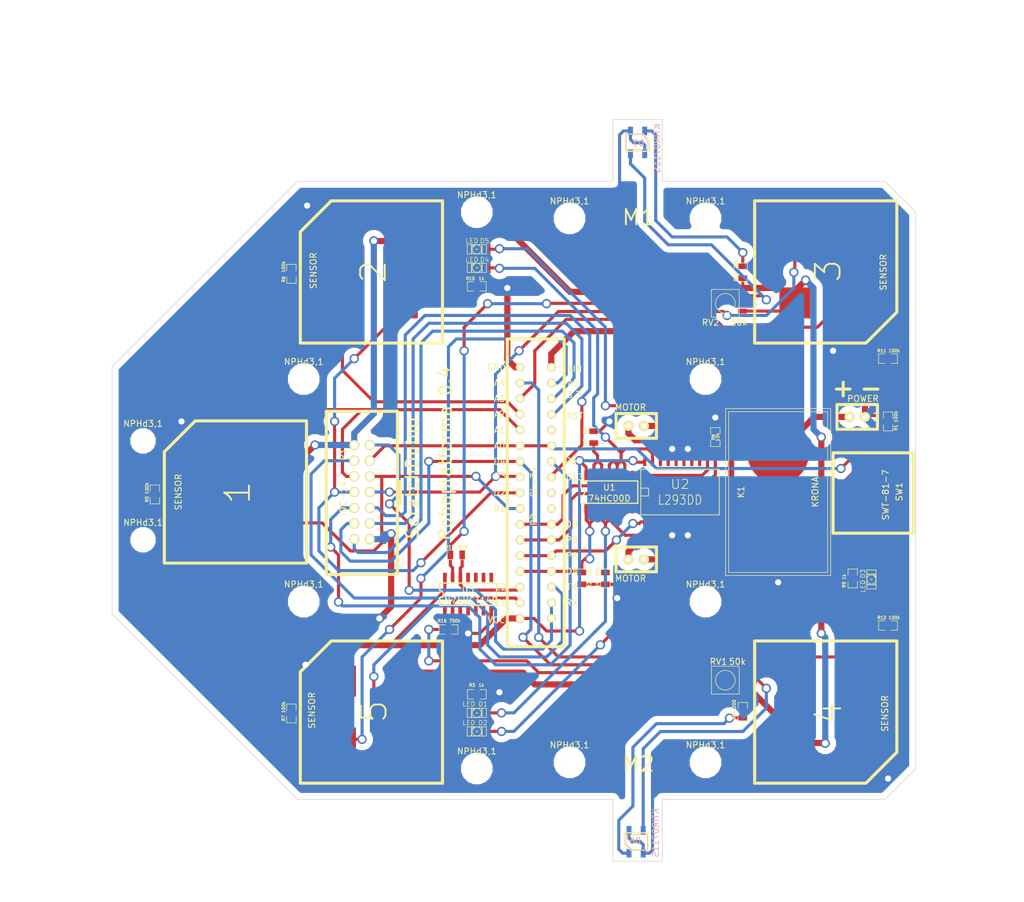
<source format=kicad_pcb>
(kicad_pcb (version 4) (host pcbnew 4.0.0-rc1-stable)

  (general
    (links 133)
    (no_connects 2)
    (area 50.949999 14.4 202.5 141.050001)
    (thickness 1.6)
    (drawings 61)
    (tracks 815)
    (zones 0)
    (modules 53)
    (nets 41)
  )

  (page A4)
  (layers
    (0 F.Cu signal)
    (31 B.Cu signal hide)
    (32 B.Adhes user hide)
    (33 F.Adhes user hide)
    (34 B.Paste user hide)
    (35 F.Paste user hide)
    (36 B.SilkS user hide)
    (37 F.SilkS user)
    (38 B.Mask user hide)
    (39 F.Mask user hide)
    (40 Dwgs.User user)
    (41 Cmts.User user hide)
    (42 Eco1.User user hide)
    (43 Eco2.User user hide)
    (44 Edge.Cuts user)
  )

  (setup
    (last_trace_width 0.5)
    (user_trace_width 1)
    (trace_clearance 0.25)
    (zone_clearance 1)
    (zone_45_only yes)
    (trace_min 0.25)
    (segment_width 0.2)
    (edge_width 0.1)
    (via_size 1.5)
    (via_drill 1)
    (via_min_size 0.889)
    (via_min_drill 0.508)
    (uvia_size 0.508)
    (uvia_drill 0.127)
    (uvias_allowed no)
    (uvia_min_size 0.508)
    (uvia_min_drill 0.127)
    (pcb_text_width 0.3)
    (pcb_text_size 1.5 1.5)
    (mod_edge_width 0.1)
    (mod_text_size 1 1)
    (mod_text_width 0.15)
    (pad_size 3.1 3.1)
    (pad_drill 3.1)
    (pad_to_mask_clearance 0)
    (aux_axis_origin 0 0)
    (visible_elements 7FFFFFEF)
    (pcbplotparams
      (layerselection 0x00030_80000001)
      (usegerberextensions false)
      (excludeedgelayer true)
      (linewidth 0.150000)
      (plotframeref false)
      (viasonmask false)
      (mode 1)
      (useauxorigin false)
      (hpglpennumber 1)
      (hpglpenspeed 20)
      (hpglpendiameter 15)
      (hpglpenoverlay 2)
      (psnegative false)
      (psa4output false)
      (plotreference true)
      (plotvalue true)
      (plotinvisibletext false)
      (padsonsilk false)
      (subtractmaskfromsilk false)
      (outputformat 1)
      (mirror false)
      (drillshape 0)
      (scaleselection 1)
      (outputdirectory gerber/))
  )

  (net 0 "")
  (net 1 A1)
  (net 2 A2)
  (net 3 A3)
  (net 4 A4)
  (net 5 A5)
  (net 6 D1)
  (net 7 D2)
  (net 8 D3)
  (net 9 D4)
  (net 10 D5)
  (net 11 DIR_A)
  (net 12 DIR_B)
  (net 13 ENC1)
  (net 14 ENC2)
  (net 15 GND)
  (net 16 N-0000010)
  (net 17 N-0000011)
  (net 18 N-0000013)
  (net 19 N-0000017)
  (net 20 N-0000020)
  (net 21 N-0000021)
  (net 22 N-0000022)
  (net 23 N-0000023)
  (net 24 N-0000024)
  (net 25 N-0000028)
  (net 26 N-0000029)
  (net 27 N-0000031)
  (net 28 N-0000033)
  (net 29 N-0000034)
  (net 30 N-0000037)
  (net 31 N-0000038)
  (net 32 N-0000039)
  (net 33 N-0000040)
  (net 34 N-0000041)
  (net 35 N-000006)
  (net 36 N-000007)
  (net 37 PWM_A)
  (net 38 PWM_B)
  (net 39 VCC)
  (net 40 V_IN)

  (net_class Default "Это класс цепей по умолчанию."
    (clearance 0.25)
    (trace_width 0.5)
    (via_dia 1.5)
    (via_drill 1)
    (uvia_dia 0.508)
    (uvia_drill 0.127)
    (add_net A1)
    (add_net A2)
    (add_net A3)
    (add_net A4)
    (add_net A5)
    (add_net D1)
    (add_net D2)
    (add_net D3)
    (add_net D4)
    (add_net D5)
    (add_net DIR_A)
    (add_net DIR_B)
    (add_net ENC1)
    (add_net ENC2)
    (add_net GND)
    (add_net N-0000010)
    (add_net N-0000011)
    (add_net N-0000013)
    (add_net N-0000017)
    (add_net N-0000020)
    (add_net N-0000021)
    (add_net N-0000022)
    (add_net N-0000023)
    (add_net N-0000024)
    (add_net N-0000028)
    (add_net N-0000029)
    (add_net N-0000031)
    (add_net N-0000033)
    (add_net N-0000034)
    (add_net N-0000037)
    (add_net N-0000038)
    (add_net N-0000039)
    (add_net N-0000040)
    (add_net N-0000041)
    (add_net N-000006)
    (add_net N-000007)
    (add_net PWM_A)
    (add_net PWM_B)
    (add_net VCC)
    (add_net V_IN)
  )

  (module NPHd3,1 (layer F.Cu) (tedit 55DA9F07) (tstamp 5575EAA3)
    (at 147 37)
    (fp_text reference NPHd3,1 (at 0 -2.794) (layer F.SilkS)
      (effects (font (size 1 1) (thickness 0.15)))
    )
    (fp_text value "" (at 0.254 2.794) (layer F.SilkS)
      (effects (font (size 1 1) (thickness 0.15)))
    )
    (pad "" np_thru_hole circle (at 0 0) (size 3.1 3.1) (drill 3.1) (layers *.Cu *.Mask F.SilkS))
  )

  (module SOIC-14 (layer F.Cu) (tedit 55BFD491) (tstamp 5575A22A)
    (at 131.445 81.28)
    (descr "module CMS SOJ 14 pins etroit")
    (tags "CMS SOJ")
    (path /554A5189)
    (attr smd)
    (fp_text reference U1 (at 0 -0.762) (layer F.SilkS)
      (effects (font (size 1 1) (thickness 0.15)))
    )
    (fp_text value 74HC00D (at 0 1.016) (layer F.SilkS)
      (effects (font (size 1 1) (thickness 0.15)))
    )
    (fp_line (start -4.6 0.6) (end -4.6 1.8) (layer F.SilkS) (width 0.2))
    (fp_line (start -4.6 -1.8) (end -4.6 -0.6) (layer F.SilkS) (width 0.2))
    (fp_arc (start -4.6 0) (end -4 0) (angle 90) (layer F.SilkS) (width 0.2))
    (fp_arc (start -4.6 0) (end -4.6 -0.6) (angle 90) (layer F.SilkS) (width 0.2))
    (fp_line (start -4.6 -1.8) (end 4.6 -1.8) (layer F.SilkS) (width 0.2))
    (fp_line (start 4.6 -1.8) (end 4.6 1.8) (layer F.SilkS) (width 0.2))
    (fp_line (start 4.6 1.8) (end -4.6 1.8) (layer F.SilkS) (width 0.2))
    (pad 1 smd rect (at -3.75 2.7) (size 0.6 1.5) (layers F.Cu F.Paste F.Mask)
      (net 11 DIR_A))
    (pad 2 smd rect (at -2.5 2.7) (size 0.6 1.5) (layers F.Cu F.Paste F.Mask)
      (net 11 DIR_A))
    (pad 3 smd rect (at -1.27 2.7) (size 0.6 1.5) (layers F.Cu F.Paste F.Mask)
      (net 21 N-0000021))
    (pad 4 smd rect (at 0 2.7) (size 0.6 1.5) (layers F.Cu F.Paste F.Mask)
      (net 21 N-0000021))
    (pad 5 smd rect (at 1.25 2.7) (size 0.6 1.5) (layers F.Cu F.Paste F.Mask)
      (net 21 N-0000021))
    (pad 6 smd rect (at 2.5 2.7) (size 0.6 1.5) (layers F.Cu F.Paste F.Mask)
      (net 27 N-0000031))
    (pad 7 smd rect (at 3.75 2.7) (size 0.6 1.5) (layers F.Cu F.Paste F.Mask)
      (net 15 GND))
    (pad 8 smd rect (at 3.75 -2.7) (size 0.6 1.5) (layers F.Cu F.Paste F.Mask)
      (net 34 N-0000041))
    (pad 9 smd rect (at 2.5 -2.7) (size 0.6 1.5) (layers F.Cu F.Paste F.Mask)
      (net 24 N-0000024))
    (pad 10 smd rect (at 1.25 -2.7) (size 0.6 1.5) (layers F.Cu F.Paste F.Mask)
      (net 24 N-0000024))
    (pad 11 smd rect (at 0 -2.7) (size 0.6 1.5) (layers F.Cu F.Paste F.Mask)
      (net 24 N-0000024))
    (pad 12 smd rect (at -1.25 -2.7) (size 0.6 1.5) (layers F.Cu F.Paste F.Mask)
      (net 12 DIR_B))
    (pad 13 smd rect (at -2.5 -2.7) (size 0.6 1.5) (layers F.Cu F.Paste F.Mask)
      (net 12 DIR_B))
    (pad 14 smd rect (at -3.75 -2.7) (size 0.6 1.5) (layers F.Cu F.Paste F.Mask)
      (net 39 VCC))
    (model smd/cms_so14.wrl
      (at (xyz 0 0 0))
      (scale (xyz 0.5 0.3 0.5))
      (rotate (xyz 0 0 0))
    )
  )

  (module SO20 (layer F.Cu) (tedit 55BFCB42) (tstamp 55725B20)
    (at 142.875 81.28)
    (descr "Cms SOJ 20 pins large")
    (tags "CMS SOJ")
    (path /55602E9C)
    (attr smd)
    (fp_text reference U2 (at 0 -1.27) (layer F.SilkS)
      (effects (font (thickness 0.127)))
    )
    (fp_text value L293DD (at 0 1.27) (layer F.SilkS)
      (effects (font (size 1.524 1.27) (thickness 0.127)))
    )
    (fp_line (start 6.35 3.683) (end 6.35 -3.683) (layer F.SilkS) (width 0.127))
    (fp_line (start -6.35 -3.683) (end -6.35 3.683) (layer F.SilkS) (width 0.127))
    (fp_line (start 6.35 3.683) (end -6.35 3.683) (layer F.SilkS) (width 0.127))
    (fp_line (start -6.35 -3.683) (end 6.35 -3.683) (layer F.SilkS) (width 0.127))
    (fp_line (start -6.35 -0.635) (end -5.08 -0.635) (layer F.SilkS) (width 0.127))
    (fp_line (start -5.08 -0.635) (end -5.08 0.635) (layer F.SilkS) (width 0.127))
    (fp_line (start -5.08 0.635) (end -6.35 0.635) (layer F.SilkS) (width 0.127))
    (pad 11 smd rect (at 5.715 -4.826) (size 0.508 1.27) (layers F.Cu F.Paste F.Mask)
      (net 38 PWM_B))
    (pad 12 smd rect (at 4.445 -4.826) (size 0.508 1.27) (layers F.Cu F.Paste F.Mask)
      (net 34 N-0000041))
    (pad 13 smd rect (at 3.175 -4.826) (size 0.508 1.27) (layers F.Cu F.Paste F.Mask)
      (net 22 N-0000022))
    (pad 14 smd rect (at 1.905 -4.826) (size 0.508 1.27) (layers F.Cu F.Paste F.Mask)
      (net 15 GND))
    (pad 15 smd rect (at 0.635 -4.826) (size 0.508 1.27) (layers F.Cu F.Paste F.Mask)
      (net 15 GND))
    (pad 16 smd rect (at -0.635 -4.826) (size 0.508 1.27) (layers F.Cu F.Paste F.Mask)
      (net 15 GND))
    (pad 17 smd rect (at -1.905 -4.826) (size 0.508 1.27) (layers F.Cu F.Paste F.Mask)
      (net 15 GND))
    (pad 18 smd rect (at -3.175 -4.826) (size 0.508 1.27) (layers F.Cu F.Paste F.Mask)
      (net 23 N-0000023))
    (pad 19 smd rect (at -4.445 -4.826) (size 0.508 1.27) (layers F.Cu F.Paste F.Mask)
      (net 24 N-0000024))
    (pad 20 smd rect (at -5.715 -4.826) (size 0.508 1.27) (layers F.Cu F.Paste F.Mask)
      (net 39 VCC))
    (pad 1 smd rect (at -5.715 4.826) (size 0.508 1.27) (layers F.Cu F.Paste F.Mask)
      (net 37 PWM_A))
    (pad 2 smd rect (at -4.445 4.826) (size 0.508 1.27) (layers F.Cu F.Paste F.Mask)
      (net 21 N-0000021))
    (pad 3 smd rect (at -3.175 4.826) (size 0.508 1.27) (layers F.Cu F.Paste F.Mask)
      (net 18 N-0000013))
    (pad 4 smd rect (at -1.905 4.826) (size 0.508 1.27) (layers F.Cu F.Paste F.Mask)
      (net 15 GND))
    (pad 5 smd rect (at -0.635 4.826) (size 0.508 1.27) (layers F.Cu F.Paste F.Mask)
      (net 15 GND))
    (pad 6 smd rect (at 0.635 4.826) (size 0.508 1.27) (layers F.Cu F.Paste F.Mask)
      (net 15 GND))
    (pad 7 smd rect (at 1.905 4.826) (size 0.508 1.27) (layers F.Cu F.Paste F.Mask)
      (net 15 GND))
    (pad 8 smd rect (at 3.175 4.826) (size 0.508 1.27) (layers F.Cu F.Paste F.Mask)
      (net 20 N-0000020))
    (pad 9 smd rect (at 4.445 4.826) (size 0.508 1.27) (layers F.Cu F.Paste F.Mask)
      (net 27 N-0000031))
    (pad 10 smd rect (at 5.715 4.826) (size 0.508 1.27) (layers F.Cu F.Paste F.Mask)
      (net 40 V_IN))
    (model smd/cms_so20.wrl
      (at (xyz 0 0 0))
      (scale (xyz 0.5 0.6 0.5))
      (rotate (xyz 0 0 0))
    )
  )

  (module SMD0805 (layer F.Cu) (tedit 55DAA6B0) (tstamp 55725B2C)
    (at 130.81 95.25 90)
    (path /5564B0BE)
    (attr smd)
    (fp_text reference R4 (at -1.016 -1.27 90) (layer F.SilkS)
      (effects (font (size 0.50038 0.50038) (thickness 0.10922)))
    )
    (fp_text value 10k (at 1.016 -1.27 90) (layer F.SilkS)
      (effects (font (size 0.50038 0.50038) (thickness 0.10922)))
    )
    (fp_line (start -0.508 0.762) (end -1.524 0.762) (layer F.SilkS) (width 0.09906))
    (fp_line (start -1.524 0.762) (end -1.524 -0.762) (layer F.SilkS) (width 0.09906))
    (fp_line (start -1.524 -0.762) (end -0.508 -0.762) (layer F.SilkS) (width 0.09906))
    (fp_line (start 0.508 -0.762) (end 1.524 -0.762) (layer F.SilkS) (width 0.09906))
    (fp_line (start 1.524 -0.762) (end 1.524 0.762) (layer F.SilkS) (width 0.09906))
    (fp_line (start 1.524 0.762) (end 0.508 0.762) (layer F.SilkS) (width 0.09906))
    (pad 1 smd rect (at -0.9525 0 90) (size 0.889 1.397) (layers F.Cu F.Paste F.Mask)
      (net 15 GND))
    (pad 2 smd rect (at 0.9525 0 90) (size 0.889 1.397) (layers F.Cu F.Paste F.Mask)
      (net 37 PWM_A))
    (model smd/chip_cms.wrl
      (at (xyz 0 0 0))
      (scale (xyz 0.1 0.1 0.1))
      (rotate (xyz 0 0 0))
    )
  )

  (module SMD0805 (layer F.Cu) (tedit 55DAA67C) (tstamp 55DBF232)
    (at 80.01 117.094 90)
    (path /55661600)
    (attr smd)
    (fp_text reference R7 (at -0.762 -1.27 90) (layer F.SilkS)
      (effects (font (size 0.50038 0.50038) (thickness 0.10922)))
    )
    (fp_text value 100k (at 1.016 -1.27 90) (layer F.SilkS)
      (effects (font (size 0.50038 0.50038) (thickness 0.10922)))
    )
    (fp_line (start -0.508 0.762) (end -1.524 0.762) (layer F.SilkS) (width 0.09906))
    (fp_line (start -1.524 0.762) (end -1.524 -0.762) (layer F.SilkS) (width 0.09906))
    (fp_line (start -1.524 -0.762) (end -0.508 -0.762) (layer F.SilkS) (width 0.09906))
    (fp_line (start 0.508 -0.762) (end 1.524 -0.762) (layer F.SilkS) (width 0.09906))
    (fp_line (start 1.524 -0.762) (end 1.524 0.762) (layer F.SilkS) (width 0.09906))
    (fp_line (start 1.524 0.762) (end 0.508 0.762) (layer F.SilkS) (width 0.09906))
    (pad 1 smd rect (at -0.9525 0 90) (size 0.889 1.397) (layers F.Cu F.Paste F.Mask)
      (net 5 A5))
    (pad 2 smd rect (at 0.9525 0 90) (size 0.889 1.397) (layers F.Cu F.Paste F.Mask)
      (net 15 GND))
    (model smd/chip_cms.wrl
      (at (xyz 0 0 0))
      (scale (xyz 0.1 0.1 0.1))
      (rotate (xyz 0 0 0))
    )
  )

  (module SMD0805 (layer F.Cu) (tedit 55DAA675) (tstamp 55C22BC8)
    (at 57.912 81.661 90)
    (path /55661919)
    (attr smd)
    (fp_text reference R5 (at -0.762 -1.27 90) (layer F.SilkS)
      (effects (font (size 0.50038 0.50038) (thickness 0.10922)))
    )
    (fp_text value 100k (at 1.016 -1.27 90) (layer F.SilkS)
      (effects (font (size 0.50038 0.50038) (thickness 0.10922)))
    )
    (fp_line (start -0.508 0.762) (end -1.524 0.762) (layer F.SilkS) (width 0.09906))
    (fp_line (start -1.524 0.762) (end -1.524 -0.762) (layer F.SilkS) (width 0.09906))
    (fp_line (start -1.524 -0.762) (end -0.508 -0.762) (layer F.SilkS) (width 0.09906))
    (fp_line (start 0.508 -0.762) (end 1.524 -0.762) (layer F.SilkS) (width 0.09906))
    (fp_line (start 1.524 -0.762) (end 1.524 0.762) (layer F.SilkS) (width 0.09906))
    (fp_line (start 1.524 0.762) (end 0.508 0.762) (layer F.SilkS) (width 0.09906))
    (pad 1 smd rect (at -0.9525 0 90) (size 0.889 1.397) (layers F.Cu F.Paste F.Mask)
      (net 1 A1))
    (pad 2 smd rect (at 0.9525 0 90) (size 0.889 1.397) (layers F.Cu F.Paste F.Mask)
      (net 15 GND))
    (model smd/chip_cms.wrl
      (at (xyz 0 0 0))
      (scale (xyz 0.1 0.1 0.1))
      (rotate (xyz 0 0 0))
    )
  )

  (module SMD0805 (layer F.Cu) (tedit 55DAA66F) (tstamp 55725B50)
    (at 80.01 45.974 90)
    (path /55661941)
    (attr smd)
    (fp_text reference R6 (at -0.889 -1.27 90) (layer F.SilkS)
      (effects (font (size 0.50038 0.50038) (thickness 0.10922)))
    )
    (fp_text value 100k (at 1.143 -1.27 90) (layer F.SilkS)
      (effects (font (size 0.50038 0.50038) (thickness 0.10922)))
    )
    (fp_line (start -0.508 0.762) (end -1.524 0.762) (layer F.SilkS) (width 0.09906))
    (fp_line (start -1.524 0.762) (end -1.524 -0.762) (layer F.SilkS) (width 0.09906))
    (fp_line (start -1.524 -0.762) (end -0.508 -0.762) (layer F.SilkS) (width 0.09906))
    (fp_line (start 0.508 -0.762) (end 1.524 -0.762) (layer F.SilkS) (width 0.09906))
    (fp_line (start 1.524 -0.762) (end 1.524 0.762) (layer F.SilkS) (width 0.09906))
    (fp_line (start 1.524 0.762) (end 0.508 0.762) (layer F.SilkS) (width 0.09906))
    (pad 1 smd rect (at -0.9525 0 90) (size 0.889 1.397) (layers F.Cu F.Paste F.Mask)
      (net 2 A2))
    (pad 2 smd rect (at 0.9525 0 90) (size 0.889 1.397) (layers F.Cu F.Paste F.Mask)
      (net 15 GND))
    (model smd/chip_cms.wrl
      (at (xyz 0 0 0))
      (scale (xyz 0.1 0.1 0.1))
      (rotate (xyz 0 0 0))
    )
  )

  (module SMD0805 (layer F.Cu) (tedit 55BFE3A2) (tstamp 55725B5C)
    (at 148.59 72.39 90)
    (path /5564BA9B)
    (attr smd)
    (fp_text reference R8 (at 0 -0.3175 90) (layer F.SilkS)
      (effects (font (size 0.50038 0.50038) (thickness 0.10922)))
    )
    (fp_text value 10k (at 0 0.381 90) (layer F.SilkS)
      (effects (font (size 0.50038 0.50038) (thickness 0.10922)))
    )
    (fp_line (start -0.508 0.762) (end -1.524 0.762) (layer F.SilkS) (width 0.09906))
    (fp_line (start -1.524 0.762) (end -1.524 -0.762) (layer F.SilkS) (width 0.09906))
    (fp_line (start -1.524 -0.762) (end -0.508 -0.762) (layer F.SilkS) (width 0.09906))
    (fp_line (start 0.508 -0.762) (end 1.524 -0.762) (layer F.SilkS) (width 0.09906))
    (fp_line (start 1.524 -0.762) (end 1.524 0.762) (layer F.SilkS) (width 0.09906))
    (fp_line (start 1.524 0.762) (end 0.508 0.762) (layer F.SilkS) (width 0.09906))
    (pad 1 smd rect (at -0.9525 0 90) (size 0.889 1.397) (layers F.Cu F.Paste F.Mask)
      (net 38 PWM_B))
    (pad 2 smd rect (at 0.9525 0 90) (size 0.889 1.397) (layers F.Cu F.Paste F.Mask)
      (net 15 GND))
    (model smd/chip_cms.wrl
      (at (xyz 0 0 0))
      (scale (xyz 0.1 0.1 0.1))
      (rotate (xyz 0 0 0))
    )
  )

  (module SMD0805 (layer F.Cu) (tedit 55DAA6A3) (tstamp 55725B68)
    (at 128.905 72.39 90)
    (path /5564BA85)
    (attr smd)
    (fp_text reference R13 (at -1.016 -1.397 90) (layer F.SilkS)
      (effects (font (size 0.50038 0.50038) (thickness 0.10922)))
    )
    (fp_text value 10k (at 1.016 -1.397 90) (layer F.SilkS)
      (effects (font (size 0.50038 0.50038) (thickness 0.10922)))
    )
    (fp_line (start -0.508 0.762) (end -1.524 0.762) (layer F.SilkS) (width 0.09906))
    (fp_line (start -1.524 0.762) (end -1.524 -0.762) (layer F.SilkS) (width 0.09906))
    (fp_line (start -1.524 -0.762) (end -0.508 -0.762) (layer F.SilkS) (width 0.09906))
    (fp_line (start 0.508 -0.762) (end 1.524 -0.762) (layer F.SilkS) (width 0.09906))
    (fp_line (start 1.524 -0.762) (end 1.524 0.762) (layer F.SilkS) (width 0.09906))
    (fp_line (start 1.524 0.762) (end 0.508 0.762) (layer F.SilkS) (width 0.09906))
    (pad 1 smd rect (at -0.9525 0 90) (size 0.889 1.397) (layers F.Cu F.Paste F.Mask)
      (net 12 DIR_B))
    (pad 2 smd rect (at 0.9525 0 90) (size 0.889 1.397) (layers F.Cu F.Paste F.Mask)
      (net 15 GND))
    (model smd/chip_cms.wrl
      (at (xyz 0 0 0))
      (scale (xyz 0.1 0.1 0.1))
      (rotate (xyz 0 0 0))
    )
  )

  (module SMD0805 (layer F.Cu) (tedit 55DAA667) (tstamp 55725B74)
    (at 110 48 180)
    (path /5564B6B2)
    (attr smd)
    (fp_text reference R10 (at 1.034 1.264 180) (layer F.SilkS)
      (effects (font (size 0.50038 0.50038) (thickness 0.10922)))
    )
    (fp_text value 1k (at -0.744 1.264 180) (layer F.SilkS)
      (effects (font (size 0.50038 0.50038) (thickness 0.10922)))
    )
    (fp_line (start -0.508 0.762) (end -1.524 0.762) (layer F.SilkS) (width 0.09906))
    (fp_line (start -1.524 0.762) (end -1.524 -0.762) (layer F.SilkS) (width 0.09906))
    (fp_line (start -1.524 -0.762) (end -0.508 -0.762) (layer F.SilkS) (width 0.09906))
    (fp_line (start 0.508 -0.762) (end 1.524 -0.762) (layer F.SilkS) (width 0.09906))
    (fp_line (start 1.524 -0.762) (end 1.524 0.762) (layer F.SilkS) (width 0.09906))
    (fp_line (start 1.524 0.762) (end 0.508 0.762) (layer F.SilkS) (width 0.09906))
    (pad 1 smd rect (at -0.9525 0 180) (size 0.889 1.397) (layers F.Cu F.Paste F.Mask)
      (net 15 GND))
    (pad 2 smd rect (at 0.9525 0 180) (size 0.889 1.397) (layers F.Cu F.Paste F.Mask)
      (net 33 N-0000040))
    (model smd/chip_cms.wrl
      (at (xyz 0 0 0))
      (scale (xyz 0.1 0.1 0.1))
      (rotate (xyz 0 0 0))
    )
  )

  (module SMD0805 (layer F.Cu) (tedit 55DAA647) (tstamp 55725B80)
    (at 176.53 59.69 180)
    (path /55661969)
    (attr smd)
    (fp_text reference R11 (at 1.016 1.27 180) (layer F.SilkS)
      (effects (font (size 0.50038 0.50038) (thickness 0.10922)))
    )
    (fp_text value 100k (at -1.016 1.27 180) (layer F.SilkS)
      (effects (font (size 0.50038 0.50038) (thickness 0.10922)))
    )
    (fp_line (start -0.508 0.762) (end -1.524 0.762) (layer F.SilkS) (width 0.09906))
    (fp_line (start -1.524 0.762) (end -1.524 -0.762) (layer F.SilkS) (width 0.09906))
    (fp_line (start -1.524 -0.762) (end -0.508 -0.762) (layer F.SilkS) (width 0.09906))
    (fp_line (start 0.508 -0.762) (end 1.524 -0.762) (layer F.SilkS) (width 0.09906))
    (fp_line (start 1.524 -0.762) (end 1.524 0.762) (layer F.SilkS) (width 0.09906))
    (fp_line (start 1.524 0.762) (end 0.508 0.762) (layer F.SilkS) (width 0.09906))
    (pad 1 smd rect (at -0.9525 0 180) (size 0.889 1.397) (layers F.Cu F.Paste F.Mask)
      (net 3 A3))
    (pad 2 smd rect (at 0.9525 0 180) (size 0.889 1.397) (layers F.Cu F.Paste F.Mask)
      (net 15 GND))
    (model smd/chip_cms.wrl
      (at (xyz 0 0 0))
      (scale (xyz 0.1 0.1 0.1))
      (rotate (xyz 0 0 0))
    )
  )

  (module SMD0805 (layer F.Cu) (tedit 55DAA6AB) (tstamp 55725B8C)
    (at 127 95.25 270)
    (path /5564AFCD)
    (attr smd)
    (fp_text reference R2 (at 1.016 -1.27 270) (layer F.SilkS)
      (effects (font (size 0.50038 0.50038) (thickness 0.10922)))
    )
    (fp_text value 10k (at -1.016 -1.27 270) (layer F.SilkS)
      (effects (font (size 0.50038 0.50038) (thickness 0.10922)))
    )
    (fp_line (start -0.508 0.762) (end -1.524 0.762) (layer F.SilkS) (width 0.09906))
    (fp_line (start -1.524 0.762) (end -1.524 -0.762) (layer F.SilkS) (width 0.09906))
    (fp_line (start -1.524 -0.762) (end -0.508 -0.762) (layer F.SilkS) (width 0.09906))
    (fp_line (start 0.508 -0.762) (end 1.524 -0.762) (layer F.SilkS) (width 0.09906))
    (fp_line (start 1.524 -0.762) (end 1.524 0.762) (layer F.SilkS) (width 0.09906))
    (fp_line (start 1.524 0.762) (end 0.508 0.762) (layer F.SilkS) (width 0.09906))
    (pad 1 smd rect (at -0.9525 0 270) (size 0.889 1.397) (layers F.Cu F.Paste F.Mask)
      (net 11 DIR_A))
    (pad 2 smd rect (at 0.9525 0 270) (size 0.889 1.397) (layers F.Cu F.Paste F.Mask)
      (net 15 GND))
    (model smd/chip_cms.wrl
      (at (xyz 0 0 0))
      (scale (xyz 0.1 0.1 0.1))
      (rotate (xyz 0 0 0))
    )
  )

  (module SMD0805 (layer F.Cu) (tedit 55DAA604) (tstamp 55725B98)
    (at 110 114 180)
    (path /5564ACB5)
    (attr smd)
    (fp_text reference R3 (at 0.78 1.478 180) (layer F.SilkS)
      (effects (font (size 0.50038 0.50038) (thickness 0.10922)))
    )
    (fp_text value 1k (at -0.744 1.478 180) (layer F.SilkS)
      (effects (font (size 0.50038 0.50038) (thickness 0.10922)))
    )
    (fp_line (start -0.508 0.762) (end -1.524 0.762) (layer F.SilkS) (width 0.09906))
    (fp_line (start -1.524 0.762) (end -1.524 -0.762) (layer F.SilkS) (width 0.09906))
    (fp_line (start -1.524 -0.762) (end -0.508 -0.762) (layer F.SilkS) (width 0.09906))
    (fp_line (start 0.508 -0.762) (end 1.524 -0.762) (layer F.SilkS) (width 0.09906))
    (fp_line (start 1.524 -0.762) (end 1.524 0.762) (layer F.SilkS) (width 0.09906))
    (fp_line (start 1.524 0.762) (end 0.508 0.762) (layer F.SilkS) (width 0.09906))
    (pad 1 smd rect (at -0.9525 0 180) (size 0.889 1.397) (layers F.Cu F.Paste F.Mask)
      (net 15 GND))
    (pad 2 smd rect (at 0.9525 0 180) (size 0.889 1.397) (layers F.Cu F.Paste F.Mask)
      (net 32 N-0000039))
    (model smd/chip_cms.wrl
      (at (xyz 0 0 0))
      (scale (xyz 0.1 0.1 0.1))
      (rotate (xyz 0 0 0))
    )
  )

  (module SMD0805 (layer F.Cu) (tedit 55DAA635) (tstamp 55725BA4)
    (at 176.53 102.87)
    (path /55661991)
    (attr smd)
    (fp_text reference R12 (at -1.016 -1.27) (layer F.SilkS)
      (effects (font (size 0.50038 0.50038) (thickness 0.10922)))
    )
    (fp_text value 100k (at 1.016 -1.27) (layer F.SilkS)
      (effects (font (size 0.50038 0.50038) (thickness 0.10922)))
    )
    (fp_line (start -0.508 0.762) (end -1.524 0.762) (layer F.SilkS) (width 0.09906))
    (fp_line (start -1.524 0.762) (end -1.524 -0.762) (layer F.SilkS) (width 0.09906))
    (fp_line (start -1.524 -0.762) (end -0.508 -0.762) (layer F.SilkS) (width 0.09906))
    (fp_line (start 0.508 -0.762) (end 1.524 -0.762) (layer F.SilkS) (width 0.09906))
    (fp_line (start 1.524 -0.762) (end 1.524 0.762) (layer F.SilkS) (width 0.09906))
    (fp_line (start 1.524 0.762) (end 0.508 0.762) (layer F.SilkS) (width 0.09906))
    (pad 1 smd rect (at -0.9525 0) (size 0.889 1.397) (layers F.Cu F.Paste F.Mask)
      (net 4 A4))
    (pad 2 smd rect (at 0.9525 0) (size 0.889 1.397) (layers F.Cu F.Paste F.Mask)
      (net 15 GND))
    (model smd/chip_cms.wrl
      (at (xyz 0 0 0))
      (scale (xyz 0.1 0.1 0.1))
      (rotate (xyz 0 0 0))
    )
  )

  (module SMD0805 (layer F.Cu) (tedit 55DAA624) (tstamp 5575C428)
    (at 170.815 95.25 270)
    (path /556623EC)
    (attr smd)
    (fp_text reference R9 (at 1.016 1.397 270) (layer F.SilkS)
      (effects (font (size 0.50038 0.50038) (thickness 0.10922)))
    )
    (fp_text value 1k (at -0.254 1.397 270) (layer F.SilkS)
      (effects (font (size 0.50038 0.50038) (thickness 0.10922)))
    )
    (fp_line (start -0.508 0.762) (end -1.524 0.762) (layer F.SilkS) (width 0.09906))
    (fp_line (start -1.524 0.762) (end -1.524 -0.762) (layer F.SilkS) (width 0.09906))
    (fp_line (start -1.524 -0.762) (end -0.508 -0.762) (layer F.SilkS) (width 0.09906))
    (fp_line (start 0.508 -0.762) (end 1.524 -0.762) (layer F.SilkS) (width 0.09906))
    (fp_line (start 1.524 -0.762) (end 1.524 0.762) (layer F.SilkS) (width 0.09906))
    (fp_line (start 1.524 0.762) (end 0.508 0.762) (layer F.SilkS) (width 0.09906))
    (pad 1 smd rect (at -0.9525 0 270) (size 0.889 1.397) (layers F.Cu F.Paste F.Mask)
      (net 39 VCC))
    (pad 2 smd rect (at 0.9525 0 270) (size 0.889 1.397) (layers F.Cu F.Paste F.Mask)
      (net 29 N-0000034))
    (model smd/chip_cms.wrl
      (at (xyz 0 0 0))
      (scale (xyz 0.1 0.1 0.1))
      (rotate (xyz 0 0 0))
    )
  )

  (module SMD0805 (layer F.Cu) (tedit 55DAA640) (tstamp 5575A853)
    (at 176.53 69.85 90)
    (path /55C0D4AE)
    (attr smd)
    (fp_text reference R1 (at -1.016 1.27 90) (layer F.SilkS)
      (effects (font (size 0.50038 0.50038) (thickness 0.10922)))
    )
    (fp_text value 100k (at 0.762 1.27 90) (layer F.SilkS)
      (effects (font (size 0.50038 0.50038) (thickness 0.10922)))
    )
    (fp_line (start -0.508 0.762) (end -1.524 0.762) (layer F.SilkS) (width 0.09906))
    (fp_line (start -1.524 0.762) (end -1.524 -0.762) (layer F.SilkS) (width 0.09906))
    (fp_line (start -1.524 -0.762) (end -0.508 -0.762) (layer F.SilkS) (width 0.09906))
    (fp_line (start 0.508 -0.762) (end 1.524 -0.762) (layer F.SilkS) (width 0.09906))
    (fp_line (start 1.524 -0.762) (end 1.524 0.762) (layer F.SilkS) (width 0.09906))
    (fp_line (start 1.524 0.762) (end 0.508 0.762) (layer F.SilkS) (width 0.09906))
    (pad 1 smd rect (at -0.9525 0 90) (size 0.889 1.397) (layers F.Cu F.Paste F.Mask)
      (net 19 N-0000017))
    (pad 2 smd rect (at 0.9525 0 90) (size 0.889 1.397) (layers F.Cu F.Paste F.Mask)
      (net 15 GND))
    (model smd/chip_cms.wrl
      (at (xyz 0 0 0))
      (scale (xyz 0.1 0.1 0.1))
      (rotate (xyz 0 0 0))
    )
  )

  (module MOTOR (layer F.Cu) (tedit 55DAA6FF) (tstamp 55725C3E)
    (at 139.065 68.58 180)
    (path /5564BCDB)
    (solder_mask_margin 0.1)
    (fp_text reference P12 (at -0.381 1.016 180) (layer F.SilkS) hide
      (effects (font (size 1 1) (thickness 0.15)))
    )
    (fp_text value MOTOR (at 4.191 1.016 180) (layer F.SilkS)
      (effects (font (size 1 1) (thickness 0.15)))
    )
    (fp_line (start 0 0) (end 0 -4) (layer F.SilkS) (width 0.5))
    (fp_line (start 0 -4) (end 6.54 -4) (layer F.SilkS) (width 0.5))
    (fp_line (start 6.54 -4) (end 6.54 0) (layer F.SilkS) (width 0.5))
    (fp_line (start 6.54 0) (end 0 0) (layer F.SilkS) (width 0.5))
    (pad 1 thru_hole circle (at 2 -2 180) (size 1.6 1.6) (drill 0.8) (layers *.Cu *.Mask F.SilkS)
      (net 22 N-0000022) (solder_mask_margin 0.1))
    (pad 2 thru_hole circle (at 4.54 -2 180) (size 1.6 1.6) (drill 0.8) (layers *.Cu *.Mask F.SilkS)
      (net 23 N-0000023))
  )

  (module MOTOR (layer F.Cu) (tedit 55DAA70A) (tstamp 55DAF196)
    (at 139.065 90.17 180)
    (path /5564BCA5)
    (solder_mask_margin 0.1)
    (fp_text reference P3 (at 0.381 -5.08 180) (layer F.SilkS) hide
      (effects (font (size 1 1) (thickness 0.15)))
    )
    (fp_text value MOTOR (at 4.191 -5.08 180) (layer F.SilkS)
      (effects (font (size 1 1) (thickness 0.15)))
    )
    (fp_line (start 0 0) (end 0 -4) (layer F.SilkS) (width 0.5))
    (fp_line (start 0 -4) (end 6.54 -4) (layer F.SilkS) (width 0.5))
    (fp_line (start 6.54 -4) (end 6.54 0) (layer F.SilkS) (width 0.5))
    (fp_line (start 6.54 0) (end 0 0) (layer F.SilkS) (width 0.5))
    (pad 1 thru_hole circle (at 2 -2 180) (size 1.6 1.6) (drill 0.8) (layers *.Cu *.Mask F.SilkS)
      (net 20 N-0000020) (solder_mask_margin 0.1))
    (pad 2 thru_hole circle (at 4.54 -2 180) (size 1.6 1.6) (drill 0.8) (layers *.Cu *.Mask F.SilkS)
      (net 18 N-0000013))
  )

  (module LED-1206 (layer F.Cu) (tedit 55DAA65C) (tstamp 55D76363)
    (at 110 42 180)
    (descr "LED 1206 smd package")
    (tags "LED1206 SMD")
    (path /5564B6AC)
    (attr smd)
    (fp_text reference D5 (at -1.252 1.36 180) (layer F.SilkS)
      (effects (font (size 0.762 0.762) (thickness 0.0889)))
    )
    (fp_text value LED (at 0.78 1.36 180) (layer F.SilkS)
      (effects (font (size 0.762 0.762) (thickness 0.0889)))
    )
    (fp_line (start -0.09906 0.09906) (end 0.09906 0.09906) (layer F.SilkS) (width 0.06604))
    (fp_line (start 0.09906 0.09906) (end 0.09906 -0.09906) (layer F.SilkS) (width 0.06604))
    (fp_line (start -0.09906 -0.09906) (end 0.09906 -0.09906) (layer F.SilkS) (width 0.06604))
    (fp_line (start -0.09906 0.09906) (end -0.09906 -0.09906) (layer F.SilkS) (width 0.06604))
    (fp_line (start 0.44958 0.6985) (end 0.79756 0.6985) (layer F.SilkS) (width 0.06604))
    (fp_line (start 0.79756 0.6985) (end 0.79756 0.44958) (layer F.SilkS) (width 0.06604))
    (fp_line (start 0.44958 0.44958) (end 0.79756 0.44958) (layer F.SilkS) (width 0.06604))
    (fp_line (start 0.44958 0.6985) (end 0.44958 0.44958) (layer F.SilkS) (width 0.06604))
    (fp_line (start 0.79756 0.6985) (end 0.89916 0.6985) (layer F.SilkS) (width 0.06604))
    (fp_line (start 0.89916 0.6985) (end 0.89916 -0.49784) (layer F.SilkS) (width 0.06604))
    (fp_line (start 0.79756 -0.49784) (end 0.89916 -0.49784) (layer F.SilkS) (width 0.06604))
    (fp_line (start 0.79756 0.6985) (end 0.79756 -0.49784) (layer F.SilkS) (width 0.06604))
    (fp_line (start 0.79756 -0.54864) (end 0.89916 -0.54864) (layer F.SilkS) (width 0.06604))
    (fp_line (start 0.89916 -0.54864) (end 0.89916 -0.6985) (layer F.SilkS) (width 0.06604))
    (fp_line (start 0.79756 -0.6985) (end 0.89916 -0.6985) (layer F.SilkS) (width 0.06604))
    (fp_line (start 0.79756 -0.54864) (end 0.79756 -0.6985) (layer F.SilkS) (width 0.06604))
    (fp_line (start -0.89916 0.6985) (end -0.79756 0.6985) (layer F.SilkS) (width 0.06604))
    (fp_line (start -0.79756 0.6985) (end -0.79756 -0.49784) (layer F.SilkS) (width 0.06604))
    (fp_line (start -0.89916 -0.49784) (end -0.79756 -0.49784) (layer F.SilkS) (width 0.06604))
    (fp_line (start -0.89916 0.6985) (end -0.89916 -0.49784) (layer F.SilkS) (width 0.06604))
    (fp_line (start -0.89916 -0.54864) (end -0.79756 -0.54864) (layer F.SilkS) (width 0.06604))
    (fp_line (start -0.79756 -0.54864) (end -0.79756 -0.6985) (layer F.SilkS) (width 0.06604))
    (fp_line (start -0.89916 -0.6985) (end -0.79756 -0.6985) (layer F.SilkS) (width 0.06604))
    (fp_line (start -0.89916 -0.54864) (end -0.89916 -0.6985) (layer F.SilkS) (width 0.06604))
    (fp_line (start 0.44958 0.6985) (end 0.59944 0.6985) (layer F.SilkS) (width 0.06604))
    (fp_line (start 0.59944 0.6985) (end 0.59944 0.44958) (layer F.SilkS) (width 0.06604))
    (fp_line (start 0.44958 0.44958) (end 0.59944 0.44958) (layer F.SilkS) (width 0.06604))
    (fp_line (start 0.44958 0.6985) (end 0.44958 0.44958) (layer F.SilkS) (width 0.06604))
    (fp_line (start 1.5494 0.7493) (end -1.5494 0.7493) (layer F.SilkS) (width 0.1016))
    (fp_line (start -1.5494 0.7493) (end -1.5494 -0.7493) (layer F.SilkS) (width 0.1016))
    (fp_line (start -1.5494 -0.7493) (end 1.5494 -0.7493) (layer F.SilkS) (width 0.1016))
    (fp_line (start 1.5494 -0.7493) (end 1.5494 0.7493) (layer F.SilkS) (width 0.1016))
    (fp_arc (start 0 0) (end 0.54864 0.49784) (angle 95.4) (layer F.SilkS) (width 0.1016))
    (fp_arc (start 0 0) (end -0.54864 0.49784) (angle 84.5) (layer F.SilkS) (width 0.1016))
    (fp_arc (start 0 0) (end -0.54864 -0.49784) (angle 95.4) (layer F.SilkS) (width 0.1016))
    (fp_arc (start 0 0) (end 0.54864 -0.49784) (angle 84.5) (layer F.SilkS) (width 0.1016))
    (pad 1 smd rect (at -1.41986 0 180) (size 1.59766 1.80086) (layers F.Cu F.Paste F.Mask)
      (net 34 N-0000041))
    (pad 2 smd rect (at 1.41986 0 180) (size 1.59766 1.80086) (layers F.Cu F.Paste F.Mask)
      (net 33 N-0000040))
  )

  (module LED-1206 (layer F.Cu) (tedit 55DAA663) (tstamp 55725C9C)
    (at 110 45 180)
    (descr "LED 1206 smd package")
    (tags "LED1206 SMD")
    (path /5564B6A6)
    (attr smd)
    (fp_text reference D4 (at -1.252 1.312 180) (layer F.SilkS)
      (effects (font (size 0.762 0.762) (thickness 0.0889)))
    )
    (fp_text value LED (at 0.78 1.312 180) (layer F.SilkS)
      (effects (font (size 0.762 0.762) (thickness 0.0889)))
    )
    (fp_line (start -0.09906 0.09906) (end 0.09906 0.09906) (layer F.SilkS) (width 0.06604))
    (fp_line (start 0.09906 0.09906) (end 0.09906 -0.09906) (layer F.SilkS) (width 0.06604))
    (fp_line (start -0.09906 -0.09906) (end 0.09906 -0.09906) (layer F.SilkS) (width 0.06604))
    (fp_line (start -0.09906 0.09906) (end -0.09906 -0.09906) (layer F.SilkS) (width 0.06604))
    (fp_line (start 0.44958 0.6985) (end 0.79756 0.6985) (layer F.SilkS) (width 0.06604))
    (fp_line (start 0.79756 0.6985) (end 0.79756 0.44958) (layer F.SilkS) (width 0.06604))
    (fp_line (start 0.44958 0.44958) (end 0.79756 0.44958) (layer F.SilkS) (width 0.06604))
    (fp_line (start 0.44958 0.6985) (end 0.44958 0.44958) (layer F.SilkS) (width 0.06604))
    (fp_line (start 0.79756 0.6985) (end 0.89916 0.6985) (layer F.SilkS) (width 0.06604))
    (fp_line (start 0.89916 0.6985) (end 0.89916 -0.49784) (layer F.SilkS) (width 0.06604))
    (fp_line (start 0.79756 -0.49784) (end 0.89916 -0.49784) (layer F.SilkS) (width 0.06604))
    (fp_line (start 0.79756 0.6985) (end 0.79756 -0.49784) (layer F.SilkS) (width 0.06604))
    (fp_line (start 0.79756 -0.54864) (end 0.89916 -0.54864) (layer F.SilkS) (width 0.06604))
    (fp_line (start 0.89916 -0.54864) (end 0.89916 -0.6985) (layer F.SilkS) (width 0.06604))
    (fp_line (start 0.79756 -0.6985) (end 0.89916 -0.6985) (layer F.SilkS) (width 0.06604))
    (fp_line (start 0.79756 -0.54864) (end 0.79756 -0.6985) (layer F.SilkS) (width 0.06604))
    (fp_line (start -0.89916 0.6985) (end -0.79756 0.6985) (layer F.SilkS) (width 0.06604))
    (fp_line (start -0.79756 0.6985) (end -0.79756 -0.49784) (layer F.SilkS) (width 0.06604))
    (fp_line (start -0.89916 -0.49784) (end -0.79756 -0.49784) (layer F.SilkS) (width 0.06604))
    (fp_line (start -0.89916 0.6985) (end -0.89916 -0.49784) (layer F.SilkS) (width 0.06604))
    (fp_line (start -0.89916 -0.54864) (end -0.79756 -0.54864) (layer F.SilkS) (width 0.06604))
    (fp_line (start -0.79756 -0.54864) (end -0.79756 -0.6985) (layer F.SilkS) (width 0.06604))
    (fp_line (start -0.89916 -0.6985) (end -0.79756 -0.6985) (layer F.SilkS) (width 0.06604))
    (fp_line (start -0.89916 -0.54864) (end -0.89916 -0.6985) (layer F.SilkS) (width 0.06604))
    (fp_line (start 0.44958 0.6985) (end 0.59944 0.6985) (layer F.SilkS) (width 0.06604))
    (fp_line (start 0.59944 0.6985) (end 0.59944 0.44958) (layer F.SilkS) (width 0.06604))
    (fp_line (start 0.44958 0.44958) (end 0.59944 0.44958) (layer F.SilkS) (width 0.06604))
    (fp_line (start 0.44958 0.6985) (end 0.44958 0.44958) (layer F.SilkS) (width 0.06604))
    (fp_line (start 1.5494 0.7493) (end -1.5494 0.7493) (layer F.SilkS) (width 0.1016))
    (fp_line (start -1.5494 0.7493) (end -1.5494 -0.7493) (layer F.SilkS) (width 0.1016))
    (fp_line (start -1.5494 -0.7493) (end 1.5494 -0.7493) (layer F.SilkS) (width 0.1016))
    (fp_line (start 1.5494 -0.7493) (end 1.5494 0.7493) (layer F.SilkS) (width 0.1016))
    (fp_arc (start 0 0) (end 0.54864 0.49784) (angle 95.4) (layer F.SilkS) (width 0.1016))
    (fp_arc (start 0 0) (end -0.54864 0.49784) (angle 84.5) (layer F.SilkS) (width 0.1016))
    (fp_arc (start 0 0) (end -0.54864 -0.49784) (angle 95.4) (layer F.SilkS) (width 0.1016))
    (fp_arc (start 0 0) (end 0.54864 -0.49784) (angle 84.5) (layer F.SilkS) (width 0.1016))
    (pad 1 smd rect (at -1.41986 0 180) (size 1.59766 1.80086) (layers F.Cu F.Paste F.Mask)
      (net 24 N-0000024))
    (pad 2 smd rect (at 1.41986 0 180) (size 1.59766 1.80086) (layers F.Cu F.Paste F.Mask)
      (net 33 N-0000040))
  )

  (module LED-1206 (layer F.Cu) (tedit 55DAA6BF) (tstamp 55725CC6)
    (at 110 120 180)
    (descr "LED 1206 smd package")
    (tags "LED1206 SMD")
    (path /5564ABF2)
    (attr smd)
    (fp_text reference D2 (at -0.998 1.382 180) (layer F.SilkS)
      (effects (font (size 0.762 0.762) (thickness 0.0889)))
    )
    (fp_text value LED (at 1.288 1.382 180) (layer F.SilkS)
      (effects (font (size 0.762 0.762) (thickness 0.0889)))
    )
    (fp_line (start -0.09906 0.09906) (end 0.09906 0.09906) (layer F.SilkS) (width 0.06604))
    (fp_line (start 0.09906 0.09906) (end 0.09906 -0.09906) (layer F.SilkS) (width 0.06604))
    (fp_line (start -0.09906 -0.09906) (end 0.09906 -0.09906) (layer F.SilkS) (width 0.06604))
    (fp_line (start -0.09906 0.09906) (end -0.09906 -0.09906) (layer F.SilkS) (width 0.06604))
    (fp_line (start 0.44958 0.6985) (end 0.79756 0.6985) (layer F.SilkS) (width 0.06604))
    (fp_line (start 0.79756 0.6985) (end 0.79756 0.44958) (layer F.SilkS) (width 0.06604))
    (fp_line (start 0.44958 0.44958) (end 0.79756 0.44958) (layer F.SilkS) (width 0.06604))
    (fp_line (start 0.44958 0.6985) (end 0.44958 0.44958) (layer F.SilkS) (width 0.06604))
    (fp_line (start 0.79756 0.6985) (end 0.89916 0.6985) (layer F.SilkS) (width 0.06604))
    (fp_line (start 0.89916 0.6985) (end 0.89916 -0.49784) (layer F.SilkS) (width 0.06604))
    (fp_line (start 0.79756 -0.49784) (end 0.89916 -0.49784) (layer F.SilkS) (width 0.06604))
    (fp_line (start 0.79756 0.6985) (end 0.79756 -0.49784) (layer F.SilkS) (width 0.06604))
    (fp_line (start 0.79756 -0.54864) (end 0.89916 -0.54864) (layer F.SilkS) (width 0.06604))
    (fp_line (start 0.89916 -0.54864) (end 0.89916 -0.6985) (layer F.SilkS) (width 0.06604))
    (fp_line (start 0.79756 -0.6985) (end 0.89916 -0.6985) (layer F.SilkS) (width 0.06604))
    (fp_line (start 0.79756 -0.54864) (end 0.79756 -0.6985) (layer F.SilkS) (width 0.06604))
    (fp_line (start -0.89916 0.6985) (end -0.79756 0.6985) (layer F.SilkS) (width 0.06604))
    (fp_line (start -0.79756 0.6985) (end -0.79756 -0.49784) (layer F.SilkS) (width 0.06604))
    (fp_line (start -0.89916 -0.49784) (end -0.79756 -0.49784) (layer F.SilkS) (width 0.06604))
    (fp_line (start -0.89916 0.6985) (end -0.89916 -0.49784) (layer F.SilkS) (width 0.06604))
    (fp_line (start -0.89916 -0.54864) (end -0.79756 -0.54864) (layer F.SilkS) (width 0.06604))
    (fp_line (start -0.79756 -0.54864) (end -0.79756 -0.6985) (layer F.SilkS) (width 0.06604))
    (fp_line (start -0.89916 -0.6985) (end -0.79756 -0.6985) (layer F.SilkS) (width 0.06604))
    (fp_line (start -0.89916 -0.54864) (end -0.89916 -0.6985) (layer F.SilkS) (width 0.06604))
    (fp_line (start 0.44958 0.6985) (end 0.59944 0.6985) (layer F.SilkS) (width 0.06604))
    (fp_line (start 0.59944 0.6985) (end 0.59944 0.44958) (layer F.SilkS) (width 0.06604))
    (fp_line (start 0.44958 0.44958) (end 0.59944 0.44958) (layer F.SilkS) (width 0.06604))
    (fp_line (start 0.44958 0.6985) (end 0.44958 0.44958) (layer F.SilkS) (width 0.06604))
    (fp_line (start 1.5494 0.7493) (end -1.5494 0.7493) (layer F.SilkS) (width 0.1016))
    (fp_line (start -1.5494 0.7493) (end -1.5494 -0.7493) (layer F.SilkS) (width 0.1016))
    (fp_line (start -1.5494 -0.7493) (end 1.5494 -0.7493) (layer F.SilkS) (width 0.1016))
    (fp_line (start 1.5494 -0.7493) (end 1.5494 0.7493) (layer F.SilkS) (width 0.1016))
    (fp_arc (start 0 0) (end 0.54864 0.49784) (angle 95.4) (layer F.SilkS) (width 0.1016))
    (fp_arc (start 0 0) (end -0.54864 0.49784) (angle 84.5) (layer F.SilkS) (width 0.1016))
    (fp_arc (start 0 0) (end -0.54864 -0.49784) (angle 95.4) (layer F.SilkS) (width 0.1016))
    (fp_arc (start 0 0) (end 0.54864 -0.49784) (angle 84.5) (layer F.SilkS) (width 0.1016))
    (pad 1 smd rect (at -1.41986 0 180) (size 1.59766 1.80086) (layers F.Cu F.Paste F.Mask)
      (net 27 N-0000031))
    (pad 2 smd rect (at 1.41986 0 180) (size 1.59766 1.80086) (layers F.Cu F.Paste F.Mask)
      (net 32 N-0000039))
  )

  (module LED-1206 (layer F.Cu) (tedit 55DAA6BA) (tstamp 55725CF0)
    (at 110 117 180)
    (descr "LED 1206 smd package")
    (tags "LED1206 SMD")
    (path /5564ABEC)
    (attr smd)
    (fp_text reference D1 (at -0.998 1.43 180) (layer F.SilkS)
      (effects (font (size 0.762 0.762) (thickness 0.0889)))
    )
    (fp_text value LED (at 1.288 1.43 180) (layer F.SilkS)
      (effects (font (size 0.762 0.762) (thickness 0.0889)))
    )
    (fp_line (start -0.09906 0.09906) (end 0.09906 0.09906) (layer F.SilkS) (width 0.06604))
    (fp_line (start 0.09906 0.09906) (end 0.09906 -0.09906) (layer F.SilkS) (width 0.06604))
    (fp_line (start -0.09906 -0.09906) (end 0.09906 -0.09906) (layer F.SilkS) (width 0.06604))
    (fp_line (start -0.09906 0.09906) (end -0.09906 -0.09906) (layer F.SilkS) (width 0.06604))
    (fp_line (start 0.44958 0.6985) (end 0.79756 0.6985) (layer F.SilkS) (width 0.06604))
    (fp_line (start 0.79756 0.6985) (end 0.79756 0.44958) (layer F.SilkS) (width 0.06604))
    (fp_line (start 0.44958 0.44958) (end 0.79756 0.44958) (layer F.SilkS) (width 0.06604))
    (fp_line (start 0.44958 0.6985) (end 0.44958 0.44958) (layer F.SilkS) (width 0.06604))
    (fp_line (start 0.79756 0.6985) (end 0.89916 0.6985) (layer F.SilkS) (width 0.06604))
    (fp_line (start 0.89916 0.6985) (end 0.89916 -0.49784) (layer F.SilkS) (width 0.06604))
    (fp_line (start 0.79756 -0.49784) (end 0.89916 -0.49784) (layer F.SilkS) (width 0.06604))
    (fp_line (start 0.79756 0.6985) (end 0.79756 -0.49784) (layer F.SilkS) (width 0.06604))
    (fp_line (start 0.79756 -0.54864) (end 0.89916 -0.54864) (layer F.SilkS) (width 0.06604))
    (fp_line (start 0.89916 -0.54864) (end 0.89916 -0.6985) (layer F.SilkS) (width 0.06604))
    (fp_line (start 0.79756 -0.6985) (end 0.89916 -0.6985) (layer F.SilkS) (width 0.06604))
    (fp_line (start 0.79756 -0.54864) (end 0.79756 -0.6985) (layer F.SilkS) (width 0.06604))
    (fp_line (start -0.89916 0.6985) (end -0.79756 0.6985) (layer F.SilkS) (width 0.06604))
    (fp_line (start -0.79756 0.6985) (end -0.79756 -0.49784) (layer F.SilkS) (width 0.06604))
    (fp_line (start -0.89916 -0.49784) (end -0.79756 -0.49784) (layer F.SilkS) (width 0.06604))
    (fp_line (start -0.89916 0.6985) (end -0.89916 -0.49784) (layer F.SilkS) (width 0.06604))
    (fp_line (start -0.89916 -0.54864) (end -0.79756 -0.54864) (layer F.SilkS) (width 0.06604))
    (fp_line (start -0.79756 -0.54864) (end -0.79756 -0.6985) (layer F.SilkS) (width 0.06604))
    (fp_line (start -0.89916 -0.6985) (end -0.79756 -0.6985) (layer F.SilkS) (width 0.06604))
    (fp_line (start -0.89916 -0.54864) (end -0.89916 -0.6985) (layer F.SilkS) (width 0.06604))
    (fp_line (start 0.44958 0.6985) (end 0.59944 0.6985) (layer F.SilkS) (width 0.06604))
    (fp_line (start 0.59944 0.6985) (end 0.59944 0.44958) (layer F.SilkS) (width 0.06604))
    (fp_line (start 0.44958 0.44958) (end 0.59944 0.44958) (layer F.SilkS) (width 0.06604))
    (fp_line (start 0.44958 0.6985) (end 0.44958 0.44958) (layer F.SilkS) (width 0.06604))
    (fp_line (start 1.5494 0.7493) (end -1.5494 0.7493) (layer F.SilkS) (width 0.1016))
    (fp_line (start -1.5494 0.7493) (end -1.5494 -0.7493) (layer F.SilkS) (width 0.1016))
    (fp_line (start -1.5494 -0.7493) (end 1.5494 -0.7493) (layer F.SilkS) (width 0.1016))
    (fp_line (start 1.5494 -0.7493) (end 1.5494 0.7493) (layer F.SilkS) (width 0.1016))
    (fp_arc (start 0 0) (end 0.54864 0.49784) (angle 95.4) (layer F.SilkS) (width 0.1016))
    (fp_arc (start 0 0) (end -0.54864 0.49784) (angle 84.5) (layer F.SilkS) (width 0.1016))
    (fp_arc (start 0 0) (end -0.54864 -0.49784) (angle 95.4) (layer F.SilkS) (width 0.1016))
    (fp_arc (start 0 0) (end 0.54864 -0.49784) (angle 84.5) (layer F.SilkS) (width 0.1016))
    (pad 1 smd rect (at -1.41986 0 180) (size 1.59766 1.80086) (layers F.Cu F.Paste F.Mask)
      (net 21 N-0000021))
    (pad 2 smd rect (at 1.41986 0 180) (size 1.59766 1.80086) (layers F.Cu F.Paste F.Mask)
      (net 32 N-0000039))
  )

  (module LED-1206 (layer F.Cu) (tedit 55DAA631) (tstamp 55725D1A)
    (at 173.84 95.415 90)
    (descr "LED 1206 smd package")
    (tags "LED1206 SMD")
    (path /556623F2)
    (attr smd)
    (fp_text reference D3 (at 0.927 -1.374 90) (layer F.SilkS)
      (effects (font (size 0.762 0.762) (thickness 0.0889)))
    )
    (fp_text value LED (at -1.105 -1.374 90) (layer F.SilkS)
      (effects (font (size 0.762 0.762) (thickness 0.0889)))
    )
    (fp_line (start -0.09906 0.09906) (end 0.09906 0.09906) (layer F.SilkS) (width 0.06604))
    (fp_line (start 0.09906 0.09906) (end 0.09906 -0.09906) (layer F.SilkS) (width 0.06604))
    (fp_line (start -0.09906 -0.09906) (end 0.09906 -0.09906) (layer F.SilkS) (width 0.06604))
    (fp_line (start -0.09906 0.09906) (end -0.09906 -0.09906) (layer F.SilkS) (width 0.06604))
    (fp_line (start 0.44958 0.6985) (end 0.79756 0.6985) (layer F.SilkS) (width 0.06604))
    (fp_line (start 0.79756 0.6985) (end 0.79756 0.44958) (layer F.SilkS) (width 0.06604))
    (fp_line (start 0.44958 0.44958) (end 0.79756 0.44958) (layer F.SilkS) (width 0.06604))
    (fp_line (start 0.44958 0.6985) (end 0.44958 0.44958) (layer F.SilkS) (width 0.06604))
    (fp_line (start 0.79756 0.6985) (end 0.89916 0.6985) (layer F.SilkS) (width 0.06604))
    (fp_line (start 0.89916 0.6985) (end 0.89916 -0.49784) (layer F.SilkS) (width 0.06604))
    (fp_line (start 0.79756 -0.49784) (end 0.89916 -0.49784) (layer F.SilkS) (width 0.06604))
    (fp_line (start 0.79756 0.6985) (end 0.79756 -0.49784) (layer F.SilkS) (width 0.06604))
    (fp_line (start 0.79756 -0.54864) (end 0.89916 -0.54864) (layer F.SilkS) (width 0.06604))
    (fp_line (start 0.89916 -0.54864) (end 0.89916 -0.6985) (layer F.SilkS) (width 0.06604))
    (fp_line (start 0.79756 -0.6985) (end 0.89916 -0.6985) (layer F.SilkS) (width 0.06604))
    (fp_line (start 0.79756 -0.54864) (end 0.79756 -0.6985) (layer F.SilkS) (width 0.06604))
    (fp_line (start -0.89916 0.6985) (end -0.79756 0.6985) (layer F.SilkS) (width 0.06604))
    (fp_line (start -0.79756 0.6985) (end -0.79756 -0.49784) (layer F.SilkS) (width 0.06604))
    (fp_line (start -0.89916 -0.49784) (end -0.79756 -0.49784) (layer F.SilkS) (width 0.06604))
    (fp_line (start -0.89916 0.6985) (end -0.89916 -0.49784) (layer F.SilkS) (width 0.06604))
    (fp_line (start -0.89916 -0.54864) (end -0.79756 -0.54864) (layer F.SilkS) (width 0.06604))
    (fp_line (start -0.79756 -0.54864) (end -0.79756 -0.6985) (layer F.SilkS) (width 0.06604))
    (fp_line (start -0.89916 -0.6985) (end -0.79756 -0.6985) (layer F.SilkS) (width 0.06604))
    (fp_line (start -0.89916 -0.54864) (end -0.89916 -0.6985) (layer F.SilkS) (width 0.06604))
    (fp_line (start 0.44958 0.6985) (end 0.59944 0.6985) (layer F.SilkS) (width 0.06604))
    (fp_line (start 0.59944 0.6985) (end 0.59944 0.44958) (layer F.SilkS) (width 0.06604))
    (fp_line (start 0.44958 0.44958) (end 0.59944 0.44958) (layer F.SilkS) (width 0.06604))
    (fp_line (start 0.44958 0.6985) (end 0.44958 0.44958) (layer F.SilkS) (width 0.06604))
    (fp_line (start 1.5494 0.7493) (end -1.5494 0.7493) (layer F.SilkS) (width 0.1016))
    (fp_line (start -1.5494 0.7493) (end -1.5494 -0.7493) (layer F.SilkS) (width 0.1016))
    (fp_line (start -1.5494 -0.7493) (end 1.5494 -0.7493) (layer F.SilkS) (width 0.1016))
    (fp_line (start 1.5494 -0.7493) (end 1.5494 0.7493) (layer F.SilkS) (width 0.1016))
    (fp_arc (start 0 0) (end 0.54864 0.49784) (angle 95.4) (layer F.SilkS) (width 0.1016))
    (fp_arc (start 0 0) (end -0.54864 0.49784) (angle 84.5) (layer F.SilkS) (width 0.1016))
    (fp_arc (start 0 0) (end -0.54864 -0.49784) (angle 95.4) (layer F.SilkS) (width 0.1016))
    (fp_arc (start 0 0) (end 0.54864 -0.49784) (angle 84.5) (layer F.SilkS) (width 0.1016))
    (pad 1 smd rect (at -1.41986 0 90) (size 1.59766 1.80086) (layers F.Cu F.Paste F.Mask)
      (net 29 N-0000034))
    (pad 2 smd rect (at 1.41986 0 90) (size 1.59766 1.80086) (layers F.Cu F.Paste F.Mask)
      (net 15 GND))
  )

  (module SOIC-14 (layer F.Cu) (tedit 55BFCA96) (tstamp 55BFC3EC)
    (at 108.585 97.79)
    (descr "module CMS SOJ 14 pins etroit")
    (tags "CMS SOJ")
    (path /55BF1464)
    (attr smd)
    (fp_text reference U3 (at 0 -0.762) (layer F.SilkS)
      (effects (font (size 1 1) (thickness 0.15)))
    )
    (fp_text value SN74HCT14D (at 0 1.016) (layer F.SilkS)
      (effects (font (size 1 1) (thickness 0.15)))
    )
    (fp_line (start -4.6 0.6) (end -4.6 1.8) (layer F.SilkS) (width 0.2))
    (fp_line (start -4.6 -1.8) (end -4.6 -0.6) (layer F.SilkS) (width 0.2))
    (fp_arc (start -4.6 0) (end -4 0) (angle 90) (layer F.SilkS) (width 0.2))
    (fp_arc (start -4.6 0) (end -4.6 -0.6) (angle 90) (layer F.SilkS) (width 0.2))
    (fp_line (start -4.6 -1.8) (end 4.6 -1.8) (layer F.SilkS) (width 0.2))
    (fp_line (start 4.6 -1.8) (end 4.6 1.8) (layer F.SilkS) (width 0.2))
    (fp_line (start 4.6 1.8) (end -4.6 1.8) (layer F.SilkS) (width 0.2))
    (pad 1 smd rect (at -3.75 2.7) (size 0.6 1.5) (layers F.Cu F.Paste F.Mask)
      (net 31 N-0000038))
    (pad 2 smd rect (at -2.5 2.7) (size 0.6 1.5) (layers F.Cu F.Paste F.Mask)
      (net 13 ENC1))
    (pad 3 smd rect (at -1.27 2.7) (size 0.6 1.5) (layers F.Cu F.Paste F.Mask))
    (pad 4 smd rect (at 0 2.7) (size 0.6 1.5) (layers F.Cu F.Paste F.Mask))
    (pad 5 smd rect (at 1.25 2.7) (size 0.6 1.5) (layers F.Cu F.Paste F.Mask))
    (pad 6 smd rect (at 2.5 2.7) (size 0.6 1.5) (layers F.Cu F.Paste F.Mask))
    (pad 7 smd rect (at 3.75 2.7) (size 0.6 1.5) (layers F.Cu F.Paste F.Mask)
      (net 15 GND))
    (pad 8 smd rect (at 3.75 -2.7) (size 0.6 1.5) (layers F.Cu F.Paste F.Mask))
    (pad 9 smd rect (at 2.5 -2.7) (size 0.6 1.5) (layers F.Cu F.Paste F.Mask))
    (pad 10 smd rect (at 1.25 -2.7) (size 0.6 1.5) (layers F.Cu F.Paste F.Mask))
    (pad 11 smd rect (at 0 -2.7) (size 0.6 1.5) (layers F.Cu F.Paste F.Mask))
    (pad 12 smd rect (at -1.25 -2.7) (size 0.6 1.5) (layers F.Cu F.Paste F.Mask)
      (net 14 ENC2))
    (pad 13 smd rect (at -2.5 -2.7) (size 0.6 1.5) (layers F.Cu F.Paste F.Mask)
      (net 30 N-0000037))
    (pad 14 smd rect (at -3.75 -2.7) (size 0.6 1.5) (layers F.Cu F.Paste F.Mask)
      (net 39 VCC))
    (model smd/cms_so14.wrl
      (at (xyz 0 0 0))
      (scale (xyz 0.5 0.3 0.5))
      (rotate (xyz 0 0 0))
    )
  )

  (module SMD0805 (layer F.Cu) (tedit 55DAA617) (tstamp 55BFC3F8)
    (at 153.035 116.84 270)
    (path /55BEF80B)
    (attr smd)
    (fp_text reference R14 (at 0.508 1.397 270) (layer F.SilkS)
      (effects (font (size 0.50038 0.50038) (thickness 0.10922)))
    )
    (fp_text value 200 (at -1.27 1.397 270) (layer F.SilkS)
      (effects (font (size 0.50038 0.50038) (thickness 0.10922)))
    )
    (fp_line (start -0.508 0.762) (end -1.524 0.762) (layer F.SilkS) (width 0.09906))
    (fp_line (start -1.524 0.762) (end -1.524 -0.762) (layer F.SilkS) (width 0.09906))
    (fp_line (start -1.524 -0.762) (end -0.508 -0.762) (layer F.SilkS) (width 0.09906))
    (fp_line (start 0.508 -0.762) (end 1.524 -0.762) (layer F.SilkS) (width 0.09906))
    (fp_line (start 1.524 -0.762) (end 1.524 0.762) (layer F.SilkS) (width 0.09906))
    (fp_line (start 1.524 0.762) (end 0.508 0.762) (layer F.SilkS) (width 0.09906))
    (pad 1 smd rect (at -0.9525 0 270) (size 0.889 1.397) (layers F.Cu F.Paste F.Mask)
      (net 39 VCC))
    (pad 2 smd rect (at 0.9525 0 270) (size 0.889 1.397) (layers F.Cu F.Paste F.Mask)
      (net 26 N-0000029))
    (model smd/chip_cms.wrl
      (at (xyz 0 0 0))
      (scale (xyz 0.1 0.1 0.1))
      (rotate (xyz 0 0 0))
    )
  )

  (module SMD0805 (layer F.Cu) (tedit 55DAA64F) (tstamp 55D77ABE)
    (at 153.035 45.72 90)
    (path /55BEF81A)
    (attr smd)
    (fp_text reference R15 (at -0.762 -1.143 90) (layer F.SilkS)
      (effects (font (size 0.50038 0.50038) (thickness 0.10922)))
    )
    (fp_text value 200 (at 1.27 -1.143 90) (layer F.SilkS)
      (effects (font (size 0.50038 0.50038) (thickness 0.10922)))
    )
    (fp_line (start -0.508 0.762) (end -1.524 0.762) (layer F.SilkS) (width 0.09906))
    (fp_line (start -1.524 0.762) (end -1.524 -0.762) (layer F.SilkS) (width 0.09906))
    (fp_line (start -1.524 -0.762) (end -0.508 -0.762) (layer F.SilkS) (width 0.09906))
    (fp_line (start 0.508 -0.762) (end 1.524 -0.762) (layer F.SilkS) (width 0.09906))
    (fp_line (start 1.524 -0.762) (end 1.524 0.762) (layer F.SilkS) (width 0.09906))
    (fp_line (start 1.524 0.762) (end 0.508 0.762) (layer F.SilkS) (width 0.09906))
    (pad 1 smd rect (at -0.9525 0 90) (size 0.889 1.397) (layers F.Cu F.Paste F.Mask)
      (net 39 VCC))
    (pad 2 smd rect (at 0.9525 0 90) (size 0.889 1.397) (layers F.Cu F.Paste F.Mask)
      (net 25 N-0000028))
    (model smd/chip_cms.wrl
      (at (xyz 0 0 0))
      (scale (xyz 0.1 0.1 0.1))
      (rotate (xyz 0 0 0))
    )
  )

  (module SMD0805 (layer F.Cu) (tedit 55DAA68D) (tstamp 55BFC410)
    (at 106.68 91.44)
    (path /55BF1EFB)
    (attr smd)
    (fp_text reference R17 (at -1.016 -1.27) (layer F.SilkS)
      (effects (font (size 0.50038 0.50038) (thickness 0.10922)))
    )
    (fp_text value 750k (at 1.016 -1.27) (layer F.SilkS)
      (effects (font (size 0.50038 0.50038) (thickness 0.10922)))
    )
    (fp_line (start -0.508 0.762) (end -1.524 0.762) (layer F.SilkS) (width 0.09906))
    (fp_line (start -1.524 0.762) (end -1.524 -0.762) (layer F.SilkS) (width 0.09906))
    (fp_line (start -1.524 -0.762) (end -0.508 -0.762) (layer F.SilkS) (width 0.09906))
    (fp_line (start 0.508 -0.762) (end 1.524 -0.762) (layer F.SilkS) (width 0.09906))
    (fp_line (start 1.524 -0.762) (end 1.524 0.762) (layer F.SilkS) (width 0.09906))
    (fp_line (start 1.524 0.762) (end 0.508 0.762) (layer F.SilkS) (width 0.09906))
    (pad 1 smd rect (at -0.9525 0) (size 0.889 1.397) (layers F.Cu F.Paste F.Mask)
      (net 30 N-0000037))
    (pad 2 smd rect (at 0.9525 0) (size 0.889 1.397) (layers F.Cu F.Paste F.Mask)
      (net 14 ENC2))
    (model smd/chip_cms.wrl
      (at (xyz 0 0 0))
      (scale (xyz 0.1 0.1 0.1))
      (rotate (xyz 0 0 0))
    )
  )

  (module SMD0805 (layer F.Cu) (tedit 55DAA685) (tstamp 55BFC41C)
    (at 105.41 103.505 180)
    (path /55BF1F0A)
    (attr smd)
    (fp_text reference R16 (at 1.016 1.397 180) (layer F.SilkS)
      (effects (font (size 0.50038 0.50038) (thickness 0.10922)))
    )
    (fp_text value 750k (at -1.016 1.397 180) (layer F.SilkS)
      (effects (font (size 0.50038 0.50038) (thickness 0.10922)))
    )
    (fp_line (start -0.508 0.762) (end -1.524 0.762) (layer F.SilkS) (width 0.09906))
    (fp_line (start -1.524 0.762) (end -1.524 -0.762) (layer F.SilkS) (width 0.09906))
    (fp_line (start -1.524 -0.762) (end -0.508 -0.762) (layer F.SilkS) (width 0.09906))
    (fp_line (start 0.508 -0.762) (end 1.524 -0.762) (layer F.SilkS) (width 0.09906))
    (fp_line (start 1.524 -0.762) (end 1.524 0.762) (layer F.SilkS) (width 0.09906))
    (fp_line (start 1.524 0.762) (end 0.508 0.762) (layer F.SilkS) (width 0.09906))
    (pad 1 smd rect (at -0.9525 0 180) (size 0.889 1.397) (layers F.Cu F.Paste F.Mask)
      (net 13 ENC1))
    (pad 2 smd rect (at 0.9525 0 180) (size 0.889 1.397) (layers F.Cu F.Paste F.Mask)
      (net 31 N-0000038))
    (model smd/chip_cms.wrl
      (at (xyz 0 0 0))
      (scale (xyz 0.1 0.1 0.1))
      (rotate (xyz 0 0 0))
    )
  )

  (module KRONA (layer F.Cu) (tedit 55BFB8F3) (tstamp 55BFC45A)
    (at 158.75 81.28 270)
    (path /55BFB7FF)
    (fp_text reference K1 (at 0 6 270) (layer F.SilkS)
      (effects (font (size 1 1) (thickness 0.15)))
    )
    (fp_text value KRONA (at 0 -6 270) (layer F.SilkS)
      (effects (font (size 1 1) (thickness 0.15)))
    )
    (fp_line (start -13 -8) (end 13 -8) (layer F.SilkS) (width 0.1))
    (fp_line (start 13 -8) (end 13 8) (layer F.SilkS) (width 0.1))
    (fp_line (start 13 8) (end -13 8) (layer F.SilkS) (width 0.1))
    (fp_line (start -13 8) (end -13 -8) (layer F.SilkS) (width 0.1))
    (fp_line (start -13.5 -8.5) (end 13.5 -8.5) (layer F.SilkS) (width 0.1))
    (fp_line (start 13.5 -8.5) (end 13.5 8.5) (layer F.SilkS) (width 0.1))
    (fp_line (start 13.5 8.5) (end -13.5 8.5) (layer F.SilkS) (width 0.1))
    (fp_line (start -13.5 8.5) (end -13.5 -8.5) (layer F.SilkS) (width 0.1))
    (pad 1 smd circle (at -6.3 0 270) (size 10 10) (layers F.Cu F.Paste F.Mask)
      (net 40 V_IN))
    (pad 2 smd circle (at 6.4 0 270) (size 10 10) (layers F.Cu F.Paste F.Mask)
      (net 15 GND))
  )

  (module SWT-81-7 (layer F.Cu) (tedit 5571C4BA) (tstamp 55C29E49)
    (at 167.64 74.93 270)
    (path /55C0D486)
    (fp_text reference SW1 (at 6.3 -10.7 270) (layer F.SilkS)
      (effects (font (size 1 1) (thickness 0.15)))
    )
    (fp_text value SWT-81-7 (at 6.8 -8.5 270) (layer F.SilkS)
      (effects (font (size 1 1) (thickness 0.15)))
    )
    (fp_line (start 0 0) (end 13 0) (layer F.SilkS) (width 0.5))
    (fp_line (start 13 0) (end 13 -13) (layer F.SilkS) (width 0.5))
    (fp_line (start 13 -13) (end 0 -13) (layer F.SilkS) (width 0.5))
    (fp_line (start 0 -13) (end 0 0) (layer F.SilkS) (width 0.5))
    (pad 1 smd rect (at -1.25 -4) (size 1.5 2) (layers F.Cu F.Paste F.Mask)
      (net 19 N-0000017))
    (pad 2 smd rect (at -1.25 -9) (size 1.5 2) (layers F.Cu F.Paste F.Mask)
      (net 39 VCC))
    (pad 3 smd rect (at 14.25 -4) (size 1.5 2) (layers F.Cu F.Paste F.Mask))
    (pad 4 smd rect (at 14.25 -9) (size 1.5 2) (layers F.Cu F.Paste F.Mask))
  )

  (module 3314G-1-503E (layer F.Cu) (tedit 55DAA6F2) (tstamp 55DE29A7)
    (at 146.05 50.8 90)
    (path /55BF0114)
    (fp_text reference RV2 (at -3.048 1.778 180) (layer F.SilkS)
      (effects (font (size 1 1) (thickness 0.15)))
    )
    (fp_text value 50k (at -3.048 6.35 180) (layer F.SilkS)
      (effects (font (size 1 1) (thickness 0.15)))
    )
    (fp_circle (center 0.05 4.15) (end 1.175 3.025) (layer F.SilkS) (width 0.1))
    (fp_line (start -2.2 1.9) (end 2.3 1.9) (layer F.SilkS) (width 0.1))
    (fp_line (start 2.3 1.9) (end 2.3 6.4) (layer F.SilkS) (width 0.1))
    (fp_line (start 2.3 6.4) (end -2.2 6.4) (layer F.SilkS) (width 0.1))
    (fp_line (start -2.2 6.4) (end -2.2 1.9) (layer F.SilkS) (width 0.1))
    (pad 2 smd rect (at 0.05 1.4 90) (size 0.8 1.4) (layers F.Cu F.Paste F.Mask)
      (net 30 N-0000037))
    (pad 3 smd rect (at -1.2 6.925 90) (size 0.8 1.4) (layers F.Cu F.Paste F.Mask)
      (net 39 VCC))
    (pad 1 smd rect (at 1.3 6.925 90) (size 0.8 1.4) (layers F.Cu F.Paste F.Mask)
      (net 30 N-0000037))
  )

  (module 3314G-1-503E (layer F.Cu) (tedit 55DAA6D3) (tstamp 55C21933)
    (at 146.05 111.76 90)
    (path /55BF0100)
    (fp_text reference RV1 (at 3.048 3.048 180) (layer F.SilkS)
      (effects (font (size 1 1) (thickness 0.15)))
    )
    (fp_text value 50k (at 3.048 6.096 180) (layer F.SilkS)
      (effects (font (size 1 1) (thickness 0.15)))
    )
    (fp_circle (center 0.05 4.15) (end 1.175 3.025) (layer F.SilkS) (width 0.1))
    (fp_line (start -2.2 1.9) (end 2.3 1.9) (layer F.SilkS) (width 0.1))
    (fp_line (start 2.3 1.9) (end 2.3 6.4) (layer F.SilkS) (width 0.1))
    (fp_line (start 2.3 6.4) (end -2.2 6.4) (layer F.SilkS) (width 0.1))
    (fp_line (start -2.2 6.4) (end -2.2 1.9) (layer F.SilkS) (width 0.1))
    (pad 2 smd rect (at 0.05 1.4 90) (size 0.8 1.4) (layers F.Cu F.Paste F.Mask)
      (net 31 N-0000038))
    (pad 3 smd rect (at -1.2 6.925 90) (size 0.8 1.4) (layers F.Cu F.Paste F.Mask)
      (net 39 VCC))
    (pad 1 smd rect (at 1.3 6.925 90) (size 0.8 1.4) (layers F.Cu F.Paste F.Mask)
      (net 31 N-0000038))
  )

  (module KTIR0711S (layer B.Cu) (tedit 55DAA59F) (tstamp 55D769A8)
    (at 134.62 139.7)
    (path /55BEF7E6)
    (fp_text reference D6 (at 1 -2) (layer B.SilkS)
      (effects (font (size 1 1) (thickness 0.15)) (justify mirror))
    )
    (fp_text value KTIR0711S (at 4.318 -3.302 90) (layer B.SilkS)
      (effects (font (size 1 1) (thickness 0.15)) (justify mirror))
    )
    (fp_line (start 3 -0.5) (end 3 -3) (layer B.SilkS) (width 0.1))
    (fp_line (start 3 -3) (end -0.5 -3) (layer B.SilkS) (width 0.1))
    (fp_line (start -0.5 -3) (end -0.5 -1.5) (layer B.SilkS) (width 0.1))
    (fp_line (start -0.5 -1.5) (end 0.5 -0.5) (layer B.SilkS) (width 0.1))
    (fp_line (start 0.5 -0.5) (end 3 -0.5) (layer B.SilkS) (width 0.1))
    (pad 3 smd rect (at 2.3 -3.7) (size 0.8 1.4) (layers B.Cu B.Paste B.Mask)
      (net 31 N-0000038))
    (pad 2 smd rect (at 0 -3.7) (size 0.8 1.4) (layers B.Cu B.Paste B.Mask)
      (net 15 GND))
    (pad 1 smd rect (at 0 0) (size 0.8 1.4) (layers B.Cu B.Paste B.Mask)
      (net 26 N-0000029))
    (pad 4 smd rect (at 2.3 0) (size 0.8 1.4) (layers B.Cu B.Paste B.Mask)
      (net 15 GND))
  )

  (module KTIR0711S (layer B.Cu) (tedit 55DAA5A7) (tstamp 55D64E74)
    (at 137.16 22.86 180)
    (path /55BEF7D7)
    (fp_text reference D7 (at 1 -2 180) (layer B.SilkS)
      (effects (font (size 1 1) (thickness 0.15)) (justify mirror))
    )
    (fp_text value KTIR0711S (at -2.032 -2.794 270) (layer B.SilkS)
      (effects (font (size 1 1) (thickness 0.15)) (justify mirror))
    )
    (fp_line (start 3 -0.5) (end 3 -3) (layer B.SilkS) (width 0.1))
    (fp_line (start 3 -3) (end -0.5 -3) (layer B.SilkS) (width 0.1))
    (fp_line (start -0.5 -3) (end -0.5 -1.5) (layer B.SilkS) (width 0.1))
    (fp_line (start -0.5 -1.5) (end 0.5 -0.5) (layer B.SilkS) (width 0.1))
    (fp_line (start 0.5 -0.5) (end 3 -0.5) (layer B.SilkS) (width 0.1))
    (pad 3 smd rect (at 2.3 -3.7 180) (size 0.8 1.4) (layers B.Cu B.Paste B.Mask)
      (net 30 N-0000037))
    (pad 2 smd rect (at 0 -3.7 180) (size 0.8 1.4) (layers B.Cu B.Paste B.Mask)
      (net 15 GND))
    (pad 1 smd rect (at 0 0 180) (size 0.8 1.4) (layers B.Cu B.Paste B.Mask)
      (net 25 N-0000028))
    (pad 4 smd rect (at 2.3 0 180) (size 0.8 1.4) (layers B.Cu B.Paste B.Mask)
      (net 15 GND))
  )

  (module POWER (layer F.Cu) (tedit 55DE2979) (tstamp 55DE298E)
    (at 168.275 71.12)
    (path /5564A594)
    (solder_mask_margin 0.1)
    (fp_text reference P9 (at 5.715 1.143) (layer F.SilkS) hide
      (effects (font (size 1 1) (thickness 0.15)))
    )
    (fp_text value POWER (at 4.191 -4.953) (layer F.SilkS)
      (effects (font (size 1 1) (thickness 0.15)))
    )
    (fp_line (start 4.4 -6.5) (end 6.6 -6.5) (layer F.SilkS) (width 0.5))
    (fp_line (start 1 -5.4) (end 1 -7.6) (layer F.SilkS) (width 0.5))
    (fp_line (start -0.1 -6.5) (end 2.1 -6.5) (layer F.SilkS) (width 0.5))
    (fp_line (start 0 0) (end 0 -4) (layer F.SilkS) (width 0.5))
    (fp_line (start 0 -4) (end 6.54 -4) (layer F.SilkS) (width 0.5))
    (fp_line (start 6.54 -4) (end 6.54 0) (layer F.SilkS) (width 0.5))
    (fp_line (start 6.54 0) (end 0 0) (layer F.SilkS) (width 0.5))
    (pad 1 thru_hole circle (at 2 -2) (size 1.6 1.6) (drill 0.8) (layers *.Cu *.Mask F.SilkS)
      (net 40 V_IN) (solder_mask_margin 0.1))
    (pad 2 thru_hole circle (at 4.54 -2) (size 1.6 1.6) (drill 0.8) (layers *.Cu *.Mask F.SilkS)
      (net 15 GND))
  )

  (module IDC-14M_SOCKET (layer F.Cu) (tedit 55DAA699) (tstamp 55D65243)
    (at 91.44 81.28 90)
    (path /55DAC56F)
    (fp_text reference P1 (at 6.096 -3.048 90) (layer F.SilkS)
      (effects (font (size 1 1) (thickness 0.15)))
    )
    (fp_text value IDC-14 (at -1.016 -3.048 90) (layer F.SilkS)
      (effects (font (size 1 1) (thickness 0.15)))
    )
    (fp_line (start 1.665 6.215) (end -1.935 6.215) (layer F.SilkS) (width 0.5))
    (fp_line (start 1.665 6.215) (end 1.665 5.715) (layer F.SilkS) (width 0.5))
    (fp_line (start -13.335 5.715) (end 13.065 5.715) (layer F.SilkS) (width 0.5))
    (fp_line (start 13.065 5.715) (end 13.065 -5.785) (layer F.SilkS) (width 0.5))
    (fp_line (start 13.065 -5.785) (end -13.335 -5.785) (layer F.SilkS) (width 0.5))
    (fp_line (start -13.335 -5.785) (end -13.335 5.715) (layer F.SilkS) (width 0.5))
    (pad 9 thru_hole circle (at 2.54 1.27 90) (size 1.6 1.6) (drill 1.1) (layers *.Cu *.Mask F.SilkS)
      (net 6 D1))
    (pad 10 thru_hole circle (at 2.54 -1.27 90) (size 1.6 1.6) (drill 1.1) (layers *.Cu *.Mask F.SilkS)
      (net 1 A1))
    (pad 13 thru_hole circle (at 7.62 1.27 90) (size 1.6 1.6) (drill 1.1) (layers *.Cu *.Mask F.SilkS)
      (net 36 N-000007))
    (pad 14 thru_hole circle (at 7.62 -1.27 90) (size 1.6 1.6) (drill 1.1) (layers *.Cu *.Mask F.SilkS)
      (net 39 VCC))
    (pad 11 thru_hole circle (at 5.08 1.27 90) (size 1.6 1.6) (drill 1.1) (layers *.Cu *.Mask F.SilkS)
      (net 19 N-0000017))
    (pad 12 thru_hole circle (at 5.08 -1.27 90) (size 1.6 1.6) (drill 1.1) (layers *.Cu *.Mask F.SilkS)
      (net 35 N-000006))
    (pad 4 thru_hole circle (at -5.08 -1.27 90) (size 1.6 1.6) (drill 1.1) (layers *.Cu *.Mask F.SilkS)
      (net 9 D4))
    (pad 3 thru_hole circle (at -5.08 1.27 90) (size 1.6 1.6) (drill 1.1) (layers *.Cu *.Mask F.SilkS)
      (net 16 N-0000010))
    (pad 7 thru_hole circle (at 0 1.27 90) (size 1.6 1.6) (drill 1.1) (layers *.Cu *.Mask F.SilkS)
      (net 8 D3))
    (pad 8 thru_hole circle (at 0 -1.27 90) (size 1.6 1.6) (drill 1.1) (layers *.Cu *.Mask F.SilkS)
      (net 7 D2))
    (pad 6 thru_hole circle (at -2.54 -1.27 90) (size 1.6 1.6) (drill 1.1) (layers *.Cu *.Mask F.SilkS)
      (net 10 D5))
    (pad 5 thru_hole circle (at -2.54 1.27 90) (size 1.6 1.6) (drill 1.1) (layers *.Cu *.Mask F.SilkS)
      (net 28 N-0000033))
    (pad 2 thru_hole circle (at -7.62 -1.27 90) (size 1.6 1.6) (drill 1.1) (layers *.Cu *.Mask F.SilkS)
      (net 17 N-0000011))
    (pad 1 thru_hole circle (at -7.62 1.27 90) (size 1.6 1.6) (drill 1.1) (layers *.Cu *.Mask F.SilkS)
      (net 15 GND))
  )

  (module SL-34_SOCKET (layer F.Cu) (tedit 55DAA2AD) (tstamp 55BFECDB)
    (at 114.935 56.515 270)
    (path /5564A382)
    (fp_text reference P2 (at 29.21 -4.318 270) (layer F.SilkS)
      (effects (font (size 1 1) (thickness 0.15)))
    )
    (fp_text value SL-34 (at 23.114 -4.318 270) (layer F.SilkS)
      (effects (font (size 1 1) (thickness 0.15)))
    )
    (fp_text user VCC (at 45.466 1.778 360) (layer F.SilkS)
      (effects (font (size 1 1) (thickness 0.15)))
    )
    (fp_text user E1 (at 42.672 1.016 360) (layer F.SilkS)
      (effects (font (size 1 1) (thickness 0.15)))
    )
    (fp_text user E2 (at 40.132 1.016 360) (layer F.SilkS)
      (effects (font (size 1 1) (thickness 0.15)))
    )
    (fp_text user D1 (at 27.432 1.27 360) (layer F.SilkS)
      (effects (font (size 1 1) (thickness 0.15)))
    )
    (fp_text user D2 (at 24.892 1.27 360) (layer F.SilkS)
      (effects (font (size 1 1) (thickness 0.15)))
    )
    (fp_text user D3 (at 22.225 1.143 360) (layer F.SilkS)
      (effects (font (size 1 1) (thickness 0.15)))
    )
    (fp_text user D4 (at 19.812 1.27 360) (layer F.SilkS)
      (effects (font (size 1 1) (thickness 0.15)))
    )
    (fp_text user A0 (at 17.272 1.27 360) (layer F.SilkS)
      (effects (font (size 1 1) (thickness 0.15)))
    )
    (fp_text user A1 (at 14.732 1.27 360) (layer F.SilkS)
      (effects (font (size 1 1) (thickness 0.15)))
    )
    (fp_text user A2 (at 12.192 1.27 360) (layer F.SilkS)
      (effects (font (size 1 1) (thickness 0.15)))
    )
    (fp_text user A3 (at 9.652 1.27 360) (layer F.SilkS)
      (effects (font (size 1 1) (thickness 0.15)))
    )
    (fp_text user A4 (at 7.112 1.27 360) (layer F.SilkS)
      (effects (font (size 1 1) (thickness 0.15)))
    )
    (fp_text user RX (at 42.672 -10.414 360) (layer F.SilkS)
      (effects (font (size 1 1) (thickness 0.15)))
    )
    (fp_text user TX (at 40.132 -10.414 360) (layer F.SilkS)
      (effects (font (size 1 1) (thickness 0.15)))
    )
    (fp_text user DA (at 37.592 -10.414 360) (layer F.SilkS)
      (effects (font (size 1 1) (thickness 0.15)))
    )
    (fp_text user PA (at 35.052 -10.414 360) (layer F.SilkS)
      (effects (font (size 1 1) (thickness 0.15)))
    )
    (fp_text user PB (at 32.512 -10.414 360) (layer F.SilkS)
      (effects (font (size 1 1) (thickness 0.15)))
    )
    (fp_text user DB (at 29.972 -10.414 360) (layer F.SilkS)
      (effects (font (size 1 1) (thickness 0.15)))
    )
    (fp_text user D13 (at 22.352 -10.922 360) (layer F.SilkS)
      (effects (font (size 1 1) (thickness 0.15)))
    )
    (fp_text user D5 (at 19.685 -10.287 360) (layer F.SilkS)
      (effects (font (size 1 1) (thickness 0.15)))
    )
    (fp_text user RST (at 12.446 -10.922 360) (layer F.SilkS)
      (effects (font (size 1 1) (thickness 0.15)))
    )
    (fp_text user 3.3 (at 9.017 -10.795 360) (layer F.SilkS)
      (effects (font (size 1 1) (thickness 0.15)))
    )
    (fp_text user GND (at 4.572 1.778 360) (layer F.SilkS)
      (effects (font (size 1 1) (thickness 0.15)))
    )
    (fp_text user A5 (at 7.112 -10.668 360) (layer F.SilkS)
      (effects (font (size 1 1) (thickness 0.15)))
    )
    (fp_text user VIN (at 4.826 -10.922 360) (layer F.SilkS)
      (effects (font (size 1 1) (thickness 0.15)))
    )
    (fp_line (start 0 0) (end 49.78 0) (layer F.SilkS) (width 0.5))
    (fp_line (start 49.78 0) (end 49.78 -9.2) (layer F.SilkS) (width 0.5))
    (fp_line (start 49.78 -9.2) (end 0 -9.2) (layer F.SilkS) (width 0.5))
    (fp_line (start 0 -9.2) (end 0 0) (layer F.SilkS) (width 0.5))
    (pad 1 thru_hole circle (at 4.57 -2.06 270) (size 1.4 1.4) (drill 0.8) (layers *.Cu *.Mask F.SilkS)
      (net 15 GND))
    (pad 2 thru_hole circle (at 7.11 -2.06 270) (size 1.4 1.4) (drill 0.8) (layers *.Cu *.Mask F.SilkS)
      (net 4 A4))
    (pad 3 thru_hole circle (at 9.65 -2.06 270) (size 1.4 1.4) (drill 0.8) (layers *.Cu *.Mask F.SilkS)
      (net 3 A3))
    (pad 4 thru_hole circle (at 12.19 -2.06 270) (size 1.4 1.4) (drill 0.8) (layers *.Cu *.Mask F.SilkS)
      (net 2 A2))
    (pad 5 thru_hole circle (at 14.73 -2.06 270) (size 1.4 1.4) (drill 0.8) (layers *.Cu *.Mask F.SilkS)
      (net 1 A1))
    (pad 6 thru_hole circle (at 17.27 -2.06 270) (size 1.4 1.4) (drill 0.8) (layers *.Cu *.Mask F.SilkS)
      (net 19 N-0000017))
    (pad 7 thru_hole circle (at 19.81 -2.06 270) (size 1.4 1.4) (drill 0.8) (layers *.Cu *.Mask F.SilkS)
      (net 9 D4))
    (pad 8 thru_hole circle (at 22.35 -2.06 270) (size 1.4 1.4) (drill 0.8) (layers *.Cu *.Mask F.SilkS)
      (net 8 D3))
    (pad 9 thru_hole circle (at 24.89 -2.06 270) (size 1.4 1.4) (drill 0.8) (layers *.Cu *.Mask F.SilkS)
      (net 7 D2))
    (pad 10 thru_hole circle (at 27.43 -2.06 270) (size 1.4 1.4) (drill 0.8) (layers *.Cu *.Mask F.SilkS)
      (net 6 D1))
    (pad 11 thru_hole circle (at 29.97 -2.06 270) (size 1.4 1.4) (drill 0.8) (layers *.Cu *.Mask F.SilkS)
      (net 12 DIR_B))
    (pad 12 thru_hole circle (at 32.51 -2.06 270) (size 1.4 1.4) (drill 0.8) (layers *.Cu *.Mask F.SilkS)
      (net 38 PWM_B))
    (pad 13 thru_hole circle (at 35.05 -2.06 270) (size 1.4 1.4) (drill 0.8) (layers *.Cu *.Mask F.SilkS)
      (net 37 PWM_A))
    (pad 14 thru_hole circle (at 37.59 -2.06 270) (size 1.4 1.4) (drill 0.8) (layers *.Cu *.Mask F.SilkS)
      (net 11 DIR_A))
    (pad 15 thru_hole circle (at 40.13 -2.06 270) (size 1.4 1.4) (drill 0.8) (layers *.Cu *.Mask F.SilkS)
      (net 14 ENC2))
    (pad 16 thru_hole circle (at 42.67 -2.06 270) (size 1.4 1.4) (drill 0.8) (layers *.Cu *.Mask F.SilkS)
      (net 13 ENC1))
    (pad 17 thru_hole circle (at 45.21 -2.06 270) (size 1.4 1.4) (drill 0.8) (layers *.Cu *.Mask F.SilkS)
      (net 39 VCC))
    (pad 18 thru_hole circle (at 45.21 -7.14 270) (size 1.4 1.4) (drill 0.8) (layers *.Cu *.Mask F.SilkS)
      (net 36 N-000007))
    (pad 19 thru_hole circle (at 42.67 -7.14 270) (size 1.4 1.4) (drill 0.8) (layers *.Cu *.Mask F.SilkS)
      (net 36 N-000007))
    (pad 20 thru_hole circle (at 40.13 -7.14 270) (size 1.4 1.4) (drill 0.8) (layers *.Cu *.Mask F.SilkS)
      (net 35 N-000006))
    (pad 21 thru_hole circle (at 37.59 -7.14 270) (size 1.4 1.4) (drill 0.8) (layers *.Cu *.Mask F.SilkS)
      (net 11 DIR_A))
    (pad 22 thru_hole circle (at 35.05 -7.14 270) (size 1.4 1.4) (drill 0.8) (layers *.Cu *.Mask F.SilkS)
      (net 37 PWM_A))
    (pad 23 thru_hole circle (at 32.51 -7.14 270) (size 1.4 1.4) (drill 0.8) (layers *.Cu *.Mask F.SilkS)
      (net 38 PWM_B))
    (pad 24 thru_hole circle (at 29.97 -7.14 270) (size 1.4 1.4) (drill 0.8) (layers *.Cu *.Mask F.SilkS)
      (net 12 DIR_B))
    (pad 25 thru_hole circle (at 27.43 -7.14 270) (size 1.4 1.4) (drill 0.8) (layers *.Cu *.Mask F.SilkS))
    (pad 26 thru_hole circle (at 24.89 -7.14 270) (size 1.4 1.4) (drill 0.8) (layers *.Cu *.Mask F.SilkS))
    (pad 27 thru_hole circle (at 22.35 -7.14 270) (size 1.4 1.4) (drill 0.8) (layers *.Cu *.Mask F.SilkS)
      (net 28 N-0000033))
    (pad 28 thru_hole circle (at 19.81 -7.14 270) (size 1.4 1.4) (drill 0.8) (layers *.Cu *.Mask F.SilkS)
      (net 10 D5))
    (pad 29 thru_hole circle (at 17.27 -7.14 270) (size 1.4 1.4) (drill 0.8) (layers *.Cu *.Mask F.SilkS)
      (net 19 N-0000017))
    (pad 30 thru_hole circle (at 14.73 -7.14 270) (size 1.4 1.4) (drill 0.8) (layers *.Cu *.Mask F.SilkS))
    (pad 31 thru_hole circle (at 12.19 -7.14 270) (size 1.4 1.4) (drill 0.8) (layers *.Cu *.Mask F.SilkS)
      (net 16 N-0000010))
    (pad 32 thru_hole circle (at 9.65 -7.14 270) (size 1.4 1.4) (drill 0.8) (layers *.Cu *.Mask F.SilkS)
      (net 17 N-0000011))
    (pad 33 thru_hole circle (at 7.11 -7.14 270) (size 1.4 1.4) (drill 0.8) (layers *.Cu *.Mask F.SilkS)
      (net 5 A5))
    (pad 34 thru_hole circle (at 4.57 -7.14 270) (size 1.4 1.4) (drill 0.8) (layers *.Cu *.Mask F.SilkS)
      (net 40 V_IN))
  )

  (module SENSOR_SOCKET (layer F.Cu) (tedit 55DC10BB) (tstamp 55726BC7)
    (at 82.45 92.77 90)
    (path /55661900)
    (fp_text reference P6 (at 3.6 -21.7 90) (layer F.SilkS) hide
      (effects (font (size 1 1) (thickness 0.15)))
    )
    (fp_text value SENSOR (at 11.49 -20.728 90) (layer F.SilkS)
      (effects (font (size 1 1) (thickness 0.15)))
    )
    (fp_line (start 0 0) (end 23 0) (layer F.SilkS) (width 0.5))
    (fp_line (start 23 0) (end 23 -18) (layer F.SilkS) (width 0.5))
    (fp_line (start 23 -18) (end 18 -23) (layer F.SilkS) (width 0.5))
    (fp_line (start 18 -23) (end 0 -23) (layer F.SilkS) (width 0.5))
    (fp_line (start 0 -23) (end 0 0) (layer F.SilkS) (width 0.5))
    (pad 3 smd rect (at 6.5 -6.5 90) (size 5 5) (layers F.Cu F.Mask)
      (net 6 D1) (solder_mask_margin 0.1))
    (pad 2 smd rect (at 16.5 -6.5 90) (size 5 5) (layers F.Cu F.Mask)
      (net 39 VCC))
    (pad 4 smd rect (at 6.5 -16.5 90) (size 5 5) (layers F.Cu F.Mask)
      (net 1 A1))
    (pad 1 smd rect (at 16.5 -16.5 90) (size 5 5) (layers F.Cu F.Mask)
      (net 15 GND))
  )

  (module SENSOR_SOCKET (layer F.Cu) (tedit 55DC10C3) (tstamp 55725BF3)
    (at 154.95 105.37 270)
    (path /5570A06F)
    (fp_text reference P11 (at 3.6 -21.7 270) (layer F.SilkS) hide
      (effects (font (size 1 1) (thickness 0.15)))
    )
    (fp_text value SENSOR (at 11.724 -21.072 270) (layer F.SilkS)
      (effects (font (size 1 1) (thickness 0.15)))
    )
    (fp_line (start 0 0) (end 23 0) (layer F.SilkS) (width 0.5))
    (fp_line (start 23 0) (end 23 -18) (layer F.SilkS) (width 0.5))
    (fp_line (start 23 -18) (end 18 -23) (layer F.SilkS) (width 0.5))
    (fp_line (start 18 -23) (end 0 -23) (layer F.SilkS) (width 0.5))
    (fp_line (start 0 -23) (end 0 0) (layer F.SilkS) (width 0.5))
    (pad 3 smd rect (at 6.5 -6.5 270) (size 5 5) (layers F.Cu F.Mask)
      (net 9 D4) (solder_mask_margin 0.1))
    (pad 2 smd rect (at 16.5 -6.5 270) (size 5 5) (layers F.Cu F.Mask)
      (net 39 VCC))
    (pad 4 smd rect (at 6.5 -16.5 270) (size 5 5) (layers F.Cu F.Mask)
      (net 4 A4))
    (pad 1 smd rect (at 16.5 -16.5 270) (size 5 5) (layers F.Cu F.Mask)
      (net 15 GND))
  )

  (module SENSOR_SOCKET (layer F.Cu) (tedit 55DC10C0) (tstamp 55725C00)
    (at 154.95 34.17 270)
    (path /55661950)
    (fp_text reference P10 (at 3.6 -21.7 270) (layer F.SilkS) hide
      (effects (font (size 1 1) (thickness 0.15)))
    )
    (fp_text value SENSOR (at 11.55 -20.818 270) (layer F.SilkS)
      (effects (font (size 1 1) (thickness 0.15)))
    )
    (fp_line (start 0 0) (end 23 0) (layer F.SilkS) (width 0.5))
    (fp_line (start 23 0) (end 23 -18) (layer F.SilkS) (width 0.5))
    (fp_line (start 23 -18) (end 18 -23) (layer F.SilkS) (width 0.5))
    (fp_line (start 18 -23) (end 0 -23) (layer F.SilkS) (width 0.5))
    (fp_line (start 0 -23) (end 0 0) (layer F.SilkS) (width 0.5))
    (pad 3 smd rect (at 6.5 -6.5 270) (size 5 5) (layers F.Cu F.Mask)
      (net 8 D3) (solder_mask_margin 0.1))
    (pad 2 smd rect (at 16.5 -6.5 270) (size 5 5) (layers F.Cu F.Mask)
      (net 39 VCC))
    (pad 4 smd rect (at 6.5 -16.5 270) (size 5 5) (layers F.Cu F.Mask)
      (net 3 A3))
    (pad 1 smd rect (at 16.5 -16.5 270) (size 5 5) (layers F.Cu F.Mask)
      (net 15 GND))
  )

  (module SENSOR_SOCKET (layer F.Cu) (tedit 55DC103E) (tstamp 55725C0D)
    (at 104.45 57.17 90)
    (path /55661928)
    (fp_text reference P7 (at 3.6 -21.7 90) (layer F.SilkS) hide
      (effects (font (size 1 1) (thickness 0.15)))
    )
    (fp_text value SENSOR (at 11.704 -20.884 90) (layer F.SilkS)
      (effects (font (size 1 1) (thickness 0.15)))
    )
    (fp_line (start 0 0) (end 23 0) (layer F.SilkS) (width 0.5))
    (fp_line (start 23 0) (end 23 -18) (layer F.SilkS) (width 0.5))
    (fp_line (start 23 -18) (end 18 -23) (layer F.SilkS) (width 0.5))
    (fp_line (start 18 -23) (end 0 -23) (layer F.SilkS) (width 0.5))
    (fp_line (start 0 -23) (end 0 0) (layer F.SilkS) (width 0.5))
    (pad 3 smd rect (at 6.5 -6.5 90) (size 5 5) (layers F.Cu F.Mask)
      (net 7 D2) (solder_mask_margin 0.1))
    (pad 2 smd rect (at 16.5 -6.5 90) (size 5 5) (layers F.Cu F.Mask)
      (net 39 VCC))
    (pad 4 smd rect (at 6.5 -16.5 90) (size 5 5) (layers F.Cu F.Mask)
      (net 2 A2))
    (pad 1 smd rect (at 16.5 -16.5 90) (size 5 5) (layers F.Cu F.Mask)
      (net 15 GND))
  )

  (module SENSOR_SOCKET (layer F.Cu) (tedit 55DC109D) (tstamp 55725C27)
    (at 104.45 128.37 90)
    (path /5564A457)
    (fp_text reference P8 (at 3.6 -21.7 90) (layer F.SilkS) hide
      (effects (font (size 1 1) (thickness 0.15)))
    )
    (fp_text value SENSOR (at 11.784 -21.138 90) (layer F.SilkS)
      (effects (font (size 1 1) (thickness 0.15)))
    )
    (fp_line (start 0 0) (end 23 0) (layer F.SilkS) (width 0.5))
    (fp_line (start 23 0) (end 23 -18) (layer F.SilkS) (width 0.5))
    (fp_line (start 23 -18) (end 18 -23) (layer F.SilkS) (width 0.5))
    (fp_line (start 18 -23) (end 0 -23) (layer F.SilkS) (width 0.5))
    (fp_line (start 0 -23) (end 0 0) (layer F.SilkS) (width 0.5))
    (pad 3 smd rect (at 6.5 -6.5 90) (size 5 5) (layers F.Cu F.Mask)
      (net 10 D5) (solder_mask_margin 0.1))
    (pad 2 smd rect (at 16.5 -6.5 90) (size 5 5) (layers F.Cu F.Mask)
      (net 39 VCC))
    (pad 4 smd rect (at 6.5 -16.5 90) (size 5 5) (layers F.Cu F.Mask)
      (net 5 A5))
    (pad 1 smd rect (at 16.5 -16.5 90) (size 5 5) (layers F.Cu F.Mask)
      (net 15 GND))
  )

  (module NPHd3,1 (layer F.Cu) (tedit 55DA9EC1) (tstamp 5575EABC)
    (at 82 99)
    (fp_text reference NPHd3,1 (at 0 -2.794) (layer F.SilkS)
      (effects (font (size 1 1) (thickness 0.15)))
    )
    (fp_text value "" (at 0.254 2.794) (layer F.SilkS)
      (effects (font (size 1 1) (thickness 0.15)))
    )
    (pad "" np_thru_hole circle (at 0 0) (size 3.1 3.1) (drill 3.1) (layers *.Cu *.Mask F.SilkS))
  )

  (module NPHd3,1 (layer F.Cu) (tedit 55DA9F10) (tstamp 55D76BF6)
    (at 147 99)
    (fp_text reference NPHd3,1 (at 0 -2.794) (layer F.SilkS)
      (effects (font (size 1 1) (thickness 0.15)))
    )
    (fp_text value "" (at 0.254 2.794) (layer F.SilkS)
      (effects (font (size 1 1) (thickness 0.15)))
    )
    (pad "" np_thru_hole circle (at 0 0) (size 3.1 3.1) (drill 3.1) (layers *.Cu *.Mask F.SilkS))
  )

  (module NPHd3,1 (layer F.Cu) (tedit 55DA9F0A) (tstamp 55D76BCC)
    (at 147 63)
    (fp_text reference NPHd3,1 (at 0 -2.794) (layer F.SilkS)
      (effects (font (size 1 1) (thickness 0.15)))
    )
    (fp_text value "" (at 0.254 2.794) (layer F.SilkS)
      (effects (font (size 1 1) (thickness 0.15)))
    )
    (pad "" np_thru_hole circle (at 0 0) (size 3.1 3.1) (drill 3.1) (layers *.Cu *.Mask F.SilkS))
  )

  (module NPHd3,1 (layer F.Cu) (tedit 55DA9F14) (tstamp 55D76441)
    (at 110 126)
    (fp_text reference NPHd3,1 (at 0 -2.794) (layer F.SilkS)
      (effects (font (size 1 1) (thickness 0.15)))
    )
    (fp_text value "" (at 0.254 2.794) (layer F.SilkS)
      (effects (font (size 1 1) (thickness 0.15)))
    )
    (pad "" np_thru_hole circle (at 0 0) (size 3.1 3.1) (drill 3.1) (layers *.Cu *.Mask F.SilkS))
  )

  (module NPHd3,1 (layer F.Cu) (tedit 55DA9F01) (tstamp 55D7630A)
    (at 110 36)
    (fp_text reference NPHd3,1 (at 0 -2.794) (layer F.SilkS)
      (effects (font (size 1 1) (thickness 0.15)))
    )
    (fp_text value "" (at 0.254 2.794) (layer F.SilkS)
      (effects (font (size 1 1) (thickness 0.15)))
    )
    (pad "" np_thru_hole circle (at 0 0) (size 3.1 3.1) (drill 3.1) (layers *.Cu *.Mask F.SilkS))
  )

  (module NPHd3,1 (layer F.Cu) (tedit 55DA9F17) (tstamp 5575EA63)
    (at 125 125)
    (fp_text reference NPHd3,1 (at 0 -2.794) (layer F.SilkS)
      (effects (font (size 1 1) (thickness 0.15)))
    )
    (fp_text value "" (at 0.254 2.794) (layer F.SilkS)
      (effects (font (size 1 1) (thickness 0.15)))
    )
    (pad "" np_thru_hole circle (at 0 0) (size 3.1 3.1) (drill 3.1) (layers *.Cu *.Mask F.SilkS))
  )

  (module NPHd3,1 (layer F.Cu) (tedit 55DA9F1A) (tstamp 55DAE846)
    (at 147 125)
    (fp_text reference NPHd3,1 (at 0 -2.794) (layer F.SilkS)
      (effects (font (size 1 1) (thickness 0.15)))
    )
    (fp_text value "" (at 0.254 2.794) (layer F.SilkS)
      (effects (font (size 1 1) (thickness 0.15)))
    )
    (pad "" np_thru_hole circle (at 0 0) (size 3.1 3.1) (drill 3.1) (layers *.Cu *.Mask F.SilkS))
  )

  (module NPHd3,1 (layer F.Cu) (tedit 55DA9F04) (tstamp 55D77B96)
    (at 125 37)
    (fp_text reference NPHd3,1 (at 0 -2.794) (layer F.SilkS)
      (effects (font (size 1 1) (thickness 0.15)))
    )
    (fp_text value "" (at 0.254 2.794) (layer F.SilkS)
      (effects (font (size 1 1) (thickness 0.15)))
    )
    (pad "" np_thru_hole circle (at 0 0) (size 3.1 3.1) (drill 3.1) (layers *.Cu *.Mask F.SilkS))
  )

  (module NPHd3,1 (layer F.Cu) (tedit 55DA9EF4) (tstamp 5575EAD7)
    (at 82 63)
    (fp_text reference NPHd3,1 (at 0 -2.794) (layer F.SilkS)
      (effects (font (size 1 1) (thickness 0.15)))
    )
    (fp_text value "" (at 0.254 2.794) (layer F.SilkS)
      (effects (font (size 1 1) (thickness 0.15)))
    )
    (pad "" np_thru_hole circle (at 0 0) (size 3.1 3.1) (drill 3.1) (layers *.Cu *.Mask F.SilkS))
  )

  (module NPHd2,1 (layer F.Cu) (tedit 55DA9CE0) (tstamp 5575EACE)
    (at 56 73)
    (fp_text reference NPHd3,1 (at 0 -2.794) (layer F.SilkS)
      (effects (font (size 1 1) (thickness 0.15)))
    )
    (fp_text value "" (at 0.254 2.794) (layer F.SilkS)
      (effects (font (size 1 1) (thickness 0.15)))
    )
    (pad "" np_thru_hole circle (at 0 0) (size 2.1 2.1) (drill 2.1) (layers *.Cu *.Mask F.SilkS))
  )

  (module NPHd2,1 (layer F.Cu) (tedit 55DA9CE0) (tstamp 5575EAC5)
    (at 56 89)
    (fp_text reference NPHd3,1 (at 0 -2.794) (layer F.SilkS)
      (effects (font (size 1 1) (thickness 0.15)))
    )
    (fp_text value "" (at 0.254 2.794) (layer F.SilkS)
      (effects (font (size 1 1) (thickness 0.15)))
    )
    (pad "" np_thru_hole circle (at 0 0) (size 2.1 2.1) (drill 2.1) (layers *.Cu *.Mask F.SilkS))
  )

  (dimension 36 (width 0.3) (layer Dwgs.User)
    (gr_text "36.000 mm" (at 154.85 81 270) (layer Dwgs.User)
      (effects (font (size 1.5 1.5) (thickness 0.3)))
    )
    (feature1 (pts (xy 147 99) (xy 156.2 99)))
    (feature2 (pts (xy 147 63) (xy 156.2 63)))
    (crossbar (pts (xy 153.5 63) (xy 153.5 99)))
    (arrow1a (pts (xy 153.5 99) (xy 152.913579 97.873496)))
    (arrow1b (pts (xy 153.5 99) (xy 154.086421 97.873496)))
    (arrow2a (pts (xy 153.5 63) (xy 152.913579 64.126504)))
    (arrow2b (pts (xy 153.5 63) (xy 154.086421 64.126504)))
  )
  (dimension 65 (width 0.3) (layer Dwgs.User)
    (gr_text "65.000 mm" (at 114.5 61.15) (layer Dwgs.User)
      (effects (font (size 1.5 1.5) (thickness 0.3)))
    )
    (feature1 (pts (xy 147 63) (xy 147 59.8)))
    (feature2 (pts (xy 82 63) (xy 82 59.8)))
    (crossbar (pts (xy 82 62.5) (xy 147 62.5)))
    (arrow1a (pts (xy 147 62.5) (xy 145.873496 63.086421)))
    (arrow1b (pts (xy 147 62.5) (xy 145.873496 61.913579)))
    (arrow2a (pts (xy 82 62.5) (xy 83.126504 63.086421)))
    (arrow2b (pts (xy 82 62.5) (xy 83.126504 61.913579)))
  )
  (dimension 32 (width 0.3) (layer Dwgs.User)
    (gr_text "32.000 mm" (at 40.4 47 90) (layer Dwgs.User)
      (effects (font (size 1.5 1.5) (thickness 0.3)))
    )
    (feature1 (pts (xy 82 31) (xy 39.05 31)))
    (feature2 (pts (xy 82 63) (xy 39.05 63)))
    (crossbar (pts (xy 41.75 63) (xy 41.75 31)))
    (arrow1a (pts (xy 41.75 31) (xy 42.336421 32.126504)))
    (arrow1b (pts (xy 41.75 31) (xy 41.163579 32.126504)))
    (arrow2a (pts (xy 41.75 63) (xy 42.336421 61.873496)))
    (arrow2b (pts (xy 41.75 63) (xy 41.163579 61.873496)))
  )
  (dimension 5 (width 0.3) (layer Dwgs.User)
    (gr_text "5.000 mm" (at 53.5 110.6) (layer Dwgs.User)
      (effects (font (size 1.5 1.5) (thickness 0.3)))
    )
    (feature1 (pts (xy 51 89) (xy 51 111.95)))
    (feature2 (pts (xy 56 89) (xy 56 111.95)))
    (crossbar (pts (xy 56 109.25) (xy 51 109.25)))
    (arrow1a (pts (xy 51 109.25) (xy 52.126504 108.663579)))
    (arrow1b (pts (xy 51 109.25) (xy 52.126504 109.836421)))
    (arrow2a (pts (xy 56 109.25) (xy 54.873496 108.663579)))
    (arrow2b (pts (xy 56 109.25) (xy 54.873496 109.836421)))
  )
  (dimension 85.000368 (width 0.3) (layer Dwgs.User)
    (gr_text "85.000 mm" (at 93.451185 3.52808 0.1685165127) (layer Dwgs.User)
      (effects (font (size 1.5 1.5) (thickness 0.3)))
    )
    (feature1 (pts (xy 51 20.25) (xy 50.947215 2.303086)))
    (feature2 (pts (xy 136 20) (xy 135.947215 2.053086)))
    (crossbar (pts (xy 135.955156 4.753074) (xy 50.955156 5.003074)))
    (arrow1a (pts (xy 50.955156 5.003074) (xy 52.07993 4.413343)))
    (arrow1b (pts (xy 50.955156 5.003074) (xy 52.08338 5.586179)))
    (arrow2a (pts (xy 135.955156 4.753074) (xy 134.826932 4.169969)))
    (arrow2b (pts (xy 135.955156 4.753074) (xy 134.830382 5.342805)))
  )
  (dimension 16 (width 0.3) (layer Dwgs.User)
    (gr_text "16.000 mm" (at 39.15 81 270) (layer Dwgs.User)
      (effects (font (size 1.5 1.5) (thickness 0.3)))
    )
    (feature1 (pts (xy 56 89) (xy 37.8 89)))
    (feature2 (pts (xy 56 73) (xy 37.8 73)))
    (crossbar (pts (xy 40.5 73) (xy 40.5 89)))
    (arrow1a (pts (xy 40.5 89) (xy 39.913579 87.873496)))
    (arrow1b (pts (xy 40.5 89) (xy 41.086421 87.873496)))
    (arrow2a (pts (xy 40.5 73) (xy 39.913579 74.126504)))
    (arrow2b (pts (xy 40.5 73) (xy 41.086421 74.126504)))
  )
  (dimension 42.5 (width 0.3) (layer Dwgs.User)
    (gr_text "42.500 mm" (at 103.75 138.35) (layer Dwgs.User)
      (effects (font (size 1.5 1.5) (thickness 0.3)))
    )
    (feature1 (pts (xy 82.5 125) (xy 82.5 139.7)))
    (feature2 (pts (xy 125 125) (xy 125 139.7)))
    (crossbar (pts (xy 125 137) (xy 82.5 137)))
    (arrow1a (pts (xy 82.5 137) (xy 83.626504 136.413579)))
    (arrow1b (pts (xy 82.5 137) (xy 83.626504 137.586421)))
    (arrow2a (pts (xy 125 137) (xy 123.873496 136.413579)))
    (arrow2b (pts (xy 125 137) (xy 123.873496 137.586421)))
  )
  (gr_line (start 82.5 91) (end 82.5 147.5) (angle 90) (layer Dwgs.User) (width 0.2))
  (dimension 20.5 (width 0.3) (layer Dwgs.User)
    (gr_text "20.500 mm" (at 114.75 28.4) (layer Dwgs.User)
      (effects (font (size 1.5 1.5) (thickness 0.3)))
    )
    (feature1 (pts (xy 104.5 37) (xy 104.5 27.05)))
    (feature2 (pts (xy 125 37) (xy 125 27.05)))
    (crossbar (pts (xy 125 29.75) (xy 104.5 29.75)))
    (arrow1a (pts (xy 104.5 29.75) (xy 105.626504 29.163579)))
    (arrow1b (pts (xy 104.5 29.75) (xy 105.626504 30.336421)))
    (arrow2a (pts (xy 125 29.75) (xy 123.873496 29.163579)))
    (arrow2b (pts (xy 125 29.75) (xy 123.873496 30.336421)))
  )
  (dimension 30.5 (width 0.3) (layer Dwgs.User)
    (gr_text "30.500 mm" (at 66.25 35.15) (layer Dwgs.User)
      (effects (font (size 1.5 1.5) (thickness 0.3)))
    )
    (feature1 (pts (xy 51 40.75) (xy 51 33.8)))
    (feature2 (pts (xy 81.5 40.75) (xy 81.5 33.8)))
    (crossbar (pts (xy 81.5 36.5) (xy 51 36.5)))
    (arrow1a (pts (xy 51 36.5) (xy 52.126504 35.913579)))
    (arrow1b (pts (xy 51 36.5) (xy 52.126504 37.086421)))
    (arrow2a (pts (xy 81.5 36.5) (xy 80.373496 35.913579)))
    (arrow2b (pts (xy 81.5 36.5) (xy 80.373496 37.086421)))
  )
  (dimension 74.000422 (width 0.3) (layer Dwgs.User)
    (gr_text "74.000 mm" (at 87.944792 20.783625 0.1935660863) (layer Dwgs.User)
      (effects (font (size 1.5 1.5) (thickness 0.3)))
    )
    (feature1 (pts (xy 51 37.25) (xy 50.940231 19.558633)))
    (feature2 (pts (xy 125 37) (xy 124.940231 19.308633)))
    (crossbar (pts (xy 124.949353 22.008618) (xy 50.949353 22.258618)))
    (arrow1a (pts (xy 50.949353 22.258618) (xy 52.073869 21.668395)))
    (arrow1b (pts (xy 50.949353 22.258618) (xy 52.077831 22.84123)))
    (arrow2a (pts (xy 124.949353 22.008618) (xy 123.820875 21.426006)))
    (arrow2b (pts (xy 124.949353 22.008618) (xy 123.824837 22.598841)))
  )
  (gr_line (start 51 60.5) (end 51 26.5) (angle 90) (layer Dwgs.User) (width 0.2))
  (dimension 48 (width 0.3) (layer Dwgs.User)
    (gr_text "48.000 mm" (at 195.85 81.25 270) (layer Dwgs.User)
      (effects (font (size 1.5 1.5) (thickness 0.3)))
    )
    (feature1 (pts (xy 165 105.25) (xy 197.2 105.25)))
    (feature2 (pts (xy 165 57.25) (xy 197.2 57.25)))
    (crossbar (pts (xy 194.5 57.25) (xy 194.5 105.25)))
    (arrow1a (pts (xy 194.5 105.25) (xy 193.913579 104.123496)))
    (arrow1b (pts (xy 194.5 105.25) (xy 195.086421 104.123496)))
    (arrow2a (pts (xy 194.5 57.25) (xy 193.913579 58.376504)))
    (arrow2b (pts (xy 194.5 57.25) (xy 195.086421 58.376504)))
  )
  (dimension 50.5 (width 0.3) (layer Dwgs.User)
    (gr_text "50.500 mm" (at 129.75 53.6) (layer Dwgs.User)
      (effects (font (size 1.5 1.5) (thickness 0.3)))
    )
    (feature1 (pts (xy 104.5 52) (xy 104.5 54.95)))
    (feature2 (pts (xy 155 52) (xy 155 54.95)))
    (crossbar (pts (xy 155 52.25) (xy 104.5 52.25)))
    (arrow1a (pts (xy 104.5 52.25) (xy 105.626504 51.663579)))
    (arrow1b (pts (xy 104.5 52.25) (xy 105.626504 52.836421)))
    (arrow2a (pts (xy 155 52.25) (xy 153.873496 51.663579)))
    (arrow2b (pts (xy 155 52.25) (xy 153.873496 52.836421)))
  )
  (dimension 5 (width 0.3) (layer Dwgs.User)
    (gr_text "5.000 mm" (at 175.5 62.6) (layer Dwgs.User)
      (effects (font (size 1.5 1.5) (thickness 0.3)))
    )
    (feature1 (pts (xy 178 57.25) (xy 178 63.95)))
    (feature2 (pts (xy 173 57.25) (xy 173 63.95)))
    (crossbar (pts (xy 173 61.25) (xy 178 61.25)))
    (arrow1a (pts (xy 178 61.25) (xy 176.873496 61.836421)))
    (arrow1b (pts (xy 178 61.25) (xy 176.873496 60.663579)))
    (arrow2a (pts (xy 173 61.25) (xy 174.126504 61.836421)))
    (arrow2b (pts (xy 173 61.25) (xy 174.126504 60.663579)))
  )
  (dimension 4 (width 0.3) (layer Dwgs.User)
    (gr_text "4.000 mm" (at 157 61.1) (layer Dwgs.User)
      (effects (font (size 1.5 1.5) (thickness 0.3)))
    )
    (feature1 (pts (xy 155 52.75) (xy 155 62.45)))
    (feature2 (pts (xy 159 52.75) (xy 159 62.45)))
    (crossbar (pts (xy 159 59.75) (xy 155 59.75)))
    (arrow1a (pts (xy 155 59.75) (xy 156.126504 59.163579)))
    (arrow1b (pts (xy 155 59.75) (xy 156.126504 60.336421)))
    (arrow2a (pts (xy 159 59.75) (xy 157.873496 59.163579)))
    (arrow2b (pts (xy 159 59.75) (xy 157.873496 60.336421)))
  )
  (dimension 5 (width 0.3) (layer Dwgs.User)
    (gr_text "5.000 mm" (at 166.5 26.9) (layer Dwgs.User)
      (effects (font (size 1.5 1.5) (thickness 0.3)))
    )
    (feature1 (pts (xy 169 38.25) (xy 169 25.55)))
    (feature2 (pts (xy 164 38.25) (xy 164 25.55)))
    (crossbar (pts (xy 164 28.25) (xy 169 28.25)))
    (arrow1a (pts (xy 169 28.25) (xy 167.873496 28.836421)))
    (arrow1b (pts (xy 169 28.25) (xy 167.873496 27.663579)))
    (arrow2a (pts (xy 164 28.25) (xy 165.126504 28.836421)))
    (arrow2b (pts (xy 164 28.25) (xy 165.126504 27.663579)))
  )
  (dimension 7 (width 0.3) (layer Dwgs.User)
    (gr_text "7.000 mm" (at 158.900001 34.5 270) (layer Dwgs.User)
      (effects (font (size 1.5 1.5) (thickness 0.3)))
    )
    (feature1 (pts (xy 161 38) (xy 157.550001 38)))
    (feature2 (pts (xy 161 31) (xy 157.550001 31)))
    (crossbar (pts (xy 160.250001 31) (xy 160.250001 38)))
    (arrow1a (pts (xy 160.250001 38) (xy 159.66358 36.873496)))
    (arrow1b (pts (xy 160.250001 38) (xy 160.836422 36.873496)))
    (arrow2a (pts (xy 160.250001 31) (xy 159.66358 32.126504)))
    (arrow2b (pts (xy 160.250001 31) (xy 160.836422 32.126504)))
  )
  (dimension 3 (width 0.3) (layer Dwgs.User)
    (gr_text "3.000 mm" (at 183.85 32.5 270) (layer Dwgs.User)
      (effects (font (size 1.5 1.5) (thickness 0.3)))
    )
    (feature1 (pts (xy 162.5 34) (xy 185.2 34)))
    (feature2 (pts (xy 162.5 31) (xy 185.2 31)))
    (crossbar (pts (xy 182.5 31) (xy 182.5 34)))
    (arrow1a (pts (xy 182.5 34) (xy 181.913579 32.873496)))
    (arrow1b (pts (xy 182.5 34) (xy 183.086421 32.873496)))
    (arrow2a (pts (xy 182.5 31) (xy 181.913579 32.126504)))
    (arrow2b (pts (xy 182.5 31) (xy 183.086421 32.126504)))
  )
  (dimension 8 (width 0.3) (layer Dwgs.User)
    (gr_text "8.000 mm" (at 151 15.9) (layer Dwgs.User)
      (effects (font (size 1.5 1.5) (thickness 0.3)))
    )
    (feature1 (pts (xy 155 37) (xy 155 14.55)))
    (feature2 (pts (xy 147 37) (xy 147 14.55)))
    (crossbar (pts (xy 147 17.25) (xy 155 17.25)))
    (arrow1a (pts (xy 155 17.25) (xy 153.873496 17.836421)))
    (arrow1b (pts (xy 155 17.25) (xy 153.873496 16.663579)))
    (arrow2a (pts (xy 147 17.25) (xy 148.126504 17.836421)))
    (arrow2b (pts (xy 147 17.25) (xy 148.126504 16.663579)))
  )
  (dimension 6 (width 0.3) (layer Dwgs.User)
    (gr_text "6.000 mm" (at 131.35 34 90) (layer Dwgs.User)
      (effects (font (size 1.5 1.5) (thickness 0.3)))
    )
    (feature1 (pts (xy 125 31) (xy 132.7 31)))
    (feature2 (pts (xy 125 37) (xy 132.7 37)))
    (crossbar (pts (xy 130 37) (xy 130 31)))
    (arrow1a (pts (xy 130 31) (xy 130.586421 32.126504)))
    (arrow1b (pts (xy 130 31) (xy 129.413579 32.126504)))
    (arrow2a (pts (xy 130 37) (xy 130.586421 35.873496)))
    (arrow2b (pts (xy 130 37) (xy 129.413579 35.873496)))
  )
  (dimension 22 (width 0.3) (layer Dwgs.User)
    (gr_text "22.000 mm" (at 136 45.85) (layer Dwgs.User)
      (effects (font (size 1.5 1.5) (thickness 0.3)))
    )
    (feature1 (pts (xy 125 37) (xy 125 47.2)))
    (feature2 (pts (xy 147 37) (xy 147 47.2)))
    (crossbar (pts (xy 147 44.5) (xy 125 44.5)))
    (arrow1a (pts (xy 125 44.5) (xy 126.126504 43.913579)))
    (arrow1b (pts (xy 125 44.5) (xy 126.126504 45.086421)))
    (arrow2a (pts (xy 147 44.5) (xy 145.873496 43.913579)))
    (arrow2b (pts (xy 147 44.5) (xy 145.873496 45.086421)))
  )
  (dimension 10 (width 0.3) (layer Dwgs.User)
    (gr_text "10.000 mm" (at 145.75 26 270) (layer Dwgs.User)
      (effects (font (size 1.5 1.5) (thickness 0.3)))
    )
    (feature1 (pts (xy 140.6 31) (xy 147.1 31)))
    (feature2 (pts (xy 140.6 21) (xy 147.1 21)))
    (crossbar (pts (xy 144.4 21) (xy 144.4 31)))
    (arrow1a (pts (xy 144.4 31) (xy 143.813579 29.873496)))
    (arrow1b (pts (xy 144.4 31) (xy 144.986421 29.873496)))
    (arrow2a (pts (xy 144.4 21) (xy 143.813579 22.126504)))
    (arrow2b (pts (xy 144.4 21) (xy 144.986421 22.126504)))
  )
  (dimension 8 (width 0.3) (layer Dwgs.User)
    (gr_text "8.000 mm" (at 136 16.55) (layer Dwgs.User)
      (effects (font (size 1.5 1.5) (thickness 0.3)))
    )
    (feature1 (pts (xy 140 20.2) (xy 140 15.2)))
    (feature2 (pts (xy 132 20.2) (xy 132 15.2)))
    (crossbar (pts (xy 132 17.9) (xy 140 17.9)))
    (arrow1a (pts (xy 140 17.9) (xy 138.873496 18.486421)))
    (arrow1b (pts (xy 140 17.9) (xy 138.873496 17.313579)))
    (arrow2a (pts (xy 132 17.9) (xy 133.126504 18.486421)))
    (arrow2b (pts (xy 132 17.9) (xy 133.126504 17.313579)))
  )
  (gr_text "Roboplatforma 0.4" (at 104.902 75.057 90) (layer F.SilkS)
    (effects (font (size 2 2) (thickness 0.3)))
  )
  (gr_text ScratchDuino (at 99.568 78.994 90) (layer F.SilkS)
    (effects (font (size 2 2) (thickness 0.3)))
  )
  (gr_line (start 137.668 136.398) (end 133.858 136.398) (angle 90) (layer F.SilkS) (width 0.2))
  (gr_line (start 137.668 139.192) (end 137.668 136.398) (angle 90) (layer F.SilkS) (width 0.2))
  (gr_line (start 134.874 139.192) (end 137.668 139.192) (angle 90) (layer F.SilkS) (width 0.2))
  (gr_line (start 133.858 136.652) (end 133.858 136.398) (angle 90) (layer F.SilkS) (width 0.2))
  (gr_line (start 133.858 138.176) (end 133.858 136.652) (angle 90) (layer F.SilkS) (width 0.2))
  (gr_line (start 134.874 139.192) (end 133.858 138.176) (angle 90) (layer F.SilkS) (width 0.2))
  (gr_line (start 132 31) (end 81 31) (angle 90) (layer Edge.Cuts) (width 0.1))
  (gr_line (start 132 21) (end 132 31) (angle 90) (layer Edge.Cuts) (width 0.1))
  (gr_line (start 140 21) (end 132 21) (angle 90) (layer Edge.Cuts) (width 0.1))
  (gr_line (start 140 31) (end 140 21) (angle 90) (layer Edge.Cuts) (width 0.1))
  (gr_line (start 176 31) (end 140 31) (angle 90) (layer Edge.Cuts) (width 0.1))
  (gr_line (start 181 36) (end 176 31) (angle 90) (layer Edge.Cuts) (width 0.1))
  (gr_line (start 181 126) (end 181 36) (angle 90) (layer Edge.Cuts) (width 0.1))
  (gr_line (start 176 131) (end 181 126) (angle 90) (layer Edge.Cuts) (width 0.1))
  (gr_line (start 140 131) (end 176 131) (angle 90) (layer Edge.Cuts) (width 0.1))
  (gr_line (start 140 141) (end 140 131) (angle 90) (layer Edge.Cuts) (width 0.1))
  (gr_line (start 132 141) (end 140 141) (angle 90) (layer Edge.Cuts) (width 0.1))
  (gr_line (start 132 131) (end 132 141) (angle 90) (layer Edge.Cuts) (width 0.1))
  (gr_line (start 81 131) (end 132 131) (angle 90) (layer Edge.Cuts) (width 0.1))
  (gr_line (start 51 101) (end 81 131) (angle 90) (layer Edge.Cuts) (width 0.1))
  (gr_line (start 51 61) (end 51 101) (angle 90) (layer Edge.Cuts) (width 0.1))
  (gr_line (start 81 31) (end 51 61) (angle 90) (layer Edge.Cuts) (width 0.1))
  (gr_text M1 (at 136.144 36.83) (layer F.SilkS)
    (effects (font (size 2.5 2.5) (thickness 0.3)))
  )
  (gr_text M2 (at 136.144 125.222) (layer F.SilkS)
    (effects (font (size 2.5 2.5) (thickness 0.3)))
  )
  (gr_line (start 134.112 23.368) (end 134.366 23.368) (angle 90) (layer F.SilkS) (width 0.2))
  (gr_line (start 134.112 26.162) (end 134.112 23.368) (angle 90) (layer F.SilkS) (width 0.2))
  (gr_line (start 137.922 26.162) (end 134.112 26.162) (angle 90) (layer F.SilkS) (width 0.2))
  (gr_line (start 137.922 24.384) (end 137.922 26.162) (angle 90) (layer F.SilkS) (width 0.2))
  (gr_line (start 136.906 23.368) (end 137.922 24.384) (angle 90) (layer F.SilkS) (width 0.2))
  (gr_line (start 134.366 23.368) (end 136.906 23.368) (angle 90) (layer F.SilkS) (width 0.2))
  (gr_text 5 (at 93.4 116.795 90) (layer F.SilkS)
    (effects (font (size 4 4) (thickness 0.3)))
  )
  (gr_text 4 (at 166.95 117.045 90) (layer F.SilkS)
    (effects (font (size 4 4) (thickness 0.3)))
  )
  (gr_text 3 (at 166.85 45.495 90) (layer F.SilkS)
    (effects (font (size 4 4) (thickness 0.3)))
  )
  (gr_text 2 (at 93.275 45.645 90) (layer F.SilkS)
    (effects (font (size 4 4) (thickness 0.3)))
  )
  (gr_text 1 (at 71.3 81.37 90) (layer F.SilkS)
    (effects (font (size 4 4) (thickness 0.3)))
  )

  (segment (start 57.912 82.6135) (end 62.2935 82.6135) (width 0.5) (layer F.Cu) (net 1))
  (segment (start 62.2935 82.6135) (end 65.95 86.27) (width 0.5) (layer F.Cu) (net 1) (tstamp 55DC11B4))
  (segment (start 111.76 67.945) (end 113.695 67.945) (width 0.5) (layer F.Cu) (net 1))
  (segment (start 91.44 67.945) (end 110.49 67.945) (width 0.5) (layer F.Cu) (net 1) (tstamp 55D7C1A0))
  (segment (start 110.49 67.945) (end 111.76 67.945) (width 0.5) (layer F.Cu) (net 1) (tstamp 55D7C1A1))
  (segment (start 113.695 67.945) (end 116.995 71.245) (width 0.5) (layer F.Cu) (net 1) (tstamp 55DBE22E))
  (segment (start 88.265 78.105) (end 88.9 78.74) (width 0.5) (layer F.Cu) (net 1))
  (segment (start 91.44 67.945) (end 88.265 71.12) (width 0.5) (layer F.Cu) (net 1) (tstamp 55D7C254))
  (segment (start 88.265 77.47) (end 88.265 78.105) (width 0.5) (layer F.Cu) (net 1))
  (segment (start 88.265 77.47) (end 88.265 71.12) (width 0.5) (layer F.Cu) (net 1))
  (segment (start 88.9 78.74) (end 90.17 78.74) (width 0.5) (layer F.Cu) (net 1) (tstamp 55D8A1CA))
  (segment (start 91.44 67.945) (end 74.295 67.945) (width 0.5) (layer F.Cu) (net 1))
  (segment (start 74.295 67.945) (end 72.39 69.85) (width 0.5) (layer F.Cu) (net 1) (tstamp 55D78105))
  (segment (start 71.12 80.01) (end 65.95 85.18) (width 0.5) (layer F.Cu) (net 1) (tstamp 55D6098E))
  (segment (start 65.95 85.18) (end 65.95 86.27) (width 0.5) (layer F.Cu) (net 1) (tstamp 55D60996))
  (segment (start 72.39 69.85) (end 71.12 71.12) (width 0.5) (layer F.Cu) (net 1) (tstamp 55D60563))
  (segment (start 71.12 71.12) (end 71.12 80.01) (width 0.5) (layer F.Cu) (net 1))
  (segment (start 80.01 46.9265) (end 84.2065 46.9265) (width 0.5) (layer F.Cu) (net 2))
  (segment (start 84.2065 46.9265) (end 87.95 50.67) (width 0.5) (layer F.Cu) (net 2) (tstamp 55DC106C))
  (segment (start 114.935 66.675) (end 114.965 66.675) (width 0.5) (layer F.Cu) (net 2))
  (segment (start 114.965 66.675) (end 116.995 68.705) (width 0.5) (layer F.Cu) (net 2) (tstamp 55DBE21C))
  (segment (start 112.395 66.675) (end 114.935 66.675) (width 0.5) (layer F.Cu) (net 2))
  (segment (start 112.395 66.675) (end 93.345 66.675) (width 0.5) (layer F.Cu) (net 2) (tstamp 55D7C26B))
  (segment (start 88.265 61.595) (end 93.345 66.675) (width 0.5) (layer F.Cu) (net 2))
  (segment (start 88.265 50.985) (end 87.95 50.67) (width 0.5) (layer F.Cu) (net 2) (tstamp 55D7C283))
  (segment (start 88.265 61.595) (end 88.265 50.985) (width 0.5) (layer F.Cu) (net 2) (tstamp 55D7C279))
  (segment (start 116.995 66.165) (end 116.995 66.139) (width 0.5) (layer F.Cu) (net 3))
  (segment (start 165.1 54.61) (end 166.37 53.34) (width 0.5) (layer F.Cu) (net 3) (tstamp 55DBDF7A))
  (segment (start 166.37 53.34) (end 166.37 45.75) (width 0.5) (layer F.Cu) (net 3) (tstamp 55DBDF7F))
  (segment (start 166.37 45.75) (end 167.02 45.1) (width 0.5) (layer F.Cu) (net 3) (tstamp 55DBDF83))
  (segment (start 148.59 53.34) (end 149.86 54.61) (width 0.5) (layer F.Cu) (net 3) (tstamp 55D66383))
  (segment (start 128.27 53.34) (end 148.59 53.34) (width 0.5) (layer F.Cu) (net 3) (tstamp 55D66382))
  (segment (start 127.635 53.34) (end 128.27 53.34) (width 0.5) (layer F.Cu) (net 3) (tstamp 55D66541))
  (segment (start 124.46 53.34) (end 119.38 58.42) (width 0.5) (layer F.Cu) (net 3) (tstamp 55D66F3D))
  (segment (start 127.635 53.34) (end 124.46 53.34) (width 0.5) (layer F.Cu) (net 3))
  (segment (start 149.86 54.61) (end 165.1 54.61) (width 0.5) (layer F.Cu) (net 3))
  (segment (start 119.38 63.754) (end 119.38 58.42) (width 0.5) (layer F.Cu) (net 3) (tstamp 55DBE32B))
  (segment (start 116.995 66.139) (end 119.38 63.754) (width 0.5) (layer F.Cu) (net 3) (tstamp 55DBE325))
  (segment (start 167.02 45.1) (end 167.005 45.115) (width 0.5) (layer F.Cu) (net 3))
  (segment (start 171.45 40.67) (end 167.02 45.1) (width 0.5) (layer F.Cu) (net 3) (tstamp 55DBDF6C))
  (segment (start 167.005 45.115) (end 167.02 45.1) (width 0.5) (layer F.Cu) (net 3) (tstamp 55D66391))
  (segment (start 177.4825 59.69) (end 177.4825 46.7025) (width 0.5) (layer F.Cu) (net 3))
  (segment (start 177.4825 46.7025) (end 171.45 40.67) (width 0.5) (layer F.Cu) (net 3) (tstamp 55D60DA7))
  (segment (start 171.45 107.95) (end 171.45 111.87) (width 0.5) (layer F.Cu) (net 4))
  (segment (start 175.26 104.14) (end 175.514 103.886) (width 0.5) (layer F.Cu) (net 4))
  (segment (start 171.45 107.95) (end 175.26 104.14) (width 0.5) (layer F.Cu) (net 4) (tstamp 55DBDD32))
  (segment (start 123.19 107.95) (end 170.4975 107.95) (width 0.5) (layer F.Cu) (net 4))
  (segment (start 118.87 63.625) (end 120.015 64.77) (width 0.5) (layer B.Cu) (net 4) (tstamp 55D7C527))
  (segment (start 120.015 64.77) (end 120.015 73.025) (width 0.5) (layer B.Cu) (net 4) (tstamp 55D7C52F))
  (via (at 120.015 104.775) (size 1.5) (layers F.Cu B.Cu) (net 4))
  (segment (start 120.015 104.775) (end 123.19 107.95) (width 0.5) (layer F.Cu) (net 4) (tstamp 55D66880))
  (segment (start 120.015 73.025) (end 120.015 104.775) (width 0.5) (layer B.Cu) (net 4) (tstamp 55D660E2))
  (segment (start 116.995 63.625) (end 118.87 63.625) (width 0.5) (layer B.Cu) (net 4))
  (segment (start 170.4975 107.95) (end 171.45 107.95) (width 0.5) (layer F.Cu) (net 4))
  (segment (start 175.514 102.9335) (end 175.5775 102.87) (width 0.5) (layer F.Cu) (net 4) (tstamp 55DBDD48))
  (segment (start 175.514 103.886) (end 175.514 102.9335) (width 0.5) (layer F.Cu) (net 4) (tstamp 55DBDD43))
  (segment (start 80.264 118.0465) (end 84.1265 118.0465) (width 0.5) (layer F.Cu) (net 5))
  (segment (start 84.1265 118.0465) (end 87.95 121.87) (width 0.5) (layer F.Cu) (net 5) (tstamp 55DC10CD))
  (segment (start 113.03 56.515) (end 106.68 56.515) (width 0.5) (layer B.Cu) (net 5))
  (segment (start 103.505 92.71) (end 100.965 95.25) (width 0.5) (layer B.Cu) (net 5) (tstamp 55D7C4C9))
  (via (at 100.965 95.25) (size 1.5) (layers F.Cu B.Cu) (net 5))
  (segment (start 100.965 95.25) (end 100.965 98.425) (width 0.5) (layer F.Cu) (net 5) (tstamp 55D7C4D8))
  (segment (start 100.965 98.425) (end 95.885 103.505) (width 0.5) (layer F.Cu) (net 5) (tstamp 55D7C4D9))
  (via (at 95.885 103.505) (size 1.5) (layers F.Cu B.Cu) (net 5))
  (segment (start 95.885 103.505) (end 91.44 107.95) (width 0.5) (layer B.Cu) (net 5) (tstamp 55D7C4EE))
  (segment (start 91.44 107.95) (end 91.44 110.49) (width 0.5) (layer B.Cu) (net 5) (tstamp 55D7C4EF))
  (segment (start 123.19 56.515) (end 113.03 56.515) (width 0.5) (layer B.Cu) (net 5))
  (segment (start 123.065 63.625) (end 124.46 62.23) (width 0.5) (layer B.Cu) (net 5) (tstamp 55D5F0A9))
  (segment (start 124.46 62.23) (end 124.46 57.785) (width 0.5) (layer B.Cu) (net 5) (tstamp 55D5F0AE))
  (segment (start 124.46 57.785) (end 123.19 56.515) (width 0.5) (layer B.Cu) (net 5) (tstamp 55D5F0AF))
  (segment (start 122.075 63.625) (end 123.065 63.625) (width 0.5) (layer B.Cu) (net 5))
  (segment (start 91.44 121.285) (end 88.535 121.285) (width 0.5) (layer F.Cu) (net 5))
  (via (at 91.44 121.285) (size 1.5) (layers F.Cu B.Cu) (net 5))
  (segment (start 91.44 110.49) (end 91.44 121.285) (width 0.5) (layer B.Cu) (net 5) (tstamp 55D60A2B))
  (segment (start 88.535 121.285) (end 87.95 121.87) (width 0.5) (layer F.Cu) (net 5) (tstamp 55D783DE))
  (segment (start 105.41 90.805) (end 103.505 92.71) (width 0.5) (layer B.Cu) (net 5) (tstamp 55DBDCCF))
  (segment (start 105.41 57.785) (end 105.41 90.805) (width 0.5) (layer B.Cu) (net 5) (tstamp 55DBDCCB))
  (segment (start 106.68 56.515) (end 105.41 57.785) (width 0.5) (layer B.Cu) (net 5) (tstamp 55DBDCB6))
  (segment (start 87.95 121.87) (end 87.95 120.33) (width 0.5) (layer F.Cu) (net 5) (tstamp 55D60A34))
  (segment (start 94.615 78.74) (end 94.615 80.645) (width 0.5) (layer F.Cu) (net 6))
  (segment (start 93.345 90.805) (end 94.615 89.535) (width 0.5) (layer F.Cu) (net 6) (tstamp 55DBD988))
  (segment (start 94.615 89.535) (end 94.615 85.09) (width 0.5) (layer F.Cu) (net 6) (tstamp 55DBD989))
  (segment (start 94.615 82.55) (end 94.615 85.09) (width 0.5) (layer F.Cu) (net 6) (tstamp 55D65AF4))
  (segment (start 89.535 90.805) (end 85 86.27) (width 0.5) (layer F.Cu) (net 6) (tstamp 55D65B4A))
  (segment (start 85 86.27) (end 75.95 86.27) (width 0.5) (layer F.Cu) (net 6) (tstamp 55D65B62))
  (segment (start 89.535 90.805) (end 93.345 90.805) (width 0.5) (layer F.Cu) (net 6))
  (segment (start 94.615 82.55) (end 94.615 80.645) (width 0.5) (layer F.Cu) (net 6))
  (segment (start 109.855 78.74) (end 115.062 83.947) (width 0.5) (layer B.Cu) (net 6))
  (via (at 109.855 78.74) (size 1.5) (layers F.Cu B.Cu) (net 6))
  (segment (start 96.52 78.74) (end 109.855 78.74) (width 0.5) (layer F.Cu) (net 6) (tstamp 55DBE0D9))
  (segment (start 116.993 83.947) (end 116.995 83.945) (width 0.5) (layer B.Cu) (net 6) (tstamp 55DBE1E9))
  (segment (start 115.062 83.947) (end 116.993 83.947) (width 0.5) (layer B.Cu) (net 6) (tstamp 55DBE1E6))
  (segment (start 95.25 78.74) (end 94.615 78.74) (width 0.5) (layer F.Cu) (net 6))
  (segment (start 94.615 78.74) (end 92.71 78.74) (width 0.5) (layer F.Cu) (net 6) (tstamp 55DBE0C7))
  (segment (start 95.25 78.74) (end 96.52 78.74) (width 0.5) (layer F.Cu) (net 6))
  (via (at 86.995 81.28) (size 1.5) (layers F.Cu B.Cu) (net 7))
  (segment (start 97.95 50.67) (end 96.52 52.1) (width 0.5) (layer F.Cu) (net 7) (tstamp 55DBD931))
  (via (at 90.17 59.69) (size 1.5) (layers F.Cu B.Cu) (net 7))
  (via (at 86.995 69.85) (size 1.5) (layers F.Cu B.Cu) (net 7))
  (segment (start 86.995 62.865) (end 90.17 59.69) (width 0.5) (layer B.Cu) (net 7) (tstamp 55D7D1BB))
  (segment (start 86.995 69.85) (end 86.995 62.865) (width 0.5) (layer B.Cu) (net 7))
  (segment (start 90.17 59.69) (end 96.52 53.34) (width 0.5) (layer F.Cu) (net 7))
  (segment (start 96.52 53.34) (end 96.52 52.1) (width 0.5) (layer F.Cu) (net 7) (tstamp 55DBD92D))
  (segment (start 86.995 69.85) (end 86.995 81.28) (width 0.5) (layer F.Cu) (net 7) (tstamp 55DBED11))
  (segment (start 84.455 85.09) (end 84.455 83.82) (width 0.5) (layer B.Cu) (net 7))
  (segment (start 99.695 93.98) (end 87.63 93.98) (width 0.5) (layer B.Cu) (net 7))
  (segment (start 116.995 81.405) (end 112.27 81.405) (width 0.5) (layer F.Cu) (net 7))
  (segment (start 85.725 92.075) (end 86.995 93.345) (width 0.5) (layer B.Cu) (net 7) (tstamp 55D658EF))
  (segment (start 85.725 92.075) (end 84.455 90.805) (width 0.5) (layer B.Cu) (net 7))
  (segment (start 100.965 92.71) (end 99.695 93.98) (width 0.5) (layer B.Cu) (net 7) (tstamp 55DBDBE2))
  (via (at 100.965 92.71) (size 1.5) (layers F.Cu B.Cu) (net 7))
  (segment (start 112.27 81.405) (end 100.965 92.71) (width 0.5) (layer F.Cu) (net 7) (tstamp 55DBDBD7))
  (segment (start 87.63 93.98) (end 86.995 93.345) (width 0.5) (layer B.Cu) (net 7) (tstamp 55DBE8E1))
  (segment (start 84.455 90.805) (end 84.455 85.09) (width 0.5) (layer B.Cu) (net 7))
  (segment (start 86.995 81.28) (end 90.17 81.28) (width 0.5) (layer B.Cu) (net 7) (tstamp 55DBED0C))
  (segment (start 84.455 83.82) (end 86.995 81.28) (width 0.5) (layer B.Cu) (net 7) (tstamp 55DBECFE))
  (segment (start 116.87 81.28) (end 116.995 81.405) (width 0.5) (layer F.Cu) (net 7) (tstamp 55D8A0E0))
  (segment (start 116.84 58.42) (end 113.03 62.23) (width 0.5) (layer B.Cu) (net 8))
  (segment (start 123.19 52.07) (end 118.745 56.515) (width 0.5) (layer F.Cu) (net 8) (tstamp 55D66F46))
  (segment (start 118.745 56.515) (end 116.84 58.42) (width 0.5) (layer F.Cu) (net 8) (tstamp 55D66612))
  (via (at 116.84 58.42) (size 1.5) (layers F.Cu B.Cu) (net 8))
  (segment (start 127 52.07) (end 123.19 52.07) (width 0.5) (layer F.Cu) (net 8))
  (segment (start 127 52.07) (end 149.86 52.07) (width 0.5) (layer F.Cu) (net 8) (tstamp 55D665BD))
  (segment (start 149.86 52.07) (end 150.495 52.705) (width 0.5) (layer F.Cu) (net 8) (tstamp 55D665D4))
  (segment (start 150.495 52.705) (end 156.845 52.705) (width 0.5) (layer B.Cu) (net 8))
  (segment (start 161.45 40.67) (end 161.45 45.56) (width 0.5) (layer F.Cu) (net 8) (tstamp 55D665E1))
  (segment (start 161.29 45.72) (end 161.45 45.56) (width 0.5) (layer F.Cu) (net 8) (tstamp 55D665E0))
  (via (at 161.29 45.72) (size 1.5) (layers F.Cu B.Cu) (net 8))
  (via (at 150.495 52.705) (size 1.5) (layers F.Cu B.Cu) (net 8))
  (segment (start 161.29 48.26) (end 161.29 45.72) (width 0.5) (layer B.Cu) (net 8) (tstamp 55D768CF))
  (segment (start 156.845 52.705) (end 161.29 48.26) (width 0.5) (layer B.Cu) (net 8) (tstamp 55D768C9))
  (via (at 113.03 78.74) (size 1.5) (layers F.Cu B.Cu) (net 8))
  (segment (start 113.03 62.23) (end 113.03 78.74) (width 0.5) (layer B.Cu) (net 8) (tstamp 55DBE1A9))
  (segment (start 112.268 79.502) (end 113.03 78.74) (width 0.5) (layer F.Cu) (net 8))
  (segment (start 98.425 81.28) (end 95.885 81.28) (width 0.5) (layer F.Cu) (net 8))
  (segment (start 110.49 81.28) (end 98.425 81.28) (width 0.5) (layer F.Cu) (net 8))
  (segment (start 92.71 81.28) (end 95.885 81.28) (width 0.5) (layer B.Cu) (net 8) (tstamp 55D7CA89))
  (via (at 95.885 81.28) (size 1.5) (layers F.Cu B.Cu) (net 8))
  (segment (start 112.268 79.502) (end 110.49 81.28) (width 0.5) (layer F.Cu) (net 8))
  (segment (start 113.03 78.74) (end 114.935 78.74) (width 0.5) (layer F.Cu) (net 8) (tstamp 55DAEBD3))
  (segment (start 114.935 78.74) (end 115.062 78.74) (width 0.5) (layer F.Cu) (net 8))
  (segment (start 115.062 78.74) (end 116.87 78.74) (width 0.5) (layer F.Cu) (net 8) (tstamp 55DAE9A6))
  (segment (start 116.87 78.74) (end 116.995 78.865) (width 0.5) (layer F.Cu) (net 8) (tstamp 55D8A0C8))
  (segment (start 90.551 92.456) (end 89.535 92.456) (width 0.5) (layer B.Cu) (net 9))
  (segment (start 89.027 86.36) (end 88.011 87.376) (width 0.5) (layer B.Cu) (net 9) (tstamp 55DBECCB))
  (segment (start 88.011 87.376) (end 88.011 88.519) (width 0.5) (layer B.Cu) (net 9) (tstamp 55DBECD2))
  (segment (start 98.425 90.17) (end 96.139 92.456) (width 0.5) (layer B.Cu) (net 9))
  (segment (start 102.237 76.325) (end 102.235 76.327) (width 0.5) (layer F.Cu) (net 9) (tstamp 55DBE0FD))
  (via (at 102.235 76.327) (size 1.5) (layers F.Cu B.Cu) (net 9))
  (segment (start 102.235 76.327) (end 102.235 77.47) (width 0.5) (layer B.Cu) (net 9) (tstamp 55DBE101))
  (segment (start 116.995 76.325) (end 103.505 76.325) (width 0.5) (layer F.Cu) (net 9))
  (segment (start 103.505 76.325) (end 103.38 76.325) (width 0.5) (layer F.Cu) (net 9) (tstamp 55DBE0EF))
  (segment (start 99.06 89.535) (end 98.425 90.17) (width 0.5) (layer B.Cu) (net 9))
  (segment (start 99.06 89.535) (end 102.235 86.36) (width 0.5) (layer B.Cu) (net 9) (tstamp 55D65713))
  (segment (start 102.235 86.36) (end 102.235 79.375) (width 0.5) (layer B.Cu) (net 9) (tstamp 55D65717))
  (segment (start 102.235 79.375) (end 102.235 77.47) (width 0.5) (layer B.Cu) (net 9))
  (segment (start 103.38 76.325) (end 102.237 76.325) (width 0.5) (layer F.Cu) (net 9))
  (segment (start 88.011 89.916) (end 88.011 88.519) (width 0.5) (layer B.Cu) (net 9) (tstamp 55DBE8D2))
  (segment (start 96.139 92.456) (end 90.551 92.456) (width 0.5) (layer B.Cu) (net 9) (tstamp 55DBE8B2))
  (segment (start 89.027 86.36) (end 90.17 86.36) (width 0.5) (layer B.Cu) (net 9))
  (segment (start 88.011 90.932) (end 88.011 89.916) (width 0.5) (layer B.Cu) (net 9) (tstamp 55DBECE5))
  (segment (start 89.535 92.456) (end 88.011 90.932) (width 0.5) (layer B.Cu) (net 9) (tstamp 55DBECE1))
  (segment (start 118.745 85.725) (end 118.745 78.075) (width 0.5) (layer B.Cu) (net 9))
  (segment (start 161.45 111.87) (end 158.8 109.22) (width 0.5) (layer F.Cu) (net 9) (tstamp 55D6607C))
  (segment (start 123.825 109.22) (end 154.94 109.22) (width 0.5) (layer F.Cu) (net 9) (tstamp 55D66061))
  (segment (start 154.94 109.22) (end 158.8 109.22) (width 0.5) (layer F.Cu) (net 9))
  (segment (start 121.92 109.22) (end 123.825 109.22) (width 0.5) (layer F.Cu) (net 9) (tstamp 55D660D6))
  (via (at 117.475 104.775) (size 1.5) (layers F.Cu B.Cu) (net 9))
  (segment (start 117.475 104.775) (end 118.745 103.505) (width 0.5) (layer B.Cu) (net 9) (tstamp 55D6688B))
  (segment (start 118.745 85.725) (end 118.745 103.505) (width 0.5) (layer B.Cu) (net 9))
  (segment (start 121.92 109.22) (end 117.475 104.775) (width 0.5) (layer F.Cu) (net 9))
  (segment (start 118.745 78.075) (end 116.995 76.325) (width 0.5) (layer B.Cu) (net 9) (tstamp 55D7CC4F))
  (segment (start 90.17 83.82) (end 88.265 83.82) (width 0.5) (layer B.Cu) (net 10))
  (via (at 86.36 90.17) (size 1.5) (layers F.Cu B.Cu) (net 10))
  (segment (start 86.36 90.17) (end 87.63 91.44) (width 0.5) (layer F.Cu) (net 10) (tstamp 55D65B84))
  (segment (start 87.63 99.06) (end 88.265 99.695) (width 0.5) (layer B.Cu) (net 10) (tstamp 55D6599F))
  (via (at 87.63 99.06) (size 1.5) (layers F.Cu B.Cu) (net 10))
  (segment (start 87.63 91.44) (end 87.63 99.06) (width 0.5) (layer F.Cu) (net 10) (tstamp 55D65B85))
  (segment (start 86.36 87.63) (end 86.36 90.17) (width 0.5) (layer B.Cu) (net 10) (tstamp 55DBE811))
  (segment (start 86.36 85.725) (end 86.36 87.63) (width 0.5) (layer B.Cu) (net 10) (tstamp 55DBECC5))
  (segment (start 88.265 83.82) (end 86.36 85.725) (width 0.5) (layer B.Cu) (net 10) (tstamp 55DBECC0))
  (segment (start 125.095 97.155) (end 125.095 79.345) (width 0.5) (layer B.Cu) (net 10))
  (segment (start 110.49 106.045) (end 110.49 101.6) (width 0.5) (layer B.Cu) (net 10))
  (segment (start 110.49 106.68) (end 110.49 106.045) (width 0.5) (layer B.Cu) (net 10))
  (segment (start 113.03 109.22) (end 110.49 106.68) (width 0.5) (layer B.Cu) (net 10))
  (segment (start 121.92 109.22) (end 116.205 109.22) (width 0.5) (layer B.Cu) (net 10) (tstamp 55D5F3C8))
  (segment (start 116.205 109.22) (end 114.935 109.22) (width 0.5) (layer B.Cu) (net 10))
  (segment (start 114.935 109.22) (end 113.03 109.22) (width 0.5) (layer B.Cu) (net 10))
  (segment (start 102.87 99.695) (end 104.14 99.695) (width 0.5) (layer B.Cu) (net 10) (tstamp 55D65915))
  (segment (start 108.585 99.695) (end 104.14 99.695) (width 0.5) (layer B.Cu) (net 10) (tstamp 55D65D73))
  (segment (start 110.49 101.6) (end 108.585 99.695) (width 0.5) (layer B.Cu) (net 10) (tstamp 55D65D72))
  (segment (start 125.095 106.045) (end 121.92 109.22) (width 0.5) (layer B.Cu) (net 10) (tstamp 55D60AF2))
  (segment (start 125.095 106.045) (end 125.095 97.155) (width 0.5) (layer B.Cu) (net 10))
  (segment (start 125.095 79.345) (end 122.075 76.325) (width 0.5) (layer B.Cu) (net 10) (tstamp 55DBE543))
  (segment (start 93.345 117.475) (end 93.345 111.125) (width 0.5) (layer F.Cu) (net 10))
  (segment (start 93.345 117.475) (end 97.74 121.87) (width 0.5) (layer F.Cu) (net 10) (tstamp 55D6087A))
  (segment (start 97.95 121.87) (end 97.74 121.87) (width 0.5) (layer F.Cu) (net 10) (tstamp 55D6087B))
  (segment (start 93.345 109.22) (end 102.87 99.695) (width 0.5) (layer B.Cu) (net 10) (tstamp 55D7C576))
  (segment (start 93.345 111.125) (end 93.345 109.22) (width 0.5) (layer B.Cu) (net 10) (tstamp 55D7C575))
  (via (at 93.345 111.125) (size 1.5) (layers F.Cu B.Cu) (net 10))
  (segment (start 102.87 99.695) (end 96.52 99.695) (width 0.5) (layer B.Cu) (net 10) (tstamp 55D7C57E))
  (segment (start 96.52 99.695) (end 88.265 99.695) (width 0.5) (layer B.Cu) (net 10))
  (segment (start 88.265 99.695) (end 88.9 99.695) (width 0.5) (layer B.Cu) (net 10))
  (segment (start 128.27 91.44) (end 128.27 92.075) (width 0.5) (layer B.Cu) (net 11))
  (segment (start 127 92.583) (end 127.508 92.075) (width 0.5) (layer F.Cu) (net 11) (tstamp 55DBE43B))
  (segment (start 127 94.2975) (end 127 92.583) (width 0.5) (layer F.Cu) (net 11))
  (segment (start 128.27 86.995) (end 128.27 86.36) (width 0.5) (layer F.Cu) (net 11) (tstamp 55D66A49))
  (segment (start 128.27 87.63) (end 128.27 86.995) (width 0.5) (layer F.Cu) (net 11) (tstamp 55DBDFF1))
  (via (at 128.27 87.63) (size 1.5) (layers F.Cu B.Cu) (net 11))
  (segment (start 128.27 87.63) (end 128.27 91.44) (width 0.5) (layer B.Cu) (net 11))
  (segment (start 128.27 92.075) (end 127.508 92.075) (width 0.5) (layer F.Cu) (net 11) (tstamp 55DBE59B))
  (via (at 128.27 92.075) (size 1.5) (layers F.Cu B.Cu) (net 11))
  (segment (start 126.8075 94.105) (end 122.075 94.105) (width 0.5) (layer F.Cu) (net 11))
  (segment (start 116.995 94.105) (end 122.075 94.105) (width 0.5) (layer F.Cu) (net 11))
  (segment (start 122.075 94.105) (end 121.795 94.105) (width 0.5) (layer F.Cu) (net 11))
  (segment (start 128.27 86.36) (end 128.905 85.725) (width 0.5) (layer F.Cu) (net 11))
  (segment (start 128.905 85.725) (end 128.905 84.02) (width 0.5) (layer F.Cu) (net 11) (tstamp 55D60B0B))
  (segment (start 128.905 84.02) (end 128.945 83.98) (width 0.5) (layer F.Cu) (net 11) (tstamp 55D60B0D))
  (segment (start 127.695 85.785) (end 127.695 83.98) (width 0.5) (layer F.Cu) (net 11) (tstamp 55D60B07))
  (segment (start 128.27 86.36) (end 127.695 85.785) (width 0.5) (layer F.Cu) (net 11) (tstamp 55D60B05))
  (segment (start 122.075 94.105) (end 122.2 93.98) (width 0.5) (layer F.Cu) (net 11) (tstamp 55BFE32C) (status 30))
  (segment (start 129.54 76.28) (end 129.54 75.311) (width 0.5) (layer F.Cu) (net 12))
  (segment (start 128.905 74.676) (end 128.905 73.3425) (width 0.5) (layer F.Cu) (net 12) (tstamp 55DBDEF3))
  (segment (start 129.54 75.311) (end 128.905 74.676) (width 0.5) (layer F.Cu) (net 12) (tstamp 55DBDEEE))
  (segment (start 122.075 86.485) (end 123.065 86.485) (width 0.5) (layer F.Cu) (net 12))
  (segment (start 128.945 79.589) (end 128.945 78.58) (width 0.5) (layer F.Cu) (net 12) (tstamp 55DAEB9A))
  (segment (start 128.27 80.264) (end 128.945 79.589) (width 0.5) (layer F.Cu) (net 12) (tstamp 55DAEB99))
  (segment (start 125.476 80.264) (end 128.27 80.264) (width 0.5) (layer F.Cu) (net 12) (tstamp 55DAEB98))
  (segment (start 123.952 81.788) (end 125.476 80.264) (width 0.5) (layer F.Cu) (net 12) (tstamp 55DAEB97))
  (segment (start 123.952 85.598) (end 123.952 81.788) (width 0.5) (layer F.Cu) (net 12) (tstamp 55DAEB96))
  (segment (start 123.065 86.485) (end 123.952 85.598) (width 0.5) (layer F.Cu) (net 12) (tstamp 55DAEB95))
  (segment (start 116.995 86.485) (end 122.075 86.485) (width 0.5) (layer F.Cu) (net 12))
  (segment (start 128.945 73.3825) (end 128.905 73.3425) (width 0.5) (layer F.Cu) (net 12) (tstamp 55D66B5F) (status 30))
  (segment (start 128.945 78.58) (end 128.945 76.875) (width 0.5) (layer F.Cu) (net 12))
  (segment (start 128.945 76.875) (end 129.54 76.28) (width 0.5) (layer F.Cu) (net 12) (tstamp 55D666E7))
  (segment (start 129.54 76.28) (end 129.62 76.28) (width 0.5) (layer F.Cu) (net 12) (tstamp 55D666E8))
  (segment (start 129.62 76.28) (end 130.195 76.855) (width 0.5) (layer F.Cu) (net 12) (tstamp 55D666E9))
  (segment (start 130.195 76.855) (end 130.195 78.58) (width 0.5) (layer F.Cu) (net 12) (tstamp 55D666EA))
  (segment (start 114.3 98.425) (end 116.235 98.425) (width 0.5) (layer F.Cu) (net 13))
  (segment (start 106.085 99.147) (end 106.807 98.425) (width 0.5) (layer F.Cu) (net 13) (tstamp 55DBDAE4))
  (segment (start 106.807 98.425) (end 114.3 98.425) (width 0.5) (layer F.Cu) (net 13) (tstamp 55DBDAEA))
  (segment (start 106.085 100.49) (end 106.085 99.147) (width 0.5) (layer F.Cu) (net 13))
  (segment (start 116.235 98.425) (end 116.995 99.185) (width 0.5) (layer F.Cu) (net 13) (tstamp 55DBDE46))
  (segment (start 116.87 99.06) (end 116.995 99.185) (width 0.5) (layer F.Cu) (net 13) (tstamp 55D8A12F))
  (segment (start 106.3625 103.505) (end 106.3625 102.2985) (width 0.5) (layer F.Cu) (net 13))
  (segment (start 106.085 102.021) (end 106.085 100.49) (width 0.5) (layer F.Cu) (net 13) (tstamp 55DBDAD8))
  (segment (start 106.3625 102.2985) (end 106.085 102.021) (width 0.5) (layer F.Cu) (net 13) (tstamp 55DBDAD5))
  (segment (start 114.32 97.135) (end 116.505 97.135) (width 0.5) (layer F.Cu) (net 14))
  (segment (start 107.335 96.286) (end 108.184 97.135) (width 0.5) (layer F.Cu) (net 14) (tstamp 55DBDAFA))
  (segment (start 108.184 97.135) (end 114.32 97.135) (width 0.5) (layer F.Cu) (net 14) (tstamp 55DBDAFF))
  (segment (start 107.335 95.09) (end 107.335 96.286) (width 0.5) (layer F.Cu) (net 14))
  (segment (start 116.505 97.135) (end 116.995 96.645) (width 0.5) (layer F.Cu) (net 14) (tstamp 55DBDE4F))
  (segment (start 107.335 95.09) (end 107.335 93.579) (width 0.5) (layer F.Cu) (net 14))
  (segment (start 107.6325 93.2815) (end 107.6325 91.44) (width 0.5) (layer F.Cu) (net 14) (tstamp 55DBDB3D))
  (segment (start 107.335 93.579) (end 107.6325 93.2815) (width 0.5) (layer F.Cu) (net 14) (tstamp 55DBDB3C))
  (segment (start 116.87 96.52) (end 116.995 96.645) (width 0.5) (layer F.Cu) (net 14) (tstamp 55D8A125))
  (segment (start 57.912 80.7085) (end 61.5115 80.7085) (width 0.5) (layer F.Cu) (net 15))
  (segment (start 61.5115 80.7085) (end 65.95 76.27) (width 0.5) (layer F.Cu) (net 15) (tstamp 55DC11B8))
  (segment (start 65.95 76.11) (end 65.95 76.27) (width 1) (layer F.Cu) (net 15))
  (segment (start 65.95 76.11) (end 62.23 72.39) (width 1) (layer F.Cu) (net 15) (tstamp 55D60D1B))
  (via (at 62.23 69.85) (size 1.5) (layers F.Cu B.Cu) (net 15))
  (segment (start 62.23 72.39) (end 62.23 69.85) (width 1) (layer F.Cu) (net 15))
  (segment (start 80.264 116.1415) (end 83.6785 116.1415) (width 0.5) (layer F.Cu) (net 15))
  (segment (start 83.6785 116.1415) (end 87.95 111.87) (width 0.5) (layer F.Cu) (net 15) (tstamp 55DC10C9))
  (segment (start 80.01 45.0215) (end 83.5985 45.0215) (width 0.5) (layer F.Cu) (net 15))
  (segment (start 83.5985 45.0215) (end 87.95 40.67) (width 0.5) (layer F.Cu) (net 15) (tstamp 55DC1068))
  (segment (start 84.946 111.87) (end 82.296 109.22) (width 1) (layer F.Cu) (net 15) (tstamp 55DBF18D))
  (via (at 82.296 109.22) (size 1.5) (layers F.Cu B.Cu) (net 15))
  (segment (start 84.946 111.87) (end 87.95 111.87) (width 1) (layer F.Cu) (net 15))
  (segment (start 134.62 136) (end 134.62 137.287) (width 0.5) (layer B.Cu) (net 15))
  (segment (start 136.92 138.317) (end 136.92 139.7) (width 0.5) (layer B.Cu) (net 15) (tstamp 55DBEB37))
  (segment (start 136.398 137.795) (end 136.92 138.317) (width 0.5) (layer B.Cu) (net 15) (tstamp 55DBEB34))
  (segment (start 135.128 137.795) (end 136.398 137.795) (width 0.5) (layer B.Cu) (net 15) (tstamp 55DBEB32))
  (segment (start 134.62 137.287) (end 135.128 137.795) (width 0.5) (layer B.Cu) (net 15) (tstamp 55DBEB2F))
  (segment (start 136.92 139.7) (end 137.922 139.7) (width 0.5) (layer B.Cu) (net 15))
  (segment (start 138.43 128.778) (end 141.351 125.857) (width 0.5) (layer B.Cu) (net 15) (tstamp 55DBEB27))
  (segment (start 138.43 139.192) (end 138.43 128.778) (width 0.5) (layer B.Cu) (net 15) (tstamp 55DBEB20))
  (segment (start 137.922 139.7) (end 138.43 139.192) (width 0.5) (layer B.Cu) (net 15) (tstamp 55DBEB0D))
  (segment (start 134.86 22.86) (end 134.86 24.243) (width 0.5) (layer B.Cu) (net 15))
  (segment (start 137.16 25.146) (end 137.16 26.56) (width 0.5) (layer B.Cu) (net 15) (tstamp 55DBEADA))
  (segment (start 136.779 24.765) (end 137.16 25.146) (width 0.5) (layer B.Cu) (net 15) (tstamp 55DBEAD4))
  (segment (start 135.382 24.765) (end 136.779 24.765) (width 0.5) (layer B.Cu) (net 15) (tstamp 55DBEAD0))
  (segment (start 134.86 24.243) (end 135.382 24.765) (width 0.5) (layer B.Cu) (net 15) (tstamp 55DBEAC5))
  (segment (start 134.86 22.86) (end 133.731 22.86) (width 0.5) (layer B.Cu) (net 15))
  (segment (start 133.096 23.495) (end 133.096 35.179) (width 0.5) (layer B.Cu) (net 15) (tstamp 55DBEA95))
  (segment (start 133.731 22.86) (end 133.096 23.495) (width 0.5) (layer B.Cu) (net 15) (tstamp 55DBEA8F))
  (segment (start 92.71 88.9) (end 95.25 88.9) (width 1) (layer B.Cu) (net 15))
  (via (at 94.234 101.727) (size 1.5) (layers F.Cu B.Cu) (net 15))
  (segment (start 96.139 99.822) (end 94.234 101.727) (width 1) (layer F.Cu) (net 15) (tstamp 55DBE95F))
  (segment (start 96.139 88.011) (end 96.139 99.822) (width 1) (layer F.Cu) (net 15) (tstamp 55DBE95E))
  (via (at 96.139 88.011) (size 1.5) (layers F.Cu B.Cu) (net 15))
  (segment (start 95.25 88.9) (end 96.139 88.011) (width 1) (layer B.Cu) (net 15) (tstamp 55DBE957))
  (segment (start 177.4825 94.0435) (end 173.88836 94.0435) (width 0.5) (layer F.Cu) (net 15))
  (segment (start 173.88836 94.0435) (end 173.84 93.99514) (width 0.5) (layer F.Cu) (net 15) (tstamp 55DBE7E0))
  (segment (start 177.4825 97.63764) (end 177.4825 94.0435) (width 0.5) (layer F.Cu) (net 15))
  (segment (start 177.4825 102.87) (end 177.4825 97.63764) (width 0.5) (layer F.Cu) (net 15))
  (segment (start 179.07 69.85) (end 177.8 68.58) (width 0.5) (layer F.Cu) (net 15))
  (segment (start 179.07 90.805) (end 179.07 69.85) (width 0.5) (layer F.Cu) (net 15) (tstamp 55D76D35))
  (segment (start 176.8475 68.58) (end 176.53 68.8975) (width 0.5) (layer F.Cu) (net 15) (tstamp 55D89F81))
  (segment (start 177.8 68.58) (end 176.8475 68.58) (width 0.5) (layer F.Cu) (net 15) (tstamp 55D89F74))
  (segment (start 179.07 92.456) (end 179.07 90.805) (width 0.5) (layer F.Cu) (net 15) (tstamp 55DBE7DC))
  (segment (start 177.4825 94.0435) (end 179.07 92.456) (width 0.5) (layer F.Cu) (net 15) (tstamp 55DBE7CD))
  (segment (start 169.418 58.42) (end 172.815 58.42) (width 1) (layer F.Cu) (net 15))
  (via (at 167.64 58.42) (size 1.5) (layers F.Cu B.Cu) (net 15))
  (segment (start 167.64 58.42) (end 169.418 58.42) (width 1) (layer F.Cu) (net 15))
  (segment (start 172.593 58.547) (end 172.815 58.547) (width 1) (layer F.Cu) (net 15) (tstamp 55DBDF61))
  (segment (start 172.688 58.547) (end 172.593 58.547) (width 1) (layer F.Cu) (net 15) (tstamp 55DBDF60))
  (segment (start 172.815 58.42) (end 172.688 58.547) (width 1) (layer F.Cu) (net 15) (tstamp 55DBDF5B))
  (segment (start 132.715 98.425) (end 132.715 96.901) (width 0.5) (layer F.Cu) (net 15))
  (via (at 132.715 98.425) (size 1.5) (layers F.Cu B.Cu) (net 15))
  (segment (start 132.0165 96.2025) (end 130.81 96.2025) (width 0.5) (layer F.Cu) (net 15) (tstamp 55DBDE66))
  (segment (start 132.715 96.901) (end 132.0165 96.2025) (width 0.5) (layer F.Cu) (net 15) (tstamp 55DBDE65))
  (segment (start 127 96.2025) (end 130.81 96.2025) (width 0.5) (layer F.Cu) (net 15))
  (segment (start 175.5775 59.69) (end 172.815 59.69) (width 0.5) (layer F.Cu) (net 15))
  (segment (start 111.76 102.87) (end 110.49 104.14) (width 0.5) (layer F.Cu) (net 15))
  (via (at 108.585 104.14) (size 1.5) (layers F.Cu B.Cu) (net 15))
  (segment (start 112.335 100.49) (end 112.335 102.295) (width 0.5) (layer F.Cu) (net 15))
  (segment (start 112.335 102.295) (end 111.76 102.87) (width 0.5) (layer F.Cu) (net 15) (tstamp 55D60802))
  (segment (start 110.49 104.14) (end 108.585 104.14) (width 0.5) (layer F.Cu) (net 15) (tstamp 55DBDAA9))
  (segment (start 172.815 63.595) (end 172.815 63.913) (width 1) (layer F.Cu) (net 15) (tstamp 55DAEBF5))
  (segment (start 116.995 61.085) (end 116.203 61.085) (width 1) (layer F.Cu) (net 15))
  (segment (start 114.675 48) (end 110.9525 48) (width 0.5) (layer F.Cu) (net 15))
  (via (at 114.935 48.26) (size 1.5) (layers F.Cu B.Cu) (net 15))
  (segment (start 114.675 48) (end 114.935 48.26) (width 0.5) (layer F.Cu) (net 15) (tstamp 55D766A7))
  (segment (start 114.935 59.817) (end 114.935 48.26) (width 1) (layer F.Cu) (net 15) (tstamp 55DAEBD9))
  (segment (start 116.203 61.085) (end 114.935 59.817) (width 1) (layer F.Cu) (net 15) (tstamp 55DAEBD8))
  (segment (start 135.195 83.98) (end 139.86 83.98) (width 0.5) (layer F.Cu) (net 15))
  (segment (start 140.97 85.09) (end 140.97 86.106) (width 0.5) (layer F.Cu) (net 15) (tstamp 55DAEB7F))
  (segment (start 139.86 83.98) (end 140.97 85.09) (width 0.5) (layer F.Cu) (net 15) (tstamp 55DAEB7E))
  (segment (start 116.87 60.96) (end 116.995 61.085) (width 1) (layer F.Cu) (net 15) (tstamp 55D8A02B))
  (segment (start 176.53 68.8975) (end 173.0375 68.8975) (width 0.5) (layer F.Cu) (net 15))
  (segment (start 173.0375 68.8975) (end 172.815 69.12) (width 0.5) (layer F.Cu) (net 15) (tstamp 55D89F84))
  (segment (start 171.45 121.87) (end 171.45 122.555) (width 1) (layer F.Cu) (net 15))
  (via (at 176.53 127.635) (size 1.5) (layers F.Cu B.Cu) (net 15))
  (segment (start 171.45 122.555) (end 176.53 127.635) (width 1) (layer F.Cu) (net 15) (tstamp 55D7815E))
  (segment (start 87.95 40.67) (end 87.95 40.325) (width 1) (layer F.Cu) (net 15))
  (via (at 82.55 34.925) (size 1.5) (layers F.Cu B.Cu) (net 15))
  (segment (start 87.95 40.325) (end 82.55 34.925) (width 1) (layer F.Cu) (net 15) (tstamp 55D7809C))
  (segment (start 172.815 69.12) (end 172.815 64.008) (width 1) (layer F.Cu) (net 15))
  (segment (start 172.815 64.008) (end 172.815 61.817) (width 1) (layer F.Cu) (net 15) (tstamp 55DAEBF8))
  (segment (start 172.815 61.817) (end 172.815 59.69) (width 1) (layer F.Cu) (net 15) (tstamp 55DAEC01))
  (segment (start 172.815 59.69) (end 172.815 58.547) (width 1) (layer F.Cu) (net 15) (tstamp 55D77F2A))
  (segment (start 172.815 58.547) (end 172.815 57.785) (width 1) (layer F.Cu) (net 15) (tstamp 55DBDF62))
  (segment (start 172.815 57.785) (end 172.815 57.15) (width 1) (layer F.Cu) (net 15) (tstamp 55D77F14))
  (segment (start 172.815 57.15) (end 172.815 52.035) (width 1) (layer F.Cu) (net 15) (tstamp 55D77F09))
  (segment (start 172.815 52.035) (end 171.45 50.67) (width 1) (layer F.Cu) (net 15) (tstamp 55D77EFC))
  (segment (start 177.4825 102.87) (end 177.4825 115.8375) (width 0.5) (layer F.Cu) (net 15))
  (segment (start 177.4825 115.8375) (end 171.45 121.87) (width 0.5) (layer F.Cu) (net 15) (tstamp 55D60E2A))
  (segment (start 158.75 87.68) (end 158.75 95.885) (width 1) (layer F.Cu) (net 15))
  (via (at 158.75 95.885) (size 1.5) (layers F.Cu B.Cu) (net 15))
  (segment (start 87.95 111.87) (end 87.95 111.445) (width 1) (layer F.Cu) (net 15))
  (segment (start 128.905 71.4375) (end 129.8575 71.4375) (width 0.5) (layer F.Cu) (net 15))
  (segment (start 133.35 67.945) (end 133.35 64.77) (width 0.5) (layer B.Cu) (net 15) (tstamp 55D766BF))
  (segment (start 131.445 69.85) (end 133.35 67.945) (width 0.5) (layer B.Cu) (net 15) (tstamp 55D766BE))
  (via (at 131.445 69.85) (size 1.5) (layers F.Cu B.Cu) (net 15))
  (segment (start 129.8575 71.4375) (end 131.445 69.85) (width 0.5) (layer F.Cu) (net 15) (tstamp 55D766B5))
  (segment (start 110.9525 114) (end 113.33 114) (width 0.5) (layer F.Cu) (net 15))
  (via (at 113.665 113.665) (size 1.5) (layers F.Cu B.Cu) (net 15))
  (segment (start 113.33 114) (end 113.665 113.665) (width 0.5) (layer F.Cu) (net 15) (tstamp 55D7653A))
  (segment (start 148.59 71.4375) (end 148.59 69.215) (width 0.5) (layer F.Cu) (net 15))
  (via (at 148.59 69.215) (size 1.5) (layers F.Cu B.Cu) (net 15))
  (segment (start 141.605 88.265) (end 144.145 88.265) (width 0.5) (layer B.Cu) (net 15))
  (via (at 144.145 88.265) (size 1.5) (layers F.Cu B.Cu) (net 15))
  (via (at 141.605 88.265) (size 1.5) (layers F.Cu B.Cu) (net 15))
  (segment (start 144.78 86.106) (end 144.78 87.63) (width 0.5) (layer F.Cu) (net 15))
  (segment (start 144.78 87.63) (end 144.145 88.265) (width 0.5) (layer F.Cu) (net 15) (tstamp 55D66BAF))
  (segment (start 143.51 87.63) (end 144.145 88.265) (width 0.5) (layer F.Cu) (net 15) (tstamp 55D66BAC))
  (segment (start 143.51 87.63) (end 143.51 86.106) (width 0.5) (layer F.Cu) (net 15))
  (segment (start 142.24 86.106) (end 142.24 87.63) (width 0.5) (layer F.Cu) (net 15))
  (segment (start 140.97 87.63) (end 141.605 88.265) (width 0.5) (layer F.Cu) (net 15) (tstamp 55D66BA2))
  (segment (start 140.97 87.63) (end 140.97 86.106) (width 0.5) (layer F.Cu) (net 15))
  (segment (start 142.24 87.63) (end 141.605 88.265) (width 0.5) (layer F.Cu) (net 15) (tstamp 55D66BA8))
  (segment (start 143.51 76.454) (end 143.51 74.93) (width 0.5) (layer F.Cu) (net 15))
  (segment (start 143.51 74.93) (end 144.145 74.295) (width 0.5) (layer F.Cu) (net 15) (tstamp 55D666F8))
  (segment (start 142.24 76.454) (end 142.24 74.93) (width 0.5) (layer F.Cu) (net 15))
  (segment (start 142.24 74.93) (end 141.605 74.295) (width 0.5) (layer F.Cu) (net 15) (tstamp 55D666F5))
  (segment (start 140.97 76.454) (end 140.97 74.93) (width 0.5) (layer F.Cu) (net 15))
  (segment (start 144.78 74.93) (end 144.78 76.454) (width 0.5) (layer F.Cu) (net 15) (tstamp 55C23611))
  (segment (start 144.145 74.295) (end 144.78 74.93) (width 0.5) (layer F.Cu) (net 15) (tstamp 55C23610))
  (via (at 144.145 74.295) (size 1.5) (layers F.Cu B.Cu) (net 15))
  (segment (start 141.605 74.295) (end 144.145 74.295) (width 0.5) (layer B.Cu) (net 15) (tstamp 55C2360D))
  (via (at 141.605 74.295) (size 1.5) (layers F.Cu B.Cu) (net 15))
  (segment (start 140.97 74.93) (end 141.605 74.295) (width 0.5) (layer F.Cu) (net 15) (tstamp 55C2360B))
  (segment (start 172.83 69.165) (end 172.85 69.145) (width 1) (layer F.Cu) (net 15) (tstamp 5575C764) (status 30))
  (segment (start 109.855 53.975) (end 102.235 53.975) (width 0.5) (layer B.Cu) (net 16))
  (segment (start 92.71 86.36) (end 95.885 86.36) (width 0.5) (layer B.Cu) (net 16) (tstamp 55D654B5))
  (segment (start 122.43 68.705) (end 122.075 68.705) (width 0.5) (layer B.Cu) (net 16))
  (segment (start 124.46 53.975) (end 115.57 53.975) (width 0.5) (layer B.Cu) (net 16) (tstamp 55D5F269))
  (segment (start 127 56.515) (end 124.46 53.975) (width 0.5) (layer B.Cu) (net 16) (tstamp 55D5F267))
  (segment (start 127 64.135) (end 127 56.515) (width 0.5) (layer B.Cu) (net 16) (tstamp 55D5F263))
  (segment (start 122.43 68.705) (end 127 64.135) (width 0.5) (layer B.Cu) (net 16) (tstamp 55D5F261))
  (segment (start 115.57 53.975) (end 109.855 53.975) (width 0.5) (layer B.Cu) (net 16))
  (segment (start 98.425 86.36) (end 95.885 86.36) (width 0.5) (layer B.Cu) (net 16) (tstamp 55D65598))
  (segment (start 99.695 85.09) (end 98.425 86.36) (width 0.5) (layer B.Cu) (net 16) (tstamp 55D65594))
  (segment (start 99.695 56.515) (end 99.695 63.5) (width 0.5) (layer B.Cu) (net 16) (tstamp 55D6558E))
  (segment (start 99.695 63.5) (end 99.695 85.09) (width 0.5) (layer B.Cu) (net 16) (tstamp 55D65DB3))
  (segment (start 102.235 53.975) (end 99.695 56.515) (width 0.5) (layer B.Cu) (net 16) (tstamp 55D6558A))
  (segment (start 92.329 91.059) (end 90.805 91.059) (width 0.5) (layer B.Cu) (net 17))
  (segment (start 95.631 91.059) (end 92.329 91.059) (width 0.5) (layer B.Cu) (net 17) (tstamp 55DBE83B))
  (segment (start 110.49 55.245) (end 102.87 55.245) (width 0.5) (layer B.Cu) (net 17))
  (segment (start 111.76 55.245) (end 110.49 55.245) (width 0.5) (layer B.Cu) (net 17))
  (segment (start 122.075 66.165) (end 122.43 66.165) (width 0.5) (layer B.Cu) (net 17))
  (segment (start 123.825 55.245) (end 114.3 55.245) (width 0.5) (layer B.Cu) (net 17) (tstamp 55D5F6BF))
  (segment (start 125.73 57.15) (end 123.825 55.245) (width 0.5) (layer B.Cu) (net 17) (tstamp 55D5F6BD))
  (segment (start 125.73 62.865) (end 125.73 57.15) (width 0.5) (layer B.Cu) (net 17) (tstamp 55D5F6BA))
  (segment (start 122.43 66.165) (end 125.73 62.865) (width 0.5) (layer B.Cu) (net 17) (tstamp 55D5F6AE))
  (segment (start 114.3 55.245) (end 111.76 55.245) (width 0.5) (layer B.Cu) (net 17))
  (segment (start 99.06 87.63) (end 97.155 89.535) (width 0.5) (layer B.Cu) (net 17) (tstamp 55D655C2))
  (segment (start 100.965 85.725) (end 99.06 87.63) (width 0.5) (layer B.Cu) (net 17) (tstamp 55D655C1))
  (segment (start 100.965 57.15) (end 100.965 85.725) (width 0.5) (layer B.Cu) (net 17) (tstamp 55D655B9))
  (segment (start 102.87 55.245) (end 100.965 57.15) (width 0.5) (layer B.Cu) (net 17) (tstamp 55D655B6))
  (segment (start 97.155 89.535) (end 95.631 91.059) (width 0.5) (layer B.Cu) (net 17))
  (segment (start 90.17 90.424) (end 90.17 88.9) (width 0.5) (layer B.Cu) (net 17) (tstamp 55DBECED))
  (segment (start 90.805 91.059) (end 90.17 90.424) (width 0.5) (layer B.Cu) (net 17) (tstamp 55DBECE9))
  (segment (start 139.7 88.265) (end 139.7 87.63) (width 1) (layer F.Cu) (net 18))
  (segment (start 139.7 88.265) (end 138.43 89.535) (width 1) (layer F.Cu) (net 18))
  (segment (start 139.7 86.106) (end 139.7 87.63) (width 0.5) (layer F.Cu) (net 18))
  (segment (start 134.525 90.9) (end 134.525 92.17) (width 1) (layer F.Cu) (net 18) (tstamp 55D66DC1))
  (segment (start 135.89 89.535) (end 134.525 90.9) (width 1) (layer F.Cu) (net 18) (tstamp 55D66DBE))
  (segment (start 138.43 89.535) (end 135.89 89.535) (width 1) (layer F.Cu) (net 18) (tstamp 55D66DB9))
  (segment (start 125.095 74.295) (end 122.585 74.295) (width 0.5) (layer B.Cu) (net 19))
  (segment (start 127 74.295) (end 135.89 74.295) (width 0.5) (layer B.Cu) (net 19))
  (segment (start 139.065 77.47) (end 135.89 74.295) (width 0.5) (layer B.Cu) (net 19) (tstamp 55D765CC))
  (segment (start 171.64 74.74) (end 168.91 77.47) (width 0.5) (layer F.Cu) (net 19) (tstamp 55D7CE2F))
  (via (at 168.91 77.47) (size 1.5) (layers F.Cu B.Cu) (net 19))
  (segment (start 168.91 77.47) (end 139.065 77.47) (width 0.5) (layer B.Cu) (net 19))
  (segment (start 171.64 73.68) (end 171.64 74.74) (width 0.5) (layer F.Cu) (net 19))
  (segment (start 127 74.295) (end 125.095 74.295) (width 0.5) (layer B.Cu) (net 19))
  (segment (start 122.585 74.295) (end 122.075 73.785) (width 0.5) (layer B.Cu) (net 19) (tstamp 55DBE717))
  (segment (start 92.71 76.2) (end 95.123 73.787) (width 0.5) (layer F.Cu) (net 19))
  (segment (start 116.993 73.787) (end 116.995 73.785) (width 0.5) (layer F.Cu) (net 19) (tstamp 55DBE292))
  (segment (start 95.123 73.787) (end 116.993 73.787) (width 0.5) (layer F.Cu) (net 19) (tstamp 55DBE288))
  (segment (start 171.64 73.68) (end 172.573 73.68) (width 0.5) (layer F.Cu) (net 19))
  (segment (start 175.4505 70.8025) (end 176.53 70.8025) (width 0.5) (layer F.Cu) (net 19) (tstamp 55DBDDB3))
  (segment (start 172.573 73.68) (end 175.4505 70.8025) (width 0.5) (layer F.Cu) (net 19) (tstamp 55DBDDAF))
  (segment (start 116.995 73.785) (end 122.075 73.785) (width 0.5) (layer F.Cu) (net 19) (tstamp 55DBD99B))
  (segment (start 146.05 87.63) (end 146.05 89.154) (width 1) (layer F.Cu) (net 20))
  (segment (start 146.05 86.106) (end 146.05 87.63) (width 0.5) (layer F.Cu) (net 20))
  (segment (start 143.034 92.17) (end 137.065 92.17) (width 1) (layer F.Cu) (net 20) (tstamp 55DAEBCE))
  (segment (start 146.05 89.154) (end 143.034 92.17) (width 1) (layer F.Cu) (net 20) (tstamp 55DAEBCD))
  (segment (start 130.81 87.63) (end 130.81 102.19) (width 0.5) (layer B.Cu) (net 21))
  (segment (start 129.165 103.835) (end 130.302 102.698) (width 0.5) (layer B.Cu) (net 21) (tstamp 55DBE50D))
  (via (at 130.81 87.63) (size 1.5) (layers F.Cu B.Cu) (net 21))
  (segment (start 130.81 87.63) (end 130.81 86.36) (width 0.5) (layer F.Cu) (net 21))
  (segment (start 130.81 102.19) (end 130.302 102.698) (width 0.5) (layer B.Cu) (net 21) (tstamp 55DBE5CD))
  (segment (start 129.1365 103.8635) (end 129.165 103.835) (width 0.5) (layer B.Cu) (net 21))
  (segment (start 111.41986 117) (end 114 117) (width 0.5) (layer F.Cu) (net 21) (tstamp 55D8AC43))
  (via (at 114 117) (size 1.5) (layers F.Cu B.Cu) (net 21))
  (segment (start 116 117) (end 114 117) (width 0.5) (layer B.Cu) (net 21) (tstamp 55D8AC40))
  (segment (start 129.1365 103.8635) (end 116 117) (width 0.5) (layer B.Cu) (net 21) (tstamp 55DBE509))
  (segment (start 129.165 103.835) (end 129.1365 103.8635) (width 0.5) (layer B.Cu) (net 21) (tstamp 55D8AC3E))
  (segment (start 137.16 88.265) (end 133.985 88.265) (width 0.5) (layer F.Cu) (net 21))
  (segment (start 138.43 86.106) (end 138.43 86.995) (width 0.5) (layer F.Cu) (net 21))
  (segment (start 138.43 86.995) (end 137.16 88.265) (width 0.5) (layer F.Cu) (net 21) (tstamp 55D66D9F))
  (segment (start 133.985 88.265) (end 132.08 86.36) (width 0.5) (layer F.Cu) (net 21) (tstamp 55DBE455))
  (segment (start 131.445 85.725) (end 130.81 86.36) (width 0.5) (layer F.Cu) (net 21))
  (segment (start 130.175 85.725) (end 130.175 83.98) (width 0.5) (layer F.Cu) (net 21) (tstamp 55D666B4))
  (segment (start 130.81 86.36) (end 130.175 85.725) (width 0.5) (layer F.Cu) (net 21) (tstamp 55D666B3))
  (segment (start 131.445 83.98) (end 131.445 85.725) (width 0.5) (layer F.Cu) (net 21))
  (segment (start 132.695 85.745) (end 132.695 83.98) (width 0.5) (layer F.Cu) (net 21) (tstamp 55D666AF))
  (segment (start 132.08 86.36) (end 132.695 85.745) (width 0.5) (layer F.Cu) (net 21) (tstamp 55D666AE))
  (segment (start 131.445 85.725) (end 132.08 86.36) (width 0.5) (layer F.Cu) (net 21) (tstamp 55D666AC))
  (segment (start 146.05 74.93) (end 146.05 72.39) (width 1) (layer F.Cu) (net 22))
  (segment (start 146.05 76.454) (end 146.05 74.93) (width 0.5) (layer F.Cu) (net 22))
  (segment (start 144.24 70.58) (end 137.065 70.58) (width 1) (layer F.Cu) (net 22) (tstamp 55DAEBBE))
  (segment (start 146.05 72.39) (end 144.24 70.58) (width 1) (layer F.Cu) (net 22) (tstamp 55DAEBBD))
  (segment (start 139.7 74.93) (end 139.7 74.168) (width 1) (layer F.Cu) (net 23))
  (segment (start 139.7 76.454) (end 139.7 74.93) (width 0.5) (layer F.Cu) (net 23))
  (segment (start 134.525 71.787) (end 134.525 70.58) (width 1) (layer F.Cu) (net 23) (tstamp 55DAEBC7))
  (segment (start 135.636 72.898) (end 134.525 71.787) (width 1) (layer F.Cu) (net 23) (tstamp 55DAEBC6))
  (segment (start 138.43 72.898) (end 135.636 72.898) (width 1) (layer F.Cu) (net 23) (tstamp 55DAEBC5))
  (segment (start 139.7 74.168) (end 138.43 72.898) (width 1) (layer F.Cu) (net 23) (tstamp 55DAEBC4))
  (segment (start 133.35 76.2) (end 133.35 74.93) (width 0.5) (layer F.Cu) (net 24))
  (segment (start 133.35 74.93) (end 133.985 74.295) (width 0.5) (layer F.Cu) (net 24))
  (segment (start 133.985 74.295) (end 137.668 74.295) (width 0.5) (layer F.Cu) (net 24) (tstamp 55DBE085))
  (segment (start 138.43 76.454) (end 138.43 75.057) (width 0.5) (layer F.Cu) (net 24))
  (segment (start 138.43 75.057) (end 137.668 74.295) (width 0.5) (layer F.Cu) (net 24) (tstamp 55DBDE9E))
  (via (at 130.81 72.39) (size 1.5) (layers F.Cu B.Cu) (net 24))
  (segment (start 133.35 74.93) (end 132.08 73.66) (width 0.5) (layer F.Cu) (net 24))
  (segment (start 130.81 72.39) (end 132.08 73.66) (width 0.5) (layer F.Cu) (net 24) (tstamp 55DBE033))
  (segment (start 129.54 65.405) (end 129.54 55.245) (width 0.5) (layer B.Cu) (net 24) (tstamp 55D7660C))
  (segment (start 129.54 55.245) (end 119.38 45.085) (width 0.5) (layer B.Cu) (net 24) (tstamp 55D7660F))
  (segment (start 119.38 45.085) (end 113.665 45.085) (width 0.5) (layer B.Cu) (net 24) (tstamp 55D76627))
  (via (at 113.665 45.085) (size 1.5) (layers F.Cu B.Cu) (net 24))
  (segment (start 113.665 45.085) (end 113.58 45) (width 0.5) (layer F.Cu) (net 24) (tstamp 55D7662A))
  (segment (start 113.58 45) (end 111.41986 45) (width 0.5) (layer F.Cu) (net 24) (tstamp 55D7662B))
  (segment (start 128.905 66.04) (end 129.54 65.405) (width 0.5) (layer B.Cu) (net 24) (tstamp 55D89F0B))
  (segment (start 128.905 70.485) (end 128.905 66.04) (width 0.5) (layer B.Cu) (net 24) (tstamp 55D89F09))
  (segment (start 130.81 72.39) (end 128.905 70.485) (width 0.5) (layer B.Cu) (net 24) (tstamp 55D89F03))
  (segment (start 132.715 76.835) (end 133.35 76.2) (width 0.5) (layer F.Cu) (net 24))
  (segment (start 133.35 76.2) (end 133.945 76.795) (width 0.5) (layer F.Cu) (net 24) (tstamp 55D666E0))
  (segment (start 131.445 76.835) (end 132.08 76.2) (width 0.5) (layer F.Cu) (net 24))
  (segment (start 131.445 78.58) (end 131.445 76.835) (width 0.5) (layer F.Cu) (net 24))
  (segment (start 132.715 78.56) (end 132.695 78.58) (width 0.5) (layer F.Cu) (net 24) (tstamp 55D666DD))
  (segment (start 132.715 76.835) (end 132.715 78.56) (width 0.5) (layer F.Cu) (net 24) (tstamp 55D666DC))
  (segment (start 132.08 76.2) (end 132.715 76.835) (width 0.5) (layer F.Cu) (net 24) (tstamp 55D666DB))
  (segment (start 133.945 76.835) (end 133.945 78.58) (width 0.5) (layer F.Cu) (net 24) (tstamp 55D666E4))
  (segment (start 138.938 35.941) (end 138.938 37.338) (width 0.5) (layer B.Cu) (net 25))
  (segment (start 141.605 40.005) (end 150.495 40.005) (width 0.5) (layer B.Cu) (net 25) (tstamp 55D7688A))
  (segment (start 150.495 40.005) (end 153.035 42.545) (width 0.5) (layer B.Cu) (net 25) (tstamp 55D76894))
  (segment (start 153.035 44.7675) (end 153.035 42.545) (width 0.5) (layer F.Cu) (net 25) (tstamp 55D76898))
  (via (at 153.035 42.545) (size 1.5) (layers F.Cu B.Cu) (net 25))
  (segment (start 138.303 22.86) (end 138.938 23.495) (width 0.5) (layer B.Cu) (net 25) (tstamp 55DBEA9A))
  (segment (start 138.938 23.495) (end 138.938 35.941) (width 0.5) (layer B.Cu) (net 25) (tstamp 55DBEAB0))
  (segment (start 138.303 22.86) (end 137.16 22.86) (width 0.5) (layer B.Cu) (net 25))
  (segment (start 138.938 37.338) (end 141.605 40.005) (width 0.5) (layer B.Cu) (net 25) (tstamp 55DBEABA))
  (segment (start 134.62 139.7) (end 133.604 139.7) (width 0.5) (layer B.Cu) (net 26))
  (segment (start 139.065 118.745) (end 149.86 118.745) (width 0.5) (layer B.Cu) (net 26) (tstamp 55D77F9C))
  (segment (start 135.255 122.555) (end 139.065 118.745) (width 0.5) (layer B.Cu) (net 26) (tstamp 55D77F86))
  (segment (start 135.255 132.08) (end 135.255 122.555) (width 0.5) (layer B.Cu) (net 26) (tstamp 55D77F82))
  (segment (start 133.35 133.985) (end 135.255 132.08) (width 0.5) (layer B.Cu) (net 26) (tstamp 55D77F79))
  (segment (start 149.86 118.745) (end 149.987 118.745) (width 0.5) (layer B.Cu) (net 26))
  (segment (start 149.987 118.745) (end 150.876 117.856) (width 0.5) (layer B.Cu) (net 26) (tstamp 55DBDA72))
  (via (at 150.876 117.856) (size 1.5) (layers F.Cu B.Cu) (net 26))
  (segment (start 150.876 117.856) (end 150.9395 117.7925) (width 0.5) (layer F.Cu) (net 26) (tstamp 55DBDA7F))
  (segment (start 150.9395 117.7925) (end 153.035 117.7925) (width 0.5) (layer F.Cu) (net 26) (tstamp 55DBDA80))
  (segment (start 132.969 134.366) (end 133.35 133.985) (width 0.5) (layer B.Cu) (net 26) (tstamp 55DBEAF3))
  (segment (start 132.969 139.065) (end 132.969 134.366) (width 0.5) (layer B.Cu) (net 26) (tstamp 55DBEAEF))
  (segment (start 133.604 139.7) (end 132.969 139.065) (width 0.5) (layer B.Cu) (net 26) (tstamp 55DBEAE8))
  (segment (start 134.62 101.38) (end 134.62 101.346) (width 0.5) (layer F.Cu) (net 27))
  (segment (start 134.62 101.38) (end 130 106) (width 0.5) (layer F.Cu) (net 27) (tstamp 55D8AC47))
  (via (at 130 106) (size 1.5) (layers F.Cu B.Cu) (net 27))
  (segment (start 130 106) (end 116 120) (width 0.5) (layer B.Cu) (net 27) (tstamp 55D8AC4A))
  (segment (start 116 120) (end 114 120) (width 0.5) (layer B.Cu) (net 27) (tstamp 55D8AC4B))
  (via (at 114 120) (size 1.5) (layers F.Cu B.Cu) (net 27))
  (segment (start 111.41986 120) (end 114 120) (width 0.5) (layer F.Cu) (net 27) (tstamp 55D8AC4E))
  (segment (start 147.32 92.71) (end 147.32 93.345) (width 0.5) (layer F.Cu) (net 27))
  (segment (start 147.32 92.71) (end 147.32 86.106) (width 0.5) (layer F.Cu) (net 27))
  (segment (start 147.32 93.345) (end 144.145 96.52) (width 0.5) (layer F.Cu) (net 27) (tstamp 55D766D6))
  (segment (start 139.446 96.52) (end 144.145 96.52) (width 0.5) (layer F.Cu) (net 27) (tstamp 55DBE2FD))
  (segment (start 134.62 101.346) (end 139.446 96.52) (width 0.5) (layer F.Cu) (net 27) (tstamp 55DBE2F8))
  (segment (start 133.945 83.98) (end 133.945 82.717) (width 0.5) (layer F.Cu) (net 27))
  (segment (start 147.32 83.566) (end 147.32 86.106) (width 0.5) (layer F.Cu) (net 27) (tstamp 55DAEB88))
  (segment (start 145.796 82.042) (end 147.32 83.566) (width 0.5) (layer F.Cu) (net 27) (tstamp 55DAEB87))
  (segment (start 134.62 82.042) (end 145.796 82.042) (width 0.5) (layer F.Cu) (net 27) (tstamp 55DAEB86))
  (segment (start 133.945 82.717) (end 134.62 82.042) (width 0.5) (layer F.Cu) (net 27) (tstamp 55DAEB85))
  (segment (start 122.075 78.865) (end 122.075 78.585) (width 0.5) (layer F.Cu) (net 28))
  (via (at 127 66.675) (size 1.5) (layers F.Cu B.Cu) (net 28))
  (segment (start 127 66.675) (end 127 66.04) (width 0.5) (layer B.Cu) (net 28) (tstamp 55D89F22))
  (segment (start 127 66.04) (end 128.27 64.77) (width 0.5) (layer B.Cu) (net 28) (tstamp 55D89F23))
  (segment (start 125.095 52.705) (end 128.27 55.88) (width 0.5) (layer B.Cu) (net 28) (tstamp 55D89E6B))
  (segment (start 128.27 55.88) (end 128.27 64.77) (width 0.5) (layer B.Cu) (net 28) (tstamp 55D89E70))
  (segment (start 101.6 52.705) (end 98.425 55.88) (width 0.5) (layer B.Cu) (net 28) (tstamp 55D65569))
  (segment (start 98.425 55.88) (end 98.425 81.28) (width 0.5) (layer B.Cu) (net 28))
  (segment (start 95.25 85.09) (end 93.98 83.82) (width 0.5) (layer B.Cu) (net 28))
  (segment (start 93.98 83.82) (end 92.71 83.82) (width 0.5) (layer B.Cu) (net 28) (tstamp 55D655AE))
  (segment (start 98.425 81.28) (end 98.425 84.455) (width 0.5) (layer B.Cu) (net 28) (tstamp 55D7CA3A))
  (segment (start 97.79 85.09) (end 95.25 85.09) (width 0.5) (layer B.Cu) (net 28) (tstamp 55D655A9))
  (segment (start 98.425 84.455) (end 97.79 85.09) (width 0.5) (layer B.Cu) (net 28) (tstamp 55D655A5))
  (segment (start 101.6 52.705) (end 125.095 52.705) (width 0.5) (layer B.Cu) (net 28))
  (segment (start 127 73.66) (end 123.825 76.835) (width 0.5) (layer F.Cu) (net 28) (tstamp 55D89EC1))
  (segment (start 127 71.12) (end 127 73.66) (width 0.5) (layer F.Cu) (net 28) (tstamp 55D89EBE))
  (segment (start 127 71.12) (end 127 66.675) (width 0.5) (layer F.Cu) (net 28))
  (segment (start 122.555 78.105) (end 123.825 76.835) (width 0.5) (layer F.Cu) (net 28))
  (segment (start 122.075 78.585) (end 122.555 78.105) (width 0.5) (layer F.Cu) (net 28) (tstamp 55DBDFAB))
  (segment (start 173.84 96.83486) (end 171.44736 96.83486) (width 0.5) (layer F.Cu) (net 29))
  (segment (start 171.44736 96.83486) (end 170.815 96.2025) (width 0.5) (layer F.Cu) (net 29) (tstamp 55C235F7))
  (segment (start 156.845 50.165) (end 147.955 41.275) (width 0.5) (layer B.Cu) (net 30))
  (segment (start 152.975 49.5) (end 156.21 49.53) (width 0.5) (layer F.Cu) (net 30) (tstamp 55D768C1))
  (segment (start 134.86 28.18) (end 134.86 26.56) (width 0.5) (layer B.Cu) (net 30))
  (segment (start 134.86 28.18) (end 135.255 28.575) (width 0.5) (layer B.Cu) (net 30) (tstamp 55D7689D))
  (segment (start 135.255 28.575) (end 137.16 30.48) (width 0.5) (layer B.Cu) (net 30) (tstamp 55D768A1))
  (segment (start 137.16 30.48) (end 137.16 37.465) (width 0.5) (layer B.Cu) (net 30) (tstamp 55D768A2))
  (segment (start 137.16 37.465) (end 140.97 41.275) (width 0.5) (layer B.Cu) (net 30) (tstamp 55D768A4))
  (via (at 156.845 50.165) (size 1.5) (layers F.Cu B.Cu) (net 30))
  (segment (start 156.21 49.53) (end 156.845 50.165) (width 0.5) (layer F.Cu) (net 30))
  (segment (start 147.955 41.275) (end 140.97 41.275) (width 0.5) (layer B.Cu) (net 30) (tstamp 55DBE736))
  (segment (start 106.68 88.9) (end 107.95 87.63) (width 0.5) (layer F.Cu) (net 30))
  (segment (start 105.7275 89.8525) (end 106.68 88.9) (width 0.5) (layer F.Cu) (net 30) (tstamp 55DBDC5C))
  (via (at 107.95 58.42) (size 1.5) (layers F.Cu B.Cu) (net 30))
  (segment (start 107.95 58.42) (end 107.95 54.61) (width 0.5) (layer F.Cu) (net 30) (tstamp 55DBDC3D))
  (segment (start 107.95 54.61) (end 111.76 50.8) (width 0.5) (layer F.Cu) (net 30) (tstamp 55DBDC3E))
  (segment (start 111.76 50.8) (end 121.285 50.8) (width 0.5) (layer B.Cu) (net 30))
  (via (at 111.76 50.8) (size 1.5) (layers F.Cu B.Cu) (net 30))
  (segment (start 147.45 50.75) (end 121.335 50.75) (width 0.5) (layer F.Cu) (net 30) (tstamp 55D66F64))
  (segment (start 121.285 50.8) (end 121.335 50.75) (width 0.5) (layer F.Cu) (net 30) (tstamp 55D66F63))
  (via (at 121.285 50.8) (size 1.5) (layers F.Cu B.Cu) (net 30))
  (segment (start 107.95 73.66) (end 107.95 83.185) (width 0.5) (layer B.Cu) (net 30) (tstamp 55D8A291))
  (segment (start 107.95 73.66) (end 107.95 58.42) (width 0.5) (layer B.Cu) (net 30))
  (segment (start 105.7275 89.8525) (end 105.7275 91.44) (width 0.5) (layer F.Cu) (net 30))
  (segment (start 107.95 87.63) (end 107.95 83.185) (width 0.5) (layer B.Cu) (net 30) (tstamp 55DBDCA9))
  (via (at 107.95 87.63) (size 1.5) (layers F.Cu B.Cu) (net 30))
  (segment (start 106.085 95.09) (end 106.085 93.512) (width 0.5) (layer F.Cu) (net 30))
  (segment (start 106.085 93.512) (end 105.7275 93.1545) (width 0.5) (layer F.Cu) (net 30) (tstamp 55DBDB40))
  (segment (start 105.7275 93.1545) (end 105.7275 91.44) (width 0.5) (layer F.Cu) (net 30) (tstamp 55DBDB41))
  (segment (start 147.45 50.75) (end 147.37 50.75) (width 0.5) (layer F.Cu) (net 30))
  (segment (start 147.45 50.75) (end 149.91 50.75) (width 0.5) (layer F.Cu) (net 30))
  (segment (start 149.91 50.75) (end 151.16 49.5) (width 0.5) (layer F.Cu) (net 30) (tstamp 55C21C43))
  (segment (start 151.16 49.5) (end 152.975 49.5) (width 0.5) (layer F.Cu) (net 30) (tstamp 55C21C3D))
  (segment (start 147.45 111.71) (end 147.45 110.49) (width 0.5) (layer F.Cu) (net 31))
  (segment (start 147.45 110.49) (end 147.447 110.49) (width 0.5) (layer F.Cu) (net 31) (tstamp 55DBE40F))
  (segment (start 104.4575 103.505) (end 104.4575 102.1715) (width 0.5) (layer F.Cu) (net 31))
  (segment (start 104.835 101.794) (end 104.835 100.49) (width 0.5) (layer F.Cu) (net 31) (tstamp 55DBDACC))
  (segment (start 104.4575 102.1715) (end 104.835 101.794) (width 0.5) (layer F.Cu) (net 31) (tstamp 55DBDAC9))
  (segment (start 146.685 110.49) (end 147.447 110.49) (width 0.5) (layer F.Cu) (net 31))
  (segment (start 147.447 110.49) (end 154.305 110.49) (width 0.5) (layer F.Cu) (net 31) (tstamp 55DBE413))
  (segment (start 153.035 120.015) (end 155.575 117.475) (width 0.5) (layer B.Cu) (net 31) (tstamp 55D769D8))
  (segment (start 139.7 120.015) (end 153.035 120.015) (width 0.5) (layer B.Cu) (net 31) (tstamp 55D769D5))
  (segment (start 136.92 122.795) (end 139.7 120.015) (width 0.5) (layer B.Cu) (net 31) (tstamp 55D769D0))
  (segment (start 136.92 122.795) (end 136.92 136) (width 0.5) (layer B.Cu) (net 31))
  (segment (start 156.845 116.205) (end 155.575 117.475) (width 0.5) (layer B.Cu) (net 31) (tstamp 55D781B9))
  (segment (start 156.845 113.03) (end 156.845 116.205) (width 0.5) (layer B.Cu) (net 31) (tstamp 55D781B8))
  (via (at 156.845 113.03) (size 1.5) (layers F.Cu B.Cu) (net 31))
  (segment (start 155.575 111.76) (end 156.845 113.03) (width 0.5) (layer F.Cu) (net 31))
  (segment (start 154.305 110.49) (end 155.575 111.76) (width 0.5) (layer F.Cu) (net 31) (tstamp 55DBDA24))
  (segment (start 146.685 110.49) (end 120.015 110.49) (width 0.5) (layer F.Cu) (net 31))
  (segment (start 104.4575 103.505) (end 102.235 103.505) (width 0.5) (layer F.Cu) (net 31))
  (via (at 102.235 108.585) (size 1.5) (layers F.Cu B.Cu) (net 31))
  (segment (start 102.235 103.505) (end 102.235 108.585) (width 0.5) (layer B.Cu) (net 31) (tstamp 55D65ED1))
  (via (at 102.235 103.505) (size 1.5) (layers F.Cu B.Cu) (net 31))
  (segment (start 118.11 108.585) (end 102.235 108.585) (width 0.5) (layer F.Cu) (net 31) (tstamp 55DBD9DD))
  (segment (start 120.015 110.49) (end 118.11 108.585) (width 0.5) (layer F.Cu) (net 31) (tstamp 55DBD9D8))
  (segment (start 108.58014 120) (end 108.58014 117) (width 0.5) (layer F.Cu) (net 32))
  (segment (start 108.58014 117) (end 109.0475 116.53264) (width 0.5) (layer F.Cu) (net 32) (tstamp 55D8B016))
  (segment (start 109.0475 116.53264) (end 109.0475 114) (width 0.5) (layer F.Cu) (net 32) (tstamp 55D8B017))
  (segment (start 108.58014 42) (end 108.58014 45) (width 0.5) (layer F.Cu) (net 33))
  (segment (start 108.58014 45) (end 109.0475 45.46736) (width 0.5) (layer F.Cu) (net 33) (tstamp 55D766A3))
  (segment (start 109.0475 45.46736) (end 109.0475 48) (width 0.5) (layer F.Cu) (net 33) (tstamp 55D766A4))
  (segment (start 108.58014 42) (end 108.58014 41.85014) (width 0.5) (layer F.Cu) (net 33) (status 30))
  (segment (start 135.195 78.58) (end 146.464 78.58) (width 0.5) (layer F.Cu) (net 34))
  (segment (start 147.32 77.724) (end 147.32 76.454) (width 0.5) (layer F.Cu) (net 34) (tstamp 55DAEB8D))
  (segment (start 146.464 78.58) (end 147.32 77.724) (width 0.5) (layer F.Cu) (net 34) (tstamp 55DAEB8C))
  (segment (start 147.32 76.454) (end 147.32 70.485) (width 0.5) (layer F.Cu) (net 34))
  (segment (start 113.575 42) (end 111.41986 42) (width 0.5) (layer F.Cu) (net 34) (tstamp 55D766A0))
  (segment (start 113.665 41.91) (end 113.575 42) (width 0.5) (layer F.Cu) (net 34) (tstamp 55D7669F))
  (via (at 113.665 41.91) (size 1.5) (layers F.Cu B.Cu) (net 34))
  (segment (start 118.11 41.91) (end 113.665 41.91) (width 0.5) (layer B.Cu) (net 34) (tstamp 55D76699))
  (segment (start 130.81 54.61) (end 118.11 41.91) (width 0.5) (layer B.Cu) (net 34) (tstamp 55D76698))
  (segment (start 130.81 67.31) (end 130.81 54.61) (width 0.5) (layer B.Cu) (net 34) (tstamp 55D76697))
  (via (at 130.81 67.31) (size 1.5) (layers F.Cu B.Cu) (net 34))
  (segment (start 144.145 67.31) (end 130.81 67.31) (width 0.5) (layer F.Cu) (net 34) (tstamp 55D76692))
  (segment (start 147.32 70.485) (end 144.145 67.31) (width 0.5) (layer F.Cu) (net 34) (tstamp 55D7666D))
  (segment (start 90.17 76.2) (end 85.344 76.2) (width 0.5) (layer B.Cu) (net 35))
  (segment (start 97.028 98.425) (end 90.17 98.425) (width 0.5) (layer B.Cu) (net 35))
  (segment (start 87.249 95.504) (end 84.455 92.71) (width 0.5) (layer B.Cu) (net 35) (tstamp 55DBE8FA))
  (segment (start 104.775 98.425) (end 109.22 98.425) (width 0.5) (layer B.Cu) (net 35))
  (segment (start 115.57 107.95) (end 113.665 107.95) (width 0.5) (layer B.Cu) (net 35))
  (segment (start 122.68 96.645) (end 122.075 96.645) (width 0.5) (layer B.Cu) (net 35))
  (segment (start 121.285 107.95) (end 116.205 107.95) (width 0.5) (layer B.Cu) (net 35) (tstamp 55D5F380))
  (segment (start 123.825 105.41) (end 121.285 107.95) (width 0.5) (layer B.Cu) (net 35) (tstamp 55D5F37D))
  (segment (start 123.825 97.79) (end 123.825 105.41) (width 0.5) (layer B.Cu) (net 35) (tstamp 55D5F37B))
  (segment (start 122.68 96.645) (end 123.825 97.79) (width 0.5) (layer B.Cu) (net 35) (tstamp 55D5F375))
  (segment (start 116.205 107.95) (end 115.57 107.95) (width 0.5) (layer B.Cu) (net 35))
  (segment (start 113.665 107.95) (end 111.76 106.045) (width 0.5) (layer B.Cu) (net 35) (tstamp 55D600AF))
  (segment (start 111.76 106.045) (end 111.76 105.41) (width 0.5) (layer B.Cu) (net 35))
  (segment (start 84.455 92.71) (end 83.185 91.44) (width 0.5) (layer B.Cu) (net 35))
  (segment (start 111.76 100.965) (end 111.76 105.41) (width 0.5) (layer B.Cu) (net 35) (tstamp 55D65D6E))
  (segment (start 109.22 98.425) (end 111.76 100.965) (width 0.5) (layer B.Cu) (net 35) (tstamp 55D65D6C))
  (segment (start 104.775 98.425) (end 97.028 98.425) (width 0.5) (layer B.Cu) (net 35))
  (segment (start 90.17 98.425) (end 87.249 95.504) (width 0.5) (layer B.Cu) (net 35) (tstamp 55DBEA10))
  (segment (start 83.185 91.44) (end 83.185 83.185) (width 0.5) (layer B.Cu) (net 35))
  (segment (start 83.185 78.359) (end 83.185 83.185) (width 0.5) (layer B.Cu) (net 35) (tstamp 55DBECB4))
  (segment (start 85.344 76.2) (end 83.185 78.359) (width 0.5) (layer B.Cu) (net 35) (tstamp 55DBECAD))
  (segment (start 92.71 73.66) (end 95.758 73.66) (width 0.5) (layer B.Cu) (net 36))
  (segment (start 97.409 81.661) (end 97.409 78.359) (width 0.5) (layer B.Cu) (net 36) (tstamp 55DBEC71))
  (segment (start 99.06 86.36) (end 99.06 97.155) (width 0.5) (layer F.Cu) (net 36) (tstamp 55DBE24F))
  (segment (start 113.03 100.33) (end 109.855 97.155) (width 0.5) (layer B.Cu) (net 36) (tstamp 55D65D5D))
  (segment (start 109.855 97.155) (end 105.41 97.155) (width 0.5) (layer B.Cu) (net 36) (tstamp 55D65D68))
  (segment (start 113.03 105.41) (end 113.03 104.775) (width 0.5) (layer B.Cu) (net 36))
  (segment (start 114.3 106.68) (end 113.03 105.41) (width 0.5) (layer B.Cu) (net 36) (tstamp 55D60041))
  (segment (start 122.075 105.255) (end 120.65 106.68) (width 0.5) (layer B.Cu) (net 36) (tstamp 55D5FD87))
  (segment (start 120.65 106.68) (end 116.205 106.68) (width 0.5) (layer B.Cu) (net 36) (tstamp 55D5FD8C))
  (segment (start 122.075 105.255) (end 122.075 101.725) (width 0.5) (layer B.Cu) (net 36))
  (segment (start 116.205 106.68) (end 114.3 106.68) (width 0.5) (layer B.Cu) (net 36))
  (segment (start 113.03 104.775) (end 113.03 100.33) (width 0.5) (layer B.Cu) (net 36))
  (via (at 99.06 97.155) (size 1.5) (layers F.Cu B.Cu) (net 36))
  (segment (start 105.41 97.155) (end 99.06 97.155) (width 0.5) (layer B.Cu) (net 36) (tstamp 55D65870))
  (via (at 95.885 83.185) (size 1.5) (layers F.Cu B.Cu) (net 36))
  (segment (start 95.885 83.185) (end 99.06 86.36) (width 0.5) (layer F.Cu) (net 36))
  (segment (start 95.885 83.185) (end 97.409 81.661) (width 0.5) (layer B.Cu) (net 36))
  (segment (start 97.409 75.311) (end 97.409 78.359) (width 0.5) (layer B.Cu) (net 36) (tstamp 55DBEC9E))
  (segment (start 95.758 73.66) (end 97.409 75.311) (width 0.5) (layer B.Cu) (net 36) (tstamp 55DBEC99))
  (segment (start 122.075 99.185) (end 122.075 101.725) (width 0.5) (layer B.Cu) (net 36))
  (segment (start 127 90.805) (end 122.835 90.805) (width 0.5) (layer F.Cu) (net 37))
  (segment (start 130.81 90.805) (end 127 90.805) (width 0.5) (layer F.Cu) (net 37))
  (segment (start 122.835 90.805) (end 122.075 91.565) (width 0.5) (layer F.Cu) (net 37) (tstamp 55DE29C6))
  (segment (start 132.08 89.535) (end 132.588 89.027) (width 0.5) (layer F.Cu) (net 37))
  (segment (start 136.525 86.106) (end 136.271 86.36) (width 0.5) (layer F.Cu) (net 37) (tstamp 55DBDEDA))
  (segment (start 136.271 86.36) (end 135.255 86.36) (width 0.5) (layer F.Cu) (net 37) (tstamp 55DBDEDE))
  (via (at 135.255 86.36) (size 1.5) (layers F.Cu B.Cu) (net 37))
  (segment (start 136.525 86.106) (end 137.16 86.106) (width 0.5) (layer F.Cu) (net 37))
  (segment (start 132.588 89.027) (end 135.255 86.36) (width 0.5) (layer B.Cu) (net 37) (tstamp 55DBE5BA))
  (via (at 132.588 89.027) (size 1.5) (layers F.Cu B.Cu) (net 37))
  (segment (start 116.995 91.565) (end 122.075 91.565) (width 0.5) (layer F.Cu) (net 37))
  (segment (start 130.81 94.2975) (end 130.81 90.805) (width 0.5) (layer F.Cu) (net 37))
  (segment (start 130.81 90.805) (end 132.08 89.535) (width 0.5) (layer F.Cu) (net 37) (tstamp 55D66A62))
  (segment (start 131.445 90.17) (end 132.08 89.535) (width 0.5) (layer F.Cu) (net 37) (tstamp 55D66A55))
  (segment (start 122.075 89.025) (end 123.319 89.025) (width 0.5) (layer F.Cu) (net 38))
  (segment (start 148.59 78.486) (end 148.59 76.454) (width 0.5) (layer F.Cu) (net 38) (tstamp 55DAEBA4))
  (segment (start 146.812 80.264) (end 148.59 78.486) (width 0.5) (layer F.Cu) (net 38) (tstamp 55DAEBA3))
  (segment (start 130.048 80.264) (end 146.812 80.264) (width 0.5) (layer F.Cu) (net 38) (tstamp 55DAEBA2))
  (segment (start 128.778 81.534) (end 130.048 80.264) (width 0.5) (layer F.Cu) (net 38) (tstamp 55DAEBA1))
  (segment (start 126.238 81.534) (end 128.778 81.534) (width 0.5) (layer F.Cu) (net 38) (tstamp 55DAEBA0))
  (segment (start 125.222 82.55) (end 126.238 81.534) (width 0.5) (layer F.Cu) (net 38) (tstamp 55DAEB9F))
  (segment (start 125.222 87.122) (end 125.222 82.55) (width 0.5) (layer F.Cu) (net 38) (tstamp 55DAEB9E))
  (segment (start 123.319 89.025) (end 125.222 87.122) (width 0.5) (layer F.Cu) (net 38) (tstamp 55DAEB9D))
  (segment (start 116.995 89.025) (end 122.075 89.025) (width 0.5) (layer F.Cu) (net 38))
  (segment (start 148.59 76.454) (end 148.59 73.3425) (width 0.5) (layer F.Cu) (net 38) (status 20))
  (segment (start 92.075 106.045) (end 81.661 106.045) (width 1) (layer F.Cu) (net 39))
  (segment (start 70.993 89.154) (end 70.993 83.439) (width 1) (layer F.Cu) (net 39) (tstamp 55DBE35A))
  (segment (start 70.993 83.439) (end 75.95 78.482) (width 1) (layer F.Cu) (net 39) (tstamp 55DBE35E))
  (segment (start 75.95 76.27) (end 75.95 78.482) (width 1) (layer F.Cu) (net 39) (tstamp 55DBE36F))
  (segment (start 92.075 106.045) (end 95.631 106.045) (width 1) (layer F.Cu) (net 39))
  (segment (start 70.993 95.377) (end 70.993 89.154) (width 1) (layer F.Cu) (net 39) (tstamp 55DBF154))
  (segment (start 81.661 106.045) (end 70.993 95.377) (width 1) (layer F.Cu) (net 39) (tstamp 55DBF14E))
  (segment (start 106.68 39.37) (end 99.25 39.37) (width 1) (layer F.Cu) (net 39))
  (segment (start 106.68 39.37) (end 115.57 39.37) (width 1) (layer F.Cu) (net 39) (tstamp 55DBD904))
  (segment (start 115.57 39.37) (end 116.205 40.005) (width 1) (layer F.Cu) (net 39) (tstamp 55DBD907))
  (segment (start 149.86 48.26) (end 149.225 48.895) (width 1) (layer F.Cu) (net 39) (tstamp 55D77E06))
  (segment (start 149.225 48.895) (end 125.095 48.895) (width 1) (layer F.Cu) (net 39) (tstamp 55D77E12))
  (segment (start 125.095 48.895) (end 116.205 40.005) (width 1) (layer F.Cu) (net 39) (tstamp 55D77E18))
  (segment (start 153.035 48.26) (end 150.495 48.26) (width 1) (layer F.Cu) (net 39) (tstamp 55D77A5B))
  (segment (start 150.495 48.26) (end 149.86 48.26) (width 1) (layer F.Cu) (net 39))
  (segment (start 99.25 39.37) (end 97.95 40.67) (width 1) (layer F.Cu) (net 39) (tstamp 55DBF11B))
  (segment (start 166.37 106.045) (end 166.37 104.775) (width 1) (layer B.Cu) (net 39))
  (segment (start 165.735 99.695) (end 165.735 101.6) (width 1) (layer F.Cu) (net 39))
  (segment (start 161.45 121.87) (end 166.32 121.87) (width 1) (layer F.Cu) (net 39) (tstamp 55D7842B))
  (segment (start 166.37 121.92) (end 166.32 121.87) (width 1) (layer F.Cu) (net 39) (tstamp 55D7842A))
  (via (at 166.37 121.92) (size 1.5) (layers F.Cu B.Cu) (net 39))
  (segment (start 165.735 99.695) (end 165.735 94.615) (width 1) (layer F.Cu) (net 39) (tstamp 55D7CD60))
  (segment (start 166.37 121.92) (end 166.37 106.045) (width 1) (layer B.Cu) (net 39))
  (segment (start 165.735 104.14) (end 165.735 101.6) (width 1) (layer F.Cu) (net 39) (tstamp 55DBE7A0))
  (via (at 165.735 104.14) (size 1.5) (layers F.Cu B.Cu) (net 39))
  (segment (start 166.37 104.775) (end 165.735 104.14) (width 1) (layer B.Cu) (net 39) (tstamp 55DBE79A))
  (segment (start 127.695 78.58) (end 127.695 77.276) (width 0.5) (layer F.Cu) (net 39))
  (via (at 126.619 76.2) (size 1.5) (layers F.Cu B.Cu) (net 39))
  (segment (start 127.695 77.276) (end 126.619 76.2) (width 0.5) (layer F.Cu) (net 39) (tstamp 55DBE698))
  (segment (start 126.619 76.2) (end 135.255 76.2) (width 0.5) (layer B.Cu) (net 39))
  (segment (start 135.509 76.454) (end 137.16 76.454) (width 0.5) (layer F.Cu) (net 39))
  (segment (start 135.509 76.454) (end 135.255 76.2) (width 0.5) (layer F.Cu) (net 39) (tstamp 55D6690B))
  (via (at 135.255 76.2) (size 1.5) (layers F.Cu B.Cu) (net 39))
  (segment (start 119.251 101.725) (end 121.285 103.759) (width 0.5) (layer F.Cu) (net 39) (tstamp 55DBE61F))
  (segment (start 126.619 103.759) (end 126.619 76.2) (width 0.5) (layer B.Cu) (net 39))
  (segment (start 116.995 101.725) (end 119.251 101.725) (width 0.5) (layer F.Cu) (net 39))
  (via (at 126.619 103.759) (size 1.5) (layers F.Cu B.Cu) (net 39))
  (segment (start 121.285 103.759) (end 126.619 103.759) (width 0.5) (layer F.Cu) (net 39) (tstamp 55DBE62A))
  (segment (start 127.695 78.58) (end 127.635 78.52) (width 0.5) (layer F.Cu) (net 39) (tstamp 55DBDF03))
  (segment (start 145.415 112.395) (end 119.38 112.395) (width 1) (layer F.Cu) (net 39))
  (segment (start 147.02 114) (end 145.415 112.395) (width 1) (layer F.Cu) (net 39) (tstamp 55D77E38))
  (segment (start 147.32 114) (end 147.02 114) (width 1) (layer F.Cu) (net 39))
  (segment (start 99.33 110.49) (end 97.95 111.87) (width 1) (layer F.Cu) (net 39) (tstamp 55DBD9F8))
  (segment (start 117.475 110.49) (end 99.33 110.49) (width 1) (layer F.Cu) (net 39) (tstamp 55DBD9F4))
  (segment (start 119.38 112.395) (end 117.475 110.49) (width 1) (layer F.Cu) (net 39) (tstamp 55DBD9F1))
  (segment (start 104.835 95.09) (end 104.835 97.215) (width 0.5) (layer F.Cu) (net 39))
  (segment (start 95.638 106.038) (end 95.631 106.045) (width 0.5) (layer F.Cu) (net 39) (tstamp 55DAEBF2))
  (segment (start 96.012 106.038) (end 95.638 106.038) (width 0.5) (layer F.Cu) (net 39) (tstamp 55DAEBF1))
  (segment (start 104.835 97.215) (end 96.012 106.038) (width 0.5) (layer F.Cu) (net 39) (tstamp 55DAEBF0))
  (segment (start 152.975 113.94) (end 152.975 115.8275) (width 0.5) (layer F.Cu) (net 39))
  (segment (start 152.975 115.8275) (end 153.035 115.8875) (width 0.5) (layer F.Cu) (net 39) (tstamp 55DAE739))
  (segment (start 176.64 73.68) (end 175.32 73.68) (width 0.5) (layer F.Cu) (net 39))
  (segment (start 169 80) (end 165.735 80) (width 0.5) (layer F.Cu) (net 39) (tstamp 55D8AD42))
  (segment (start 175.32 73.68) (end 169 80) (width 0.5) (layer F.Cu) (net 39) (tstamp 55D8AD3A))
  (segment (start 116.995 101.725) (end 114.81 101.725) (width 1) (layer F.Cu) (net 39))
  (segment (start 110.49 106.045) (end 111.76 104.775) (width 1) (layer F.Cu) (net 39) (tstamp 55D6685F))
  (segment (start 114.81 101.725) (end 111.76 104.775) (width 1) (layer F.Cu) (net 39) (tstamp 55D6684F))
  (segment (start 102.87 106.045) (end 100.33 106.045) (width 1) (layer F.Cu) (net 39) (tstamp 55D65F37))
  (segment (start 107.315 106.045) (end 102.87 106.045) (width 1) (layer F.Cu) (net 39))
  (segment (start 107.315 106.045) (end 110.49 106.045) (width 1) (layer F.Cu) (net 39))
  (segment (start 95.631 106.045) (end 98.425 106.045) (width 1) (layer F.Cu) (net 39) (tstamp 55DAEBEC))
  (segment (start 100.33 106.045) (end 98.425 106.045) (width 1) (layer F.Cu) (net 39))
  (segment (start 164.465 48.26) (end 164.465 71.12) (width 1) (layer B.Cu) (net 39))
  (segment (start 161.45 48.735) (end 161.45 50.67) (width 1) (layer F.Cu) (net 39) (tstamp 55D78454))
  (segment (start 163.195 46.99) (end 161.45 48.735) (width 1) (layer F.Cu) (net 39) (tstamp 55D78453))
  (via (at 163.195 46.99) (size 1.5) (layers F.Cu B.Cu) (net 39))
  (segment (start 164.465 48.26) (end 163.195 46.99) (width 1) (layer B.Cu) (net 39) (tstamp 55D78449))
  (segment (start 164.465 71.12) (end 165.735 72.39) (width 1) (layer B.Cu) (net 39) (tstamp 55D7CD3F))
  (via (at 165.735 72.39) (size 1.5) (layers F.Cu B.Cu) (net 39))
  (segment (start 165.735 72.39) (end 165.735 80) (width 1) (layer F.Cu) (net 39) (tstamp 55D7CD46))
  (segment (start 165.735 80) (end 165.735 94.615) (width 1) (layer F.Cu) (net 39) (tstamp 55D8AD46))
  (segment (start 165.735 94.2975) (end 165.735 94.615) (width 0.5) (layer F.Cu) (net 39) (tstamp 55D7CD5D))
  (segment (start 170.815 94.2975) (end 165.735 94.2975) (width 0.5) (layer F.Cu) (net 39))
  (segment (start 176.64 74.185) (end 176.64 73.68) (width 0.5) (layer F.Cu) (net 39))
  (segment (start 97.95 40.67) (end 93.375 40.67) (width 1) (layer F.Cu) (net 39))
  (segment (start 93.345 68.58) (end 90.17 71.755) (width 1) (layer B.Cu) (net 39) (tstamp 55D65DF7))
  (segment (start 90.17 71.755) (end 90.17 73.66) (width 1) (layer B.Cu) (net 39) (tstamp 55D65E00))
  (segment (start 93.345 60.96) (end 93.345 68.58) (width 1) (layer B.Cu) (net 39))
  (segment (start 93.345 40.64) (end 93.345 60.96) (width 1) (layer B.Cu) (net 39) (tstamp 55D78478))
  (via (at 93.345 40.64) (size 1.5) (layers F.Cu B.Cu) (net 39))
  (segment (start 93.375 40.67) (end 93.345 40.64) (width 1) (layer F.Cu) (net 39) (tstamp 55D7846C))
  (segment (start 161.45 121.87) (end 161.45 121.76) (width 1) (layer F.Cu) (net 39) (tstamp 55D76D14))
  (segment (start 79.94 76.27) (end 81.21 76.27) (width 1) (layer F.Cu) (net 39))
  (segment (start 75.95 76.27) (end 79.94 76.27) (width 1) (layer F.Cu) (net 39) (tstamp 55D603B7))
  (segment (start 83.82 73.66) (end 90.17 73.66) (width 1) (layer B.Cu) (net 39) (tstamp 55D78121))
  (via (at 83.82 73.66) (size 1.5) (layers F.Cu B.Cu) (net 39))
  (segment (start 81.21 76.27) (end 83.82 73.66) (width 1) (layer F.Cu) (net 39) (tstamp 55D78119))
  (segment (start 152.975 113.94) (end 152.975 112.96) (width 0.5) (layer F.Cu) (net 39) (tstamp 55D77B24))
  (segment (start 153.035 114) (end 152.975 113.94) (width 0.5) (layer F.Cu) (net 39) (tstamp 55D77B23))
  (segment (start 161.45 120.45) (end 161.45 121.87) (width 1) (layer F.Cu) (net 39) (tstamp 55D77B16))
  (segment (start 155 114) (end 161.45 120.45) (width 1) (layer F.Cu) (net 39) (tstamp 55D77B11))
  (segment (start 147.32 114) (end 155 114) (width 1) (layer F.Cu) (net 39) (tstamp 55D77E36))
  (segment (start 147 114) (end 147.32 114) (width 1) (layer F.Cu) (net 39) (tstamp 55D77B0D))
  (segment (start 153.035 48.26) (end 153.035 46.6725) (width 0.5) (layer F.Cu) (net 39))
  (segment (start 159.04 48.26) (end 161.45 50.67) (width 1) (layer F.Cu) (net 39) (tstamp 55D77A61))
  (segment (start 153.035 48.26) (end 159.04 48.26) (width 1) (layer F.Cu) (net 39) (tstamp 55D77ABF))
  (segment (start 161.45 50.67) (end 159.89 50.67) (width 1) (layer F.Cu) (net 39))
  (segment (start 97.95 40.67) (end 97.76 40.67) (width 1) (layer F.Cu) (net 39) (tstamp 55D60CE8))
  (segment (start 152.975 52) (end 160.12 52) (width 0.5) (layer F.Cu) (net 39))
  (segment (start 160.12 52) (end 161.45 50.67) (width 0.5) (layer F.Cu) (net 39) (tstamp 55C21C02))
  (segment (start 148.59 83.058) (end 148.59 84.328) (width 1) (layer F.Cu) (net 40))
  (segment (start 148.59 82.296) (end 148.59 83.058) (width 1) (layer F.Cu) (net 40))
  (segment (start 148.59 82.296) (end 151.13 79.756) (width 1) (layer F.Cu) (net 40))
  (segment (start 148.59 86.106) (end 148.59 84.328) (width 0.5) (layer F.Cu) (net 40))
  (segment (start 151.13 79.756) (end 151.13 74.93) (width 1) (layer F.Cu) (net 40) (tstamp 55DBDF27))
  (segment (start 122.555 58.42) (end 122.047 58.928) (width 1) (layer F.Cu) (net 40))
  (segment (start 151.13 58.42) (end 151.13 74.93) (width 1) (layer F.Cu) (net 40) (tstamp 55C23206))
  (segment (start 151.18 74.98) (end 151.13 74.93) (width 1) (layer F.Cu) (net 40) (tstamp 55C2320A))
  (segment (start 147.955 55.245) (end 127.915 55.245) (width 1) (layer F.Cu) (net 40) (tstamp 55C23107))
  (segment (start 147.955 55.245) (end 151.13 58.42) (width 1) (layer F.Cu) (net 40))
  (segment (start 125.73 55.245) (end 127.915 55.245) (width 1) (layer F.Cu) (net 40) (tstamp 55D66F27))
  (segment (start 122.555 58.42) (end 125.73 55.245) (width 1) (layer F.Cu) (net 40) (tstamp 55D66F26))
  (segment (start 122.047 61.057) (end 122.075 61.085) (width 1) (layer F.Cu) (net 40) (tstamp 55DBDDF2))
  (segment (start 122.047 58.928) (end 122.047 61.057) (width 1) (layer F.Cu) (net 40) (tstamp 55DBDDF0))
  (segment (start 170.275 69.12) (end 164.61 69.12) (width 1) (layer F.Cu) (net 40))
  (segment (start 164.61 69.12) (end 158.75 74.98) (width 1) (layer F.Cu) (net 40) (tstamp 55C23363))
  (segment (start 151.18 74.98) (end 158.75 74.98) (width 1) (layer F.Cu) (net 40) (tstamp 55C23210))

  (zone (net 15) (net_name GND) (layer B.Cu) (tstamp 55D76E9A) (hatch edge 0.508)
    (connect_pads (clearance 1))
    (min_thickness 1)
    (fill (arc_segments 16) (thermal_gap 1) (thermal_bridge_width 1.2))
    (polygon
      (pts
        (xy 181 126) (xy 176 131) (xy 81 131) (xy 51 101) (xy 51 61)
        (xy 81 31) (xy 176 31) (xy 181 36)
      )
    )
    (filled_polygon
      (pts
        (xy 92.865563 88.914142) (xy 92.724142 89.055563) (xy 92.71 89.041421) (xy 92.695857 89.055563) (xy 92.554436 88.914142)
        (xy 92.568579 88.9) (xy 92.554436 88.885857) (xy 92.695857 88.744436) (xy 92.71 88.758579) (xy 92.724142 88.744436)
        (xy 92.865563 88.885857) (xy 92.851421 88.9) (xy 92.865563 88.914142)
      )
    )
    (filled_polygon
      (pts
        (xy 96.105126 88.11) (xy 95.917563 88.297563) (xy 95.01104 89.204085) (xy 95.008436 88.434717) (xy 94.873933 88.11)
        (xy 95.885 88.11) (xy 96.105126 88.11)
      )
    )
    (filled_polygon
      (pts
        (xy 117.150563 61.099142) (xy 117.009142 61.240563) (xy 116.995 61.226421) (xy 116.980857 61.240563) (xy 116.839436 61.099142)
        (xy 116.853579 61.085) (xy 116.839436 61.070857) (xy 116.980857 60.929436) (xy 116.995 60.943579) (xy 117.009142 60.929436)
        (xy 117.150563 61.070857) (xy 117.136421 61.085) (xy 117.150563 61.099142)
      )
    )
    (filled_polygon
      (pts
        (xy 179.45 125.357968) (xy 175.357968 129.45) (xy 175.116534 129.45) (xy 175.116534 69.569708) (xy 175.113436 68.654717)
        (xy 174.769244 67.823765) (xy 174.276957 67.799465) (xy 172.956421 69.12) (xy 174.276957 70.440535) (xy 174.769244 70.416235)
        (xy 175.116534 69.569708) (xy 175.116534 129.45) (xy 174.135535 129.45) (xy 174.135535 70.581957) (xy 172.815 69.261421)
        (xy 172.800857 69.275563) (xy 172.659436 69.134142) (xy 172.673579 69.12) (xy 172.659436 69.105857) (xy 172.800857 68.964436)
        (xy 172.815 68.978579) (xy 174.135535 67.658043) (xy 174.111235 67.165756) (xy 173.264708 66.818466) (xy 172.349717 66.821564)
        (xy 171.542518 67.155916) (xy 170.734505 66.820401) (xy 169.819509 66.819602) (xy 168.973857 67.169018) (xy 168.326292 67.815454)
        (xy 167.975401 68.660495) (xy 167.974602 69.575491) (xy 168.324018 70.421143) (xy 168.970454 71.068708) (xy 169.815495 71.419599)
        (xy 170.730491 71.420398) (xy 171.543594 71.08443) (xy 172.365292 71.421534) (xy 173.280283 71.418436) (xy 174.111235 71.074244)
        (xy 174.135535 70.581957) (xy 174.135535 129.45) (xy 171.16039 129.45) (xy 171.16039 77.024411) (xy 170.818569 76.197142)
        (xy 170.186187 75.563655) (xy 169.359516 75.220392) (xy 168.464411 75.21961) (xy 167.637142 75.561431) (xy 167.478295 75.72)
        (xy 150.050528 75.72) (xy 150.050528 62.395979) (xy 149.587172 61.274571) (xy 148.729942 60.415844) (xy 147.609344 59.950531)
        (xy 146.395979 59.949472) (xy 145.274571 60.412828) (xy 144.415844 61.270058) (xy 143.950531 62.390656) (xy 143.949472 63.604021)
        (xy 144.412828 64.725429) (xy 145.270058 65.584156) (xy 146.390656 66.049469) (xy 147.604021 66.050528) (xy 148.725429 65.587172)
        (xy 149.584156 64.729942) (xy 150.049469 63.609344) (xy 150.050528 62.395979) (xy 150.050528 75.72) (xy 139.789874 75.72)
        (xy 137.127437 73.057563) (xy 136.861429 72.879822) (xy 137.520491 72.880398) (xy 138.366143 72.530982) (xy 139.013708 71.884546)
        (xy 139.364599 71.039505) (xy 139.365398 70.124509) (xy 139.015982 69.278857) (xy 138.369546 68.631292) (xy 137.524505 68.280401)
        (xy 136.609509 68.279602) (xy 135.794037 68.616547) (xy 134.984505 68.280401) (xy 134.069509 68.279602) (xy 133.223857 68.629018)
        (xy 132.576292 69.275454) (xy 132.225401 70.120495) (xy 132.224962 70.622672) (xy 132.086187 70.483655) (xy 131.259516 70.140392)
        (xy 131.035069 70.140195) (xy 130.655 69.760126) (xy 130.655 69.559865) (xy 131.255589 69.56039) (xy 132.082858 69.218569)
        (xy 132.716345 68.586187) (xy 133.059608 67.759516) (xy 133.06039 66.864411) (xy 132.718569 66.037142) (xy 132.56 65.878295)
        (xy 132.56 54.61) (xy 132.426789 53.940304) (xy 132.047437 53.372563) (xy 128.050528 49.375654) (xy 128.050528 36.395979)
        (xy 127.587172 35.274571) (xy 126.729942 34.415844) (xy 125.609344 33.950531) (xy 124.395979 33.949472) (xy 123.274571 34.412828)
        (xy 122.415844 35.270058) (xy 121.950531 36.390656) (xy 121.949472 37.604021) (xy 122.412828 38.725429) (xy 123.270058 39.584156)
        (xy 124.390656 40.049469) (xy 125.604021 40.050528) (xy 126.725429 39.587172) (xy 127.584156 38.729942) (xy 128.049469 37.609344)
        (xy 128.050528 36.395979) (xy 128.050528 49.375654) (xy 119.347437 40.672563) (xy 118.779696 40.293211) (xy 118.11 40.16)
        (xy 115.097259 40.16) (xy 114.941187 40.003655) (xy 114.114516 39.660392) (xy 113.219411 39.65961) (xy 113.050528 39.729391)
        (xy 113.050528 35.395979) (xy 112.587172 34.274571) (xy 111.729942 33.415844) (xy 110.609344 32.950531) (xy 109.395979 32.949472)
        (xy 108.274571 33.412828) (xy 107.415844 34.270058) (xy 106.950531 35.390656) (xy 106.949472 36.604021) (xy 107.412828 37.725429)
        (xy 108.270058 38.584156) (xy 109.390656 39.049469) (xy 110.604021 39.050528) (xy 111.725429 38.587172) (xy 112.584156 37.729942)
        (xy 113.049469 36.609344) (xy 113.050528 35.395979) (xy 113.050528 39.729391) (xy 112.392142 40.001431) (xy 111.758655 40.633813)
        (xy 111.415392 41.460484) (xy 111.41461 42.355589) (xy 111.756431 43.182858) (xy 112.070518 43.497493) (xy 111.758655 43.808813)
        (xy 111.415392 44.635484) (xy 111.41461 45.530589) (xy 111.756431 46.357858) (xy 112.388813 46.991345) (xy 113.215484 47.334608)
        (xy 114.110589 47.33539) (xy 114.937858 46.993569) (xy 115.096704 46.835) (xy 118.655126 46.835) (xy 120.50706 48.686934)
        (xy 120.012142 48.891431) (xy 119.853295 49.05) (xy 113.192259 49.05) (xy 113.036187 48.893655) (xy 112.209516 48.550392)
        (xy 111.314411 48.54961) (xy 110.487142 48.891431) (xy 109.853655 49.523813) (xy 109.510392 50.350484) (xy 109.509863 50.955)
        (xy 101.6 50.955) (xy 100.930304 51.088211) (xy 100.362563 51.467563) (xy 97.187563 54.642563) (xy 96.808211 55.210304)
        (xy 96.675 55.88) (xy 96.675 72.208454) (xy 96.427696 72.043211) (xy 95.758 71.91) (xy 94.212907 71.91)
        (xy 94.014546 71.711292) (xy 93.327444 71.425983) (xy 94.759214 69.994214) (xy 95.192759 69.345367) (xy 95.345 68.58)
        (xy 95.345001 68.58) (xy 95.345 68.579994) (xy 95.345 60.96) (xy 95.345 41.69064) (xy 95.594608 41.089516)
        (xy 95.59539 40.194411) (xy 95.253569 39.367142) (xy 94.621187 38.733655) (xy 93.794516 38.390392) (xy 92.899411 38.38961)
        (xy 92.072142 38.731431) (xy 91.438655 39.363813) (xy 91.095392 40.190484) (xy 91.09461 41.085589) (xy 91.345 41.691578)
        (xy 91.345 57.741638) (xy 90.619516 57.440392) (xy 89.724411 57.43961) (xy 88.897142 57.781431) (xy 88.263655 58.413813)
        (xy 87.920392 59.240484) (xy 87.920195 59.46493) (xy 85.757563 61.627563) (xy 85.378211 62.195304) (xy 85.245 62.865)
        (xy 85.245 68.41774) (xy 85.088655 68.573813) (xy 85.050528 68.665633) (xy 85.050528 62.395979) (xy 84.587172 61.274571)
        (xy 83.729942 60.415844) (xy 82.609344 59.950531) (xy 81.395979 59.949472) (xy 80.274571 60.412828) (xy 79.415844 61.270058)
        (xy 78.950531 62.390656) (xy 78.949472 63.604021) (xy 79.412828 64.725429) (xy 80.270058 65.584156) (xy 81.390656 66.049469)
        (xy 82.604021 66.050528) (xy 83.725429 65.587172) (xy 84.584156 64.729942) (xy 85.049469 63.609344) (xy 85.050528 62.395979)
        (xy 85.050528 68.665633) (xy 84.745392 69.400484) (xy 84.74461 70.295589) (xy 85.086431 71.122858) (xy 85.622636 71.66)
        (xy 84.87064 71.66) (xy 84.269516 71.410392) (xy 83.374411 71.40961) (xy 82.547142 71.751431) (xy 81.913655 72.383813)
        (xy 81.570392 73.210484) (xy 81.56961 74.105589) (xy 81.911431 74.932858) (xy 82.543813 75.566345) (xy 83.221416 75.847709)
        (xy 81.947563 77.121563) (xy 81.568211 77.689304) (xy 81.435 78.359) (xy 81.435 83.185) (xy 81.435 91.44)
        (xy 81.568211 92.109696) (xy 81.947563 92.677437) (xy 83.217563 93.947437) (xy 86.01156 96.741433) (xy 86.011563 96.741437)
        (xy 86.402723 97.132597) (xy 86.357142 97.151431) (xy 85.723655 97.783813) (xy 85.380392 98.610484) (xy 85.37961 99.505589)
        (xy 85.721431 100.332858) (xy 86.353813 100.966345) (xy 87.180484 101.309608) (xy 87.592578 101.309968) (xy 87.595304 101.311789)
        (xy 88.265 101.445) (xy 88.9 101.445) (xy 94.978632 101.445) (xy 94.612142 101.596431) (xy 93.978655 102.228813)
        (xy 93.635392 103.055484) (xy 93.635195 103.27993) (xy 90.202563 106.712563) (xy 89.823211 107.280304) (xy 89.69 107.95)
        (xy 89.69 110.49) (xy 89.69 119.85274) (xy 89.533655 120.008813) (xy 89.190392 120.835484) (xy 89.18961 121.730589)
        (xy 89.531431 122.557858) (xy 90.163813 123.191345) (xy 90.990484 123.534608) (xy 91.885589 123.53539) (xy 92.712858 123.193569)
        (xy 93.346345 122.561187) (xy 93.689608 121.734516) (xy 93.69039 120.839411) (xy 93.348569 120.012142) (xy 93.19 119.853295)
        (xy 93.19 113.374865) (xy 93.790589 113.37539) (xy 94.617858 113.033569) (xy 95.251345 112.401187) (xy 95.594608 111.574516)
        (xy 95.59539 110.679411) (xy 95.253569 109.852142) (xy 95.220679 109.819194) (xy 100.307597 104.732276) (xy 100.326431 104.777858)
        (xy 100.485 104.936704) (xy 100.485 107.15274) (xy 100.328655 107.308813) (xy 99.985392 108.135484) (xy 99.98461 109.030589)
        (xy 100.326431 109.857858) (xy 100.958813 110.491345) (xy 101.785484 110.834608) (xy 102.680589 110.83539) (xy 103.507858 110.493569)
        (xy 104.141345 109.861187) (xy 104.484608 109.034516) (xy 104.48539 108.139411) (xy 104.143569 107.312142) (xy 103.985 107.153295)
        (xy 103.985 104.937259) (xy 104.141345 104.781187) (xy 104.484608 103.954516) (xy 104.48539 103.059411) (xy 104.143569 102.232142)
        (xy 103.511187 101.598655) (xy 103.461747 101.578126) (xy 103.594874 101.445) (xy 104.14 101.445) (xy 107.860126 101.445)
        (xy 108.74 102.324873) (xy 108.74 106.045) (xy 108.74 106.68) (xy 108.873211 107.349696) (xy 109.252563 107.917437)
        (xy 111.792563 110.457437) (xy 112.360304 110.836789) (xy 113.03 110.97) (xy 114.935 110.97) (xy 116.205 110.97)
        (xy 119.555126 110.97) (xy 115.353761 115.171364) (xy 115.276187 115.093655) (xy 114.449516 114.750392) (xy 113.554411 114.74961)
        (xy 112.727142 115.091431) (xy 112.093655 115.723813) (xy 111.750392 116.550484) (xy 111.74961 117.445589) (xy 112.091431 118.272858)
        (xy 112.318018 118.499841) (xy 112.093655 118.723813) (xy 111.750392 119.550484) (xy 111.74961 120.445589) (xy 112.091431 121.272858)
        (xy 112.723813 121.906345) (xy 113.550484 122.249608) (xy 114.445589 122.25039) (xy 115.272858 121.908569) (xy 115.431704 121.75)
        (xy 116 121.75) (xy 116.669696 121.616789) (xy 117.237437 121.237437) (xy 130.224676 108.250197) (xy 130.445589 108.25039)
        (xy 131.272858 107.908569) (xy 131.906345 107.276187) (xy 132.249608 106.449516) (xy 132.25039 105.554411) (xy 131.908569 104.727142)
        (xy 131.328656 104.146216) (xy 131.539433 103.935439) (xy 131.539436 103.935437) (xy 131.539437 103.935437) (xy 132.047437 103.427437)
        (xy 132.426789 102.859696) (xy 132.56 102.19) (xy 132.56 93.437216) (xy 132.574018 93.471143) (xy 133.220454 94.118708)
        (xy 134.065495 94.469599) (xy 134.980491 94.470398) (xy 135.795962 94.133452) (xy 136.605495 94.469599) (xy 137.520491 94.470398)
        (xy 138.366143 94.120982) (xy 139.013708 93.474546) (xy 139.364599 92.629505) (xy 139.365398 91.714509) (xy 139.015982 90.868857)
        (xy 138.369546 90.221292) (xy 137.524505 89.870401) (xy 136.609509 89.869602) (xy 135.794037 90.206547) (xy 134.984505 89.870401)
        (xy 134.674165 89.87013) (xy 134.837608 89.476516) (xy 134.837804 89.252069) (xy 135.479676 88.610197) (xy 135.700589 88.61039)
        (xy 136.527858 88.268569) (xy 137.161345 87.636187) (xy 137.504608 86.809516) (xy 137.50539 85.914411) (xy 137.163569 85.087142)
        (xy 136.531187 84.453655) (xy 135.704516 84.110392) (xy 134.809411 84.10961) (xy 133.982142 84.451431) (xy 133.348655 85.083813)
        (xy 133.005392 85.910484) (xy 133.005195 86.13493) (xy 132.737402 86.402723) (xy 132.718569 86.357142) (xy 132.086187 85.723655)
        (xy 131.259516 85.380392) (xy 130.364411 85.37961) (xy 129.538991 85.720666) (xy 128.719516 85.380392) (xy 128.369 85.380085)
        (xy 128.369 77.95) (xy 133.82274 77.95) (xy 133.978813 78.106345) (xy 134.805484 78.449608) (xy 135.700589 78.45039)
        (xy 136.527858 78.108569) (xy 136.878582 77.758456) (xy 137.827563 78.707437) (xy 138.395304 79.086789) (xy 139.065 79.22)
        (xy 167.47774 79.22) (xy 167.633813 79.376345) (xy 168.460484 79.719608) (xy 169.355589 79.72039) (xy 170.182858 79.378569)
        (xy 170.816345 78.746187) (xy 171.159608 77.919516) (xy 171.16039 77.024411) (xy 171.16039 129.45) (xy 168.62039 129.45)
        (xy 168.62039 121.474411) (xy 168.37 120.868421) (xy 168.37 106.045) (xy 168.37 104.775) (xy 168.217759 104.009633)
        (xy 167.950153 103.609132) (xy 167.643569 102.867142) (xy 167.011187 102.233655) (xy 166.184516 101.890392) (xy 165.289411 101.88961)
        (xy 164.462142 102.231431) (xy 163.828655 102.863813) (xy 163.485392 103.690484) (xy 163.48461 104.585589) (xy 163.826431 105.412858)
        (xy 164.37 105.957376) (xy 164.37 106.045) (xy 164.37 120.869359) (xy 164.120392 121.470484) (xy 164.11961 122.365589)
        (xy 164.461431 123.192858) (xy 165.093813 123.826345) (xy 165.920484 124.169608) (xy 166.815589 124.17039) (xy 167.642858 123.828569)
        (xy 168.276345 123.196187) (xy 168.619608 122.369516) (xy 168.62039 121.474411) (xy 168.62039 129.45) (xy 150.050528 129.45)
        (xy 150.050528 124.395979) (xy 149.587172 123.274571) (xy 148.729942 122.415844) (xy 147.609344 121.950531) (xy 146.395979 121.949472)
        (xy 145.274571 122.412828) (xy 144.415844 123.270058) (xy 143.950531 124.390656) (xy 143.949472 125.604021) (xy 144.412828 126.725429)
        (xy 145.270058 127.584156) (xy 146.390656 128.049469) (xy 147.604021 128.050528) (xy 148.725429 127.587172) (xy 149.584156 126.729942)
        (xy 150.049469 125.609344) (xy 150.050528 124.395979) (xy 150.050528 129.45) (xy 140 129.45) (xy 139.406841 129.567987)
        (xy 138.903984 129.903984) (xy 138.67 130.254167) (xy 138.67 123.519873) (xy 140.424873 121.765) (xy 153.035 121.765)
        (xy 153.704696 121.631789) (xy 154.272437 121.252437) (xy 156.812437 118.712437) (xy 158.082437 117.442437) (xy 158.461789 116.874696)
        (xy 158.595 116.205) (xy 158.595 114.462259) (xy 158.751345 114.306187) (xy 159.094608 113.479516) (xy 159.09539 112.584411)
        (xy 158.753569 111.757142) (xy 158.121187 111.123655) (xy 157.294516 110.780392) (xy 156.399411 110.77961) (xy 155.572142 111.121431)
        (xy 154.938655 111.753813) (xy 154.595392 112.580484) (xy 154.59461 113.475589) (xy 154.936431 114.302858) (xy 155.095 114.461704)
        (xy 155.095 115.480126) (xy 154.337563 116.237563) (xy 153.126356 117.448769) (xy 153.12639 117.410411) (xy 152.784569 116.583142)
        (xy 152.152187 115.949655) (xy 151.325516 115.606392) (xy 150.430411 115.60561) (xy 150.050528 115.762574) (xy 150.050528 98.395979)
        (xy 149.587172 97.274571) (xy 148.729942 96.415844) (xy 147.609344 95.950531) (xy 146.395979 95.949472) (xy 145.274571 96.412828)
        (xy 144.415844 97.270058) (xy 143.950531 98.390656) (xy 143.949472 99.604021) (xy 144.412828 100.725429) (xy 145.270058 101.584156)
        (xy 146.390656 102.049469) (xy 147.604021 102.050528) (xy 148.725429 101.587172) (xy 149.584156 100.729942) (xy 150.049469 99.609344)
        (xy 150.050528 98.395979) (xy 150.050528 115.762574) (xy 149.603142 115.947431) (xy 148.969655 116.579813) (xy 148.797254 116.995)
        (xy 139.065 116.995) (xy 138.395304 117.128211) (xy 137.827563 117.507563) (xy 137.82756 117.507566) (xy 134.017563 121.317563)
        (xy 133.638211 121.885304) (xy 133.505 122.555) (xy 133.505 130.5) (xy 133.450543 130.5) (xy 133.432013 130.406841)
        (xy 133.096016 129.903984) (xy 132.593159 129.567987) (xy 132 129.45) (xy 128.050528 129.45) (xy 128.050528 124.395979)
        (xy 127.587172 123.274571) (xy 126.729942 122.415844) (xy 125.609344 121.950531) (xy 124.395979 121.949472) (xy 123.274571 122.412828)
        (xy 122.415844 123.270058) (xy 121.950531 124.390656) (xy 121.949472 125.604021) (xy 122.412828 126.725429) (xy 123.270058 127.584156)
        (xy 124.390656 128.049469) (xy 125.604021 128.050528) (xy 126.725429 127.587172) (xy 127.584156 126.729942) (xy 128.049469 125.609344)
        (xy 128.050528 124.395979) (xy 128.050528 129.45) (xy 113.050528 129.45) (xy 113.050528 125.395979) (xy 112.587172 124.274571)
        (xy 111.729942 123.415844) (xy 110.609344 122.950531) (xy 109.395979 122.949472) (xy 108.274571 123.412828) (xy 107.415844 124.270058)
        (xy 106.950531 125.390656) (xy 106.949472 126.604021) (xy 107.412828 127.725429) (xy 108.270058 128.584156) (xy 109.390656 129.049469)
        (xy 110.604021 129.050528) (xy 111.725429 128.587172) (xy 112.584156 127.729942) (xy 113.049469 126.609344) (xy 113.050528 125.395979)
        (xy 113.050528 129.45) (xy 85.050528 129.45) (xy 85.050528 98.395979) (xy 84.587172 97.274571) (xy 83.729942 96.415844)
        (xy 82.609344 95.950531) (xy 81.395979 95.949472) (xy 80.274571 96.412828) (xy 79.415844 97.270058) (xy 78.950531 98.390656)
        (xy 78.949472 99.604021) (xy 79.412828 100.725429) (xy 80.270058 101.584156) (xy 81.390656 102.049469) (xy 82.604021 102.050528)
        (xy 83.725429 101.587172) (xy 84.584156 100.729942) (xy 85.049469 99.609344) (xy 85.050528 98.395979) (xy 85.050528 129.45)
        (xy 81.642031 129.45) (xy 58.550441 106.358409) (xy 58.550441 88.494999) (xy 58.550441 72.494999) (xy 58.163045 71.557428)
        (xy 57.446345 70.839476) (xy 56.509452 70.450444) (xy 55.494999 70.449559) (xy 54.557428 70.836955) (xy 53.839476 71.553655)
        (xy 53.450444 72.490548) (xy 53.449559 73.505001) (xy 53.836955 74.442572) (xy 54.553655 75.160524) (xy 55.490548 75.549556)
        (xy 56.505001 75.550441) (xy 57.442572 75.163045) (xy 58.160524 74.446345) (xy 58.549556 73.509452) (xy 58.550441 72.494999)
        (xy 58.550441 88.494999) (xy 58.163045 87.557428) (xy 57.446345 86.839476) (xy 56.509452 86.450444) (xy 55.494999 86.449559)
        (xy 54.557428 86.836955) (xy 53.839476 87.553655) (xy 53.450444 88.490548) (xy 53.449559 89.505001) (xy 53.836955 90.442572)
        (xy 54.553655 91.160524) (xy 55.490548 91.549556) (xy 56.505001 91.550441) (xy 57.442572 91.163045) (xy 58.160524 90.446345)
        (xy 58.549556 89.509452) (xy 58.550441 88.494999) (xy 58.550441 106.358409) (xy 52.55 100.357968) (xy 52.55 61.642031)
        (xy 81.642031 32.55) (xy 132 32.55) (xy 132.593159 32.432013) (xy 133.096016 32.096016) (xy 133.432013 31.593159)
        (xy 133.450543 31.5) (xy 135.41 31.5) (xy 135.41 37.465) (xy 135.543211 38.134696) (xy 135.922563 38.702437)
        (xy 139.73256 42.512433) (xy 139.732563 42.512437) (xy 140.300304 42.891789) (xy 140.97 43.025) (xy 147.230126 43.025)
        (xy 154.594802 50.389676) (xy 154.59461 50.610589) (xy 154.736917 50.955) (xy 151.927259 50.955) (xy 151.771187 50.798655)
        (xy 150.944516 50.455392) (xy 150.049411 50.45461) (xy 149.222142 50.796431) (xy 148.588655 51.428813) (xy 148.245392 52.255484)
        (xy 148.24461 53.150589) (xy 148.586431 53.977858) (xy 149.218813 54.611345) (xy 150.045484 54.954608) (xy 150.940589 54.95539)
        (xy 151.767858 54.613569) (xy 151.926704 54.455) (xy 156.845 54.455) (xy 157.514696 54.321789) (xy 158.082437 53.942437)
        (xy 162.465 49.559874) (xy 162.465 71.119994) (xy 162.464999 71.12) (xy 162.617241 71.885367) (xy 163.050786 72.534214)
        (xy 163.577871 73.061299) (xy 163.826431 73.662858) (xy 164.458813 74.296345) (xy 165.285484 74.639608) (xy 166.180589 74.64039)
        (xy 167.007858 74.298569) (xy 167.641345 73.666187) (xy 167.984608 72.839516) (xy 167.98539 71.944411) (xy 167.643569 71.117142)
        (xy 167.011187 70.483655) (xy 166.465 70.256858) (xy 166.465 48.26) (xy 166.312759 47.494633) (xy 165.879214 46.845786)
        (xy 165.87921 46.845783) (xy 165.352128 46.318701) (xy 165.103569 45.717142) (xy 164.471187 45.083655) (xy 163.644516 44.740392)
        (xy 163.31962 44.740108) (xy 163.198569 44.447142) (xy 162.566187 43.813655) (xy 161.739516 43.470392) (xy 160.844411 43.46961)
        (xy 160.017142 43.811431) (xy 159.383655 44.443813) (xy 159.040392 45.270484) (xy 159.03961 46.165589) (xy 159.381431 46.992858)
        (xy 159.54 47.151704) (xy 159.54 47.535126) (xy 158.468525 48.6066) (xy 158.121187 48.258655) (xy 157.294516 47.915392)
        (xy 157.070069 47.915195) (xy 153.812939 44.658065) (xy 154.307858 44.453569) (xy 154.941345 43.821187) (xy 155.284608 42.994516)
        (xy 155.28539 42.099411) (xy 154.943569 41.272142) (xy 154.311187 40.638655) (xy 153.484516 40.295392) (xy 153.260069 40.295195)
        (xy 151.732437 38.767563) (xy 151.164696 38.388211) (xy 150.495 38.255) (xy 149.781369 38.255) (xy 150.049469 37.609344)
        (xy 150.050528 36.395979) (xy 149.587172 35.274571) (xy 148.729942 34.415844) (xy 147.609344 33.950531) (xy 146.395979 33.949472)
        (xy 145.274571 34.412828) (xy 144.415844 35.270058) (xy 143.950531 36.390656) (xy 143.949472 37.604021) (xy 144.21845 38.255)
        (xy 142.329873 38.255) (xy 140.688 36.613126) (xy 140.688 35.941) (xy 140.688 32.55) (xy 175.357968 32.55)
        (xy 179.45 36.642031) (xy 179.45 125.357968)
      )
    )
  )
)

</source>
